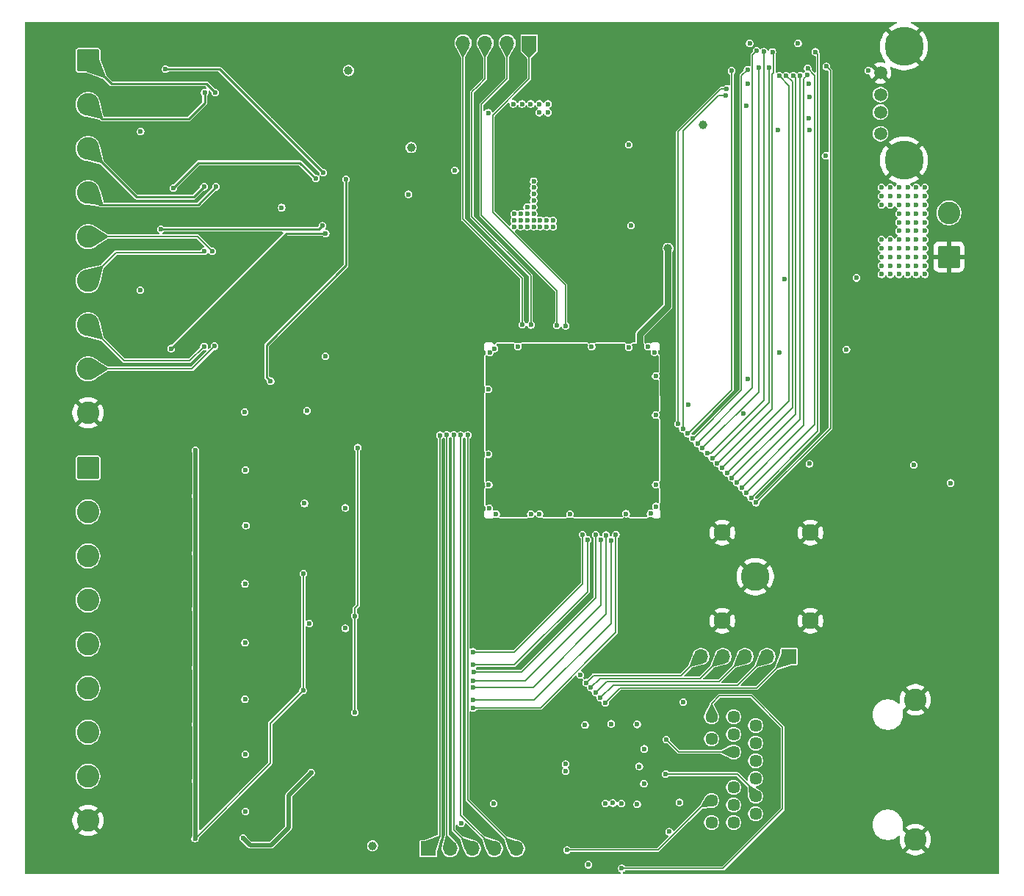
<source format=gbr>
%TF.GenerationSoftware,KiCad,Pcbnew,9.0.0*%
%TF.CreationDate,2025-06-18T17:59:25+02:00*%
%TF.ProjectId,Nanopipets,4e616e6f-7069-4706-9574-732e6b696361,rev?*%
%TF.SameCoordinates,Original*%
%TF.FileFunction,Copper,L4,Bot*%
%TF.FilePolarity,Positive*%
%FSLAX46Y46*%
G04 Gerber Fmt 4.6, Leading zero omitted, Abs format (unit mm)*
G04 Created by KiCad (PCBNEW 9.0.0) date 2025-06-18 17:59:25*
%MOMM*%
%LPD*%
G01*
G04 APERTURE LIST*
G04 Aperture macros list*
%AMRoundRect*
0 Rectangle with rounded corners*
0 $1 Rounding radius*
0 $2 $3 $4 $5 $6 $7 $8 $9 X,Y pos of 4 corners*
0 Add a 4 corners polygon primitive as box body*
4,1,4,$2,$3,$4,$5,$6,$7,$8,$9,$2,$3,0*
0 Add four circle primitives for the rounded corners*
1,1,$1+$1,$2,$3*
1,1,$1+$1,$4,$5*
1,1,$1+$1,$6,$7*
1,1,$1+$1,$8,$9*
0 Add four rect primitives between the rounded corners*
20,1,$1+$1,$2,$3,$4,$5,0*
20,1,$1+$1,$4,$5,$6,$7,0*
20,1,$1+$1,$6,$7,$8,$9,0*
20,1,$1+$1,$8,$9,$2,$3,0*%
G04 Aperture macros list end*
%TA.AperFunction,ComponentPad*%
%ADD10R,1.700000X1.700000*%
%TD*%
%TA.AperFunction,ComponentPad*%
%ADD11O,1.700000X1.700000*%
%TD*%
%TA.AperFunction,ComponentPad*%
%ADD12RoundRect,0.250000X-1.050000X1.050000X-1.050000X-1.050000X1.050000X-1.050000X1.050000X1.050000X0*%
%TD*%
%TA.AperFunction,ComponentPad*%
%ADD13C,2.600000*%
%TD*%
%TA.AperFunction,ComponentPad*%
%ADD14C,1.446000*%
%TD*%
%TA.AperFunction,ComponentPad*%
%ADD15RoundRect,0.250000X1.050000X-1.050000X1.050000X1.050000X-1.050000X1.050000X-1.050000X-1.050000X0*%
%TD*%
%TA.AperFunction,ComponentPad*%
%ADD16C,1.500000*%
%TD*%
%TA.AperFunction,ComponentPad*%
%ADD17C,4.500000*%
%TD*%
%TA.AperFunction,ComponentPad*%
%ADD18C,1.950000*%
%TD*%
%TA.AperFunction,ComponentPad*%
%ADD19C,3.300000*%
%TD*%
%TA.AperFunction,ViaPad*%
%ADD20C,0.600000*%
%TD*%
%TA.AperFunction,ViaPad*%
%ADD21C,1.000000*%
%TD*%
%TA.AperFunction,Conductor*%
%ADD22C,0.762000*%
%TD*%
%TA.AperFunction,Conductor*%
%ADD23C,0.508000*%
%TD*%
%TA.AperFunction,Conductor*%
%ADD24C,0.203200*%
%TD*%
%TA.AperFunction,Conductor*%
%ADD25C,0.254000*%
%TD*%
%TA.AperFunction,Conductor*%
%ADD26C,0.152400*%
%TD*%
G04 APERTURE END LIST*
D10*
%TO.P,J3,1,Pin_1*%
%TO.N,/Connectors/JTAG.EN*%
X43720000Y-92970000D03*
D11*
%TO.P,J3,2,Pin_2*%
%TO.N,/Connectors/JTAG.TMS*%
X46260000Y-92970000D03*
%TO.P,J3,3,Pin_3*%
%TO.N,/Connectors/JTAG.TCK*%
X48799999Y-92970000D03*
%TO.P,J3,4,Pin_4*%
%TO.N,/Connectors/JTAG.TDI*%
X51340000Y-92970000D03*
%TO.P,J3,5,Pin_5*%
%TO.N,/Connectors/JTAG.TDO*%
X53880000Y-92970000D03*
%TD*%
D12*
%TO.P,J5,1,Pin_1*%
%TO.N,/Connectors/IN1*%
X4500000Y-49070000D03*
D13*
%TO.P,J5,2,Pin_2*%
%TO.N,/Connectors/IN2*%
X4500000Y-54150000D03*
%TO.P,J5,3,Pin_3*%
%TO.N,/Connectors/IN3*%
X4500000Y-59230000D03*
%TO.P,J5,4,Pin_4*%
%TO.N,/Connectors/IN4*%
X4500000Y-64310000D03*
%TO.P,J5,5,Pin_5*%
%TO.N,/Connectors/IN5*%
X4500000Y-69390000D03*
%TO.P,J5,6,Pin_6*%
%TO.N,/Connectors/IN6*%
X4500000Y-74470000D03*
%TO.P,J5,7,Pin_7*%
%TO.N,/Connectors/IN7*%
X4500000Y-79550000D03*
%TO.P,J5,8,Pin_8*%
%TO.N,/Connectors/IN8*%
X4500000Y-84630000D03*
%TO.P,J5,9,Pin_9*%
%TO.N,GND*%
X4500000Y-89710000D03*
%TD*%
D14*
%TO.P,T1,1,CD3*%
%TO.N,Net-(T1-CD3)*%
X81455000Y-78775000D03*
%TO.P,T1,2,D3-*%
%TO.N,/Connectors/TD_M_C*%
X81455000Y-80815000D03*
%TO.P,T1,3,D3+*%
%TO.N,/Connectors/TD_P_C*%
X81455000Y-82855000D03*
%TO.P,T1,4,D2+*%
%TO.N,/Connectors/TD_P_B*%
X81455000Y-84895000D03*
%TO.P,T1,5,D2-*%
%TO.N,/Connectors/TD_M_B*%
X81455000Y-86935000D03*
%TO.P,T1,6,CD2*%
%TO.N,Net-(T1-CD2)*%
X81455000Y-88975000D03*
%TO.P,T1,7,CD4*%
%TO.N,Net-(T1-CD4)*%
X78915000Y-77775000D03*
%TO.P,T1,8,D4+*%
%TO.N,/Connectors/TD_P_D*%
X78915000Y-79795000D03*
%TO.P,T1,9,D4-*%
%TO.N,/Connectors/TD_M_D*%
X78915000Y-81835000D03*
%TO.P,T1,10,D1-*%
%TO.N,/Connectors/TD_M_A*%
X78915000Y-85915000D03*
%TO.P,T1,11,D1+*%
%TO.N,/Connectors/TD_P_A*%
X78915000Y-87955000D03*
%TO.P,T1,12,CD1*%
%TO.N,Net-(T1-CD1)*%
X78915000Y-89960000D03*
%TO.P,T1,13*%
%TO.N,Net-(Q2-C)*%
X76375000Y-77785000D03*
%TO.P,T1,14*%
%TO.N,Net-(R66-Pad2)*%
X76375000Y-80325000D03*
%TO.P,T1,15*%
%TO.N,Net-(Q1-C)*%
X76375000Y-87425000D03*
%TO.P,T1,16*%
%TO.N,Net-(R69-Pad2)*%
X76375000Y-89965000D03*
D13*
%TO.P,T1,17,SHIELD1*%
%TO.N,GND*%
X99875000Y-75810000D03*
%TO.P,T1,18,SHIELD2*%
X99875000Y-91940000D03*
%TD*%
D15*
%TO.P,J7,1,Pin_1*%
%TO.N,GND*%
X103741318Y-24760589D03*
D13*
%TO.P,J7,2,Pin_2*%
%TO.N,+5V*%
X103741318Y-19680589D03*
%TD*%
D12*
%TO.P,J4,1,Pin_1*%
%TO.N,/Connectors/OUT1*%
X4500000Y-2100000D03*
D13*
%TO.P,J4,2,Pin_2*%
%TO.N,/Connectors/OUT2*%
X4500000Y-7180000D03*
%TO.P,J4,3,Pin_3*%
%TO.N,/Connectors/OUT3*%
X4500000Y-12260000D03*
%TO.P,J4,4,Pin_4*%
%TO.N,/Connectors/OUT4*%
X4500000Y-17340000D03*
%TO.P,J4,5,Pin_5*%
%TO.N,/Connectors/OUT5*%
X4500000Y-22420000D03*
%TO.P,J4,6,Pin_6*%
%TO.N,/Connectors/OUT6*%
X4500000Y-27500000D03*
%TO.P,J4,7,Pin_7*%
%TO.N,/Connectors/OUT7*%
X4500000Y-32580000D03*
%TO.P,J4,8,Pin_8*%
%TO.N,/Connectors/OUT8*%
X4500000Y-37660000D03*
%TO.P,J4,9,Pin_9*%
%TO.N,GND*%
X4500000Y-42740000D03*
%TD*%
D16*
%TO.P,J2,1,VBUS*%
%TO.N,Net-(J2-VBUS)*%
X95841318Y-10560589D03*
%TO.P,J2,2,D-*%
%TO.N,/USB/D-*%
X95841318Y-8060589D03*
%TO.P,J2,3,D+*%
%TO.N,/USB/D+*%
X95841318Y-6060589D03*
%TO.P,J2,4,GND*%
%TO.N,GND*%
X95841318Y-3560589D03*
D17*
%TO.P,J2,5,Shield*%
X98551318Y-13630589D03*
X98551318Y-490589D03*
%TD*%
D18*
%TO.P,J6,1,CON*%
%TO.N,GND*%
X77625000Y-56545000D03*
%TO.P,J6,2,2*%
X77625000Y-66705000D03*
%TO.P,J6,3,3*%
X87785000Y-66705000D03*
%TO.P,J6,4,4*%
X87785000Y-56545000D03*
D19*
%TO.P,J6,5,OUT*%
X81425000Y-61625000D03*
%TD*%
D10*
%TO.P,J8,1,Pin_1*%
%TO.N,/Connectors/CONFIG_SEL*%
X55350000Y-100000D03*
D11*
%TO.P,J8,2,Pin_2*%
%TO.N,/Connectors/NCONFIG*%
X52810000Y-100000D03*
%TO.P,J8,3,Pin_3*%
%TO.N,/Connectors/NSTATUS*%
X50270001Y-100000D03*
%TO.P,J8,4,Pin_4*%
%TO.N,/Connectors/CONF_DONE*%
X47730000Y-100000D03*
%TD*%
D10*
%TO.P,J1,1,Pin_1*%
%TO.N,Net-(IC16-JTAG_TRSTN)*%
X85310000Y-70831392D03*
D11*
%TO.P,J1,2,Pin_2*%
%TO.N,Net-(IC16-JTAG_CLK)*%
X82770000Y-70831392D03*
%TO.P,J1,3,Pin_3*%
%TO.N,Net-(IC16-JTAG_TDO)*%
X80230000Y-70831392D03*
%TO.P,J1,4,Pin_4*%
%TO.N,Net-(IC16-JTAG_TMS)*%
X77690000Y-70831392D03*
%TO.P,J1,5,Pin_5*%
%TO.N,Net-(IC16-JTAG_TDI)*%
X75150000Y-70831392D03*
%TD*%
D20*
%TO.N,+5V*%
X10512750Y-28593300D03*
X46800000Y-14800000D03*
X57524999Y-8125000D03*
X95981318Y-18760589D03*
X98981318Y-22760589D03*
X99981318Y-26760589D03*
X100981318Y-18760589D03*
X96981318Y-18760589D03*
X54524999Y-7125000D03*
D21*
X34525000Y-3275000D03*
D20*
X53524999Y-7125000D03*
X99981318Y-17760589D03*
X10575000Y-10275000D03*
X97981318Y-20760589D03*
X67074800Y-21140653D03*
X96981318Y-26760589D03*
X55524999Y-7125000D03*
X100981318Y-19760589D03*
X97981318Y-23760589D03*
X95981318Y-16760589D03*
X56524999Y-7125000D03*
X97981318Y-16760589D03*
X98981318Y-20760589D03*
X96981318Y-25760589D03*
X100981318Y-20760589D03*
X98981318Y-19760589D03*
X99981318Y-24760589D03*
X98981318Y-24760589D03*
X95981318Y-23760589D03*
X98981318Y-17760589D03*
X98981318Y-18760589D03*
X100981318Y-21760589D03*
X97981318Y-18760589D03*
X99981318Y-16760589D03*
X100981318Y-22760589D03*
X99981318Y-19760589D03*
X99675000Y-48725000D03*
X97981318Y-22760589D03*
X99981318Y-20760589D03*
X96981318Y-23760589D03*
X99981318Y-25760589D03*
X99981318Y-18760589D03*
X99981318Y-23760589D03*
X95981318Y-22760589D03*
X50624999Y-8150000D03*
X97981318Y-26760589D03*
X97981318Y-25760589D03*
D21*
X37300000Y-92650000D03*
D20*
X100981318Y-26760589D03*
X96981318Y-24760589D03*
X97981318Y-21760589D03*
X99981318Y-22760589D03*
X99981318Y-21760589D03*
X95981318Y-24760589D03*
X95981318Y-17760589D03*
X96981318Y-22760589D03*
X100981318Y-25760589D03*
X95981318Y-26760589D03*
X100981318Y-24760589D03*
X97981318Y-17760589D03*
X98981318Y-26760589D03*
X95981318Y-25760589D03*
X100981318Y-17760589D03*
X57524999Y-7125000D03*
X96981318Y-17760589D03*
X98981318Y-25760589D03*
X97981318Y-19760589D03*
X100981318Y-23760589D03*
X56524999Y-8125000D03*
X98981318Y-21760589D03*
X66825000Y-11825000D03*
X96981318Y-16760589D03*
X98981318Y-23760589D03*
X98981318Y-16760589D03*
X100981318Y-16760589D03*
X97981318Y-24760589D03*
%TO.N,GND*%
X32750000Y-77500000D03*
X41000000Y-36750000D03*
X41000000Y-80500000D03*
X41000000Y-51000000D03*
X41000000Y-83500000D03*
X38750000Y-80500000D03*
X32750000Y-66000000D03*
X55500000Y-59275000D03*
X33500000Y-7750000D03*
X41000000Y-24000000D03*
X33500000Y-250000D03*
X33500000Y1250000D03*
X41000000Y-39750000D03*
X55500000Y-60250000D03*
X55300000Y-80900000D03*
X74250000Y-85400000D03*
X41000000Y-90250000D03*
X32750000Y-80500000D03*
X33500000Y-3250000D03*
X39500000Y-80500000D03*
X37250000Y-80500000D03*
X41000000Y-88000000D03*
X41000000Y-47250000D03*
X41000000Y-45750000D03*
X40995956Y-27735860D03*
X41000000Y-32250000D03*
X41000000Y-35250000D03*
X33500000Y-12250000D03*
X41000000Y-89500000D03*
X32782438Y-69750000D03*
X38000000Y-51000000D03*
X41000000Y-88750000D03*
X41000000Y-81250000D03*
X33500000Y-5500000D03*
X33500000Y-8500000D03*
X38750000Y-51000000D03*
X33500000Y-1750000D03*
X41000000Y-22500000D03*
X41000000Y-37500000D03*
X40994051Y-23233733D03*
X37250000Y-22500000D03*
X41000000Y-94750000D03*
X40250000Y-22500000D03*
X36500000Y-51000000D03*
X33500000Y-9250000D03*
X41000000Y-43500000D03*
X60000000Y-60250000D03*
X34750000Y-51000000D03*
X35750000Y-80500000D03*
X41000000Y-33000000D03*
X32500000Y-60250000D03*
X41000000Y-33750000D03*
X44250000Y-53500000D03*
X35000000Y-80500000D03*
X33500000Y-6250000D03*
X41000000Y-86500000D03*
X33250000Y-51000000D03*
X32750000Y-66750000D03*
X41000000Y-24750000D03*
X33500000Y-13750000D03*
X32750000Y-79000000D03*
X44250000Y-52750000D03*
X34000000Y-51000000D03*
X41000000Y-50250000D03*
X32500000Y-51000000D03*
X41000000Y-85000000D03*
X41000000Y-31500000D03*
X41000000Y-45000000D03*
X36500000Y-80500000D03*
X33500000Y-10750000D03*
X32750000Y-67500000D03*
X33500000Y-22500000D03*
X38750000Y-22500000D03*
X41000000Y-95500000D03*
X32500000Y-54000000D03*
X32750000Y-63000000D03*
X32750000Y-76750000D03*
X41000000Y-82750000D03*
X32750000Y-78250000D03*
X41000000Y-85750000D03*
X56750000Y-60250000D03*
X33500000Y-10000000D03*
X36500000Y-22500000D03*
X56750000Y-59275000D03*
X41000000Y-28500000D03*
X33500000Y-11500000D03*
X41000000Y-27000000D03*
X32750000Y-64500000D03*
X41000000Y-25500000D03*
X55500000Y-61250000D03*
X38000000Y-80500000D03*
X32500000Y-55500000D03*
X41000000Y-94000000D03*
X41000000Y-92500000D03*
X34250000Y-80500000D03*
X32500000Y-52500000D03*
X41000000Y-42000000D03*
X33500000Y500000D03*
X33500000Y-4000000D03*
X40999999Y-34461442D03*
X33500000Y-21000000D03*
X40250000Y-80500000D03*
X41000000Y-93250000D03*
X32500000Y-53250000D03*
X41000000Y-40500000D03*
X41000000Y-26250000D03*
X40250000Y-51000000D03*
X55300000Y-79925000D03*
X60000000Y-59275000D03*
X32750000Y-76000000D03*
X41000000Y-44250000D03*
X32750000Y-63750000D03*
X41000000Y-38250000D03*
X38000000Y-22500000D03*
X32750000Y-65250000D03*
X41000000Y-49500000D03*
X55300000Y-81900000D03*
X33500000Y-2500000D03*
X41000000Y-30750000D03*
X37250000Y-51000000D03*
X33500000Y-13000000D03*
X32750000Y-72160000D03*
X33500000Y-4750000D03*
X56750000Y-61250000D03*
X41000000Y-30000000D03*
X41000000Y-41250000D03*
X41000000Y-48750000D03*
X33500000Y-1000000D03*
X33500000Y-21750000D03*
X33500000Y-80500000D03*
X41000000Y-87250000D03*
X41000000Y-82000000D03*
X35000000Y-22500000D03*
X32500000Y-58500000D03*
X41000000Y-29250000D03*
X41000000Y-36000000D03*
X32750000Y-73980000D03*
X41000000Y-91000000D03*
X39500000Y-22500000D03*
X33500000Y-7000000D03*
X35750000Y-22500000D03*
X33500000Y-14500000D03*
X41000000Y-46500000D03*
X41000000Y-42750000D03*
X33500000Y-15250000D03*
X32750000Y-79750000D03*
X32500000Y-54750000D03*
X41000000Y-91750000D03*
X32750000Y-68250000D03*
X33500000Y2000000D03*
X32750000Y-69000000D03*
X41000000Y-39000000D03*
X60000000Y-61250000D03*
X41000000Y-48000000D03*
X39500000Y-51000000D03*
X41000000Y-84250000D03*
X44250000Y-52000000D03*
X32500000Y-51750000D03*
%TO.N,+3.3VD*%
X51546767Y-54396624D03*
X55124999Y-20525000D03*
X57374999Y-20525000D03*
X57374999Y-21275000D03*
X50656593Y-47500024D03*
X69800000Y-35750000D03*
X80523800Y-38850000D03*
X55874999Y-21275000D03*
X69053282Y-35103325D03*
X51250000Y-87750000D03*
X80050000Y-42850000D03*
X56624999Y-20525000D03*
X55874999Y-17525000D03*
X69943368Y-38500057D03*
X54049930Y-35106644D03*
X69943407Y-42999981D03*
X55124999Y-19025000D03*
X55124999Y-21275000D03*
X50800000Y-35800000D03*
X47500000Y-90050000D03*
X51350000Y-35325000D03*
X50695911Y-51033228D03*
X53625000Y-20525000D03*
X53625000Y-19775000D03*
X69943410Y-50999983D03*
X50656583Y-40000012D03*
X50750000Y-53725003D03*
X69350000Y-54350000D03*
X55874999Y-16775000D03*
X69977185Y-53531403D03*
X54374999Y-19775000D03*
X58124999Y-20525000D03*
X55124999Y-19775000D03*
X66524999Y-54375000D03*
X62549929Y-35106640D03*
X55874999Y-19025000D03*
X53624999Y-21275001D03*
X56624999Y-21275000D03*
X54391093Y-20508330D03*
X54374999Y-21275000D03*
X55874999Y-20525000D03*
X55874999Y-18275000D03*
X66824999Y-35175000D03*
X55874999Y-19775000D03*
X58124999Y-21275000D03*
X56549983Y-54393410D03*
X55874999Y-16025000D03*
%TO.N,+3.3VCCA*%
X52150000Y-35300000D03*
X68456871Y-54321526D03*
X50656611Y-37999961D03*
X50826001Y-36599580D03*
X50771058Y-52700000D03*
X69811043Y-36611409D03*
D21*
X71350000Y-23775000D03*
D20*
%TO.N,+1.8VD*%
X67799030Y-87875044D03*
X61270000Y-72970000D03*
X60050051Y-54393376D03*
X91925000Y-35425000D03*
X59536687Y-83238533D03*
X65993965Y-87756468D03*
X87600000Y-4800000D03*
X84225000Y-35825000D03*
X64798816Y-78587981D03*
X80525000Y-4800000D03*
X64156088Y-87776883D03*
X71498815Y-91023815D03*
X55550052Y-54393376D03*
X73657500Y-41817500D03*
X93075000Y-27175000D03*
X62175000Y-94825000D03*
X87627307Y-10163779D03*
X67800000Y-78650000D03*
%TO.N,+3.3VA_ADC*%
X30225000Y-84225000D03*
X22575000Y-42625000D03*
X22600000Y-62425000D03*
X30000000Y-67000000D03*
X22600000Y-75725000D03*
X22650000Y-88675000D03*
X22650000Y-49325000D03*
X22700000Y-55725000D03*
X31875000Y-36225000D03*
X26825000Y-19075000D03*
X29446896Y-53175000D03*
X22625000Y-82075000D03*
X22600000Y-69225000D03*
X22375000Y-91750000D03*
X29750000Y-42500000D03*
%TO.N,+2.5V_ETH*%
X103925000Y-50825000D03*
X68625000Y-81475000D03*
X73125000Y-76075000D03*
X72675000Y-87650000D03*
X68575000Y-85475000D03*
%TO.N,2.5V_REF*%
X35275000Y-77250000D03*
X35275000Y-66150000D03*
X25550000Y-39075000D03*
X34250000Y-15825000D03*
X35600000Y-46750000D03*
D21*
%TO.N,+3.3VD_ADC*%
X41750000Y-12150000D03*
D20*
X34175000Y-53700000D03*
X41450000Y-17550000D03*
X34175000Y-67575000D03*
%TO.N,+1.1V_ETH*%
X87650000Y-48600000D03*
X68048800Y-83500000D03*
X65000000Y-87725000D03*
X59550227Y-84038421D03*
X61800000Y-78700000D03*
%TO.N,+3.3V_USB*%
X89525000Y-13100000D03*
X94428682Y-3265411D03*
X86350000Y-150000D03*
X87600000Y-8800000D03*
X80400000Y-7300000D03*
X84066092Y-10142406D03*
X80775000Y-125000D03*
X87700000Y-6300000D03*
X84750000Y-27300000D03*
D21*
X75425000Y-9525000D03*
D20*
%TO.N,/ADC2/ADC2.SDI*%
X63601200Y-57407408D03*
X48900000Y-73609997D03*
%TO.N,/ADC2/ADC2.CS*%
X48900000Y-76750000D03*
X65355800Y-56756386D03*
%TO.N,/ADC2/ADC2.SDOB*%
X64203400Y-56834868D03*
X48900000Y-74350000D03*
%TO.N,/ADC2/ADC2.SDOA*%
X48900000Y-75850000D03*
X64779600Y-57430944D03*
%TO.N,/ADC2/ADC2.SDOD*%
X48900000Y-70300000D03*
X61525000Y-56800000D03*
%TO.N,/ADC2/ADC2.SCLK*%
X63050000Y-56800000D03*
X48950000Y-72600000D03*
%TO.N,/ADC2/ADC2.SDOC*%
X48900000Y-71800000D03*
X62101200Y-57375000D03*
%TO.N,/Connectors/OUT1*%
X19175000Y-5825000D03*
%TO.N,/Connectors/OUT2*%
X17950000Y-5825000D03*
%TO.N,/FPGA/USB.OE#*%
X73631374Y-45131374D03*
X78700000Y-3300000D03*
%TO.N,/Connectors/JTAG.TCK*%
X46670244Y-45275859D03*
%TO.N,/FPGA/USB.D2*%
X80362699Y-51971248D03*
X87457957Y-3017945D03*
%TO.N,/FPGA/USB.TXD*%
X72500000Y-44000000D03*
X78100000Y-5375000D03*
%TO.N,/FPGA/USB.D0*%
X89600000Y-2800000D03*
X81508563Y-53087945D03*
%TO.N,/Connectors/NSTATUS*%
X55550000Y-32600000D03*
%TO.N,/Connectors/JTAG.TDI*%
X47469803Y-45302511D03*
%TO.N,/FPGA/USB.SWIUA*%
X74762748Y-46262748D03*
X81565000Y-1008254D03*
%TO.N,/FPGA/USB.D7*%
X84175000Y-3884587D03*
X77591576Y-49090735D03*
%TO.N,/Connectors/JTAG.TMS*%
X45870280Y-45283679D03*
%TO.N,/FPGA/USB.D4*%
X86581613Y-3851573D03*
X79288108Y-50788326D03*
%TO.N,/FPGA/USB.RXD*%
X73065687Y-44565687D03*
X78050000Y-6175000D03*
%TO.N,/Connectors/CONF_DONE*%
X54550000Y-32550000D03*
%TO.N,/FPGA/USB.D1*%
X80935600Y-52529628D03*
X88350000Y-1125000D03*
%TO.N,/FPGA/USB.D6*%
X78156681Y-49657004D03*
X84982437Y-3877153D03*
%TO.N,/Connectors/CONFIG_SEL*%
X59550000Y-32700000D03*
%TO.N,/FPGA/USB.RD#*%
X82400000Y-1100000D03*
X75894122Y-47394122D03*
%TO.N,/FPGA/USB.D5*%
X78722635Y-50222425D03*
X85781667Y-3842012D03*
%TO.N,/FPGA/USB.D3*%
X87380742Y-3814212D03*
X79853993Y-51353816D03*
%TO.N,/DAC/OUT7*%
X14075000Y-35325000D03*
X31900000Y-22050000D03*
%TO.N,/FPGA/USB.WR#*%
X81825000Y-2950000D03*
X75328435Y-46828435D03*
%TO.N,/DAC/OUT6*%
X31525000Y-21175000D03*
X12900000Y-21575000D03*
%TO.N,/DAC/OUT3*%
X30775000Y-15725000D03*
X14325000Y-16800000D03*
%TO.N,/Connectors/JTAG.TDO*%
X48269806Y-45302511D03*
%TO.N,/FPGA/USB.RXF#*%
X77023284Y-48527665D03*
X83400000Y-1125000D03*
%TO.N,/DAC/OUT2*%
X13450000Y-3125000D03*
X31625000Y-15050000D03*
%TO.N,/FPGA/USB.TXE#*%
X82978399Y-2935436D03*
X76462112Y-47957498D03*
%TO.N,/FPGA/USB.CLKOUT*%
X74197061Y-45697061D03*
X80515032Y-3161907D03*
%TO.N,/Connectors/JTAG.EN*%
X45071016Y-45318049D03*
%TO.N,/Connectors/NCONFIG*%
X58550000Y-32650000D03*
%TO.N,/Connectors/TD_M_B*%
X71098800Y-84381392D03*
%TO.N,/Connectors/TD_M_D*%
X71178183Y-80405192D03*
%TO.N,Net-(Q1-C)*%
X59725000Y-93137500D03*
%TO.N,Net-(Q2-C)*%
X66025000Y-95250000D03*
%TO.N,+1.25V_VCOM*%
X16900000Y-47050000D03*
X16850000Y-91800000D03*
X29325000Y-61250000D03*
X16900000Y-65350000D03*
X16900000Y-72100000D03*
X16900000Y-52300000D03*
X29300000Y-74725000D03*
X16900000Y-58900000D03*
X16900000Y-78650000D03*
X16900000Y-85150000D03*
%TO.N,/Connectors/OUT3*%
X17875000Y-16675000D03*
%TO.N,/Connectors/OUT5*%
X18825000Y-24100000D03*
%TO.N,/Connectors/OUT7*%
X17875000Y-35075000D03*
%TO.N,/Connectors/OUT4*%
X19275000Y-16675000D03*
%TO.N,/Connectors/OUT6*%
X17925000Y-24075000D03*
%TO.N,/Connectors/OUT8*%
X19100000Y-35050000D03*
%TO.N,Net-(IC16-JTAG_CLK)*%
X63577934Y-75561152D03*
%TO.N,Net-(IC16-JTAG_TMS)*%
X62476028Y-74402022D03*
%TO.N,Net-(IC16-JTAG_TDI)*%
X61903080Y-73843690D03*
%TO.N,Net-(IC16-JTAG_TDO)*%
X63009833Y-74997888D03*
%TO.N,Net-(IC16-JTAG_TRSTN)*%
X64118492Y-76150899D03*
%TD*%
D22*
%TO.N,+3.3VCCA*%
X68100000Y-33675000D02*
X71350000Y-30425000D01*
X71350000Y-23775000D02*
X71350000Y-30425000D01*
X68100000Y-33675000D02*
X68100000Y-36400000D01*
D23*
%TO.N,+3.3VA_ADC*%
X25575000Y-92575000D02*
X23200000Y-92575000D01*
X23200000Y-92575000D02*
X22375000Y-91750000D01*
X27625000Y-86825000D02*
X27625000Y-90525000D01*
X27625000Y-90525000D02*
X25575000Y-92575000D01*
X30225000Y-84225000D02*
X27625000Y-86825000D01*
D24*
%TO.N,2.5V_REF*%
X35275000Y-77250000D02*
X35275000Y-65250000D01*
D25*
X34250000Y-25750000D02*
X25075000Y-34925000D01*
D24*
X35600000Y-64925000D02*
X35600000Y-46750000D01*
D25*
X25075000Y-34925000D02*
X25075000Y-38600000D01*
X34250000Y-15825000D02*
X34250000Y-25750000D01*
X25075000Y-38600000D02*
X25550000Y-39075000D01*
D24*
X35275000Y-65250000D02*
X35600000Y-64925000D01*
D26*
%TO.N,/ADC2/ADC2.SDI*%
X54940003Y-73609997D02*
X63601200Y-64948800D01*
X48900000Y-73609997D02*
X54940003Y-73609997D01*
X63601200Y-64948800D02*
X63601200Y-57407408D01*
%TO.N,/ADC2/ADC2.CS*%
X65355800Y-68044200D02*
X65355800Y-56756386D01*
X48900000Y-76750000D02*
X56650000Y-76750000D01*
X56650000Y-76750000D02*
X65355800Y-68044200D01*
%TO.N,/ADC2/ADC2.SDOB*%
X64203400Y-65946600D02*
X64203400Y-56834868D01*
X55800000Y-74350000D02*
X64203400Y-65946600D01*
X48900000Y-74350000D02*
X55800000Y-74350000D01*
%TO.N,/ADC2/ADC2.SDOA*%
X48900000Y-75850000D02*
X55950000Y-75850000D01*
X64779600Y-67020400D02*
X64779600Y-57430944D01*
X55950000Y-75850000D02*
X64779600Y-67020400D01*
%TO.N,/ADC2/ADC2.SDOD*%
X61525000Y-57134915D02*
X61525000Y-56800000D01*
X61524000Y-57614085D02*
X61524000Y-57135915D01*
X53650000Y-70300000D02*
X61525000Y-62425000D01*
X61525000Y-57615085D02*
X61524000Y-57614085D01*
X61525000Y-62425000D02*
X61525000Y-57615085D01*
X61524000Y-57135915D02*
X61525000Y-57134915D01*
X48900000Y-70300000D02*
X53650000Y-70300000D01*
%TO.N,/ADC2/ADC2.SCLK*%
X63050000Y-56800000D02*
X63025000Y-56825000D01*
X48950000Y-72600000D02*
X54450000Y-72600000D01*
X54450000Y-72600000D02*
X63025000Y-64025000D01*
X63025000Y-56825000D02*
X63025000Y-64025000D01*
%TO.N,/ADC2/ADC2.SDOC*%
X53650000Y-71800000D02*
X62101200Y-63348800D01*
X48900000Y-71800000D02*
X53650000Y-71800000D01*
X62101200Y-57375000D02*
X62101200Y-63348800D01*
D25*
%TO.N,/Connectors/OUT1*%
X7200000Y-4800000D02*
X4500000Y-2100000D01*
X18150000Y-4800000D02*
X7200000Y-4800000D01*
X19175000Y-5825000D02*
X18150000Y-4800000D01*
%TO.N,/Connectors/OUT2*%
X6170000Y-8850000D02*
X16125000Y-8850000D01*
X4500000Y-7180000D02*
X6170000Y-8850000D01*
X16125000Y-8850000D02*
X17950000Y-7025000D01*
X17950000Y-7025000D02*
X17950000Y-5825000D01*
D26*
%TO.N,/FPGA/USB.OE#*%
X73668626Y-45131374D02*
X78700000Y-40100000D01*
X78700000Y-40100000D02*
X78700000Y-3300000D01*
X73631374Y-45131374D02*
X73668626Y-45131374D01*
%TO.N,/Connectors/JTAG.TCK*%
X46670244Y-45275859D02*
X46670244Y-90840245D01*
X46670244Y-90840245D02*
X48799999Y-92970000D01*
%TO.N,/FPGA/USB.D2*%
X88277200Y-44072800D02*
X88277200Y-3837188D01*
X80362699Y-51971248D02*
X80378752Y-51971248D01*
X88277200Y-3837188D02*
X87457957Y-3017945D01*
X80378752Y-51971248D02*
X88277200Y-44072800D01*
%TO.N,/FPGA/USB.TXD*%
X77425000Y-5375000D02*
X78100000Y-5375000D01*
X72500000Y-44000000D02*
X72500000Y-10300000D01*
X72500000Y-10300000D02*
X77425000Y-5375000D01*
%TO.N,/FPGA/USB.D0*%
X81508563Y-53087945D02*
X81512055Y-53087945D01*
X81512055Y-53087945D02*
X90102200Y-44497800D01*
X90102200Y-3302200D02*
X89600000Y-2800000D01*
X90102200Y-44497800D02*
X90102200Y-3302200D01*
%TO.N,/Connectors/NSTATUS*%
X48750000Y-5745001D02*
X48750000Y-20100000D01*
X55550000Y-26900000D02*
X55550000Y-32600000D01*
X48750000Y-20100000D02*
X55550000Y-26900000D01*
X49460001Y-5035001D02*
X48750000Y-5745001D01*
X50270001Y-4225000D02*
X49460001Y-5035001D01*
X50270001Y-4225001D02*
X50270001Y-100000D01*
X49460001Y-5035001D02*
X50270001Y-4225001D01*
%TO.N,/Connectors/JTAG.TDI*%
X47469803Y-89099803D02*
X51340000Y-92970000D01*
X47469803Y-45302511D02*
X47469803Y-89099803D01*
%TO.N,/FPGA/USB.SWIUA*%
X81100000Y-1473254D02*
X81565000Y-1008254D01*
X81100000Y-39887748D02*
X81100000Y-5041285D01*
X74762748Y-46225000D02*
X81100000Y-39887748D01*
X81100000Y-4558715D02*
X81100000Y-1473254D01*
X81102200Y-4560915D02*
X81100000Y-4558715D01*
X74762748Y-46262748D02*
X74762748Y-46225000D01*
X81102200Y-5039085D02*
X81102200Y-4560915D01*
X81100000Y-5041285D02*
X81102200Y-5039085D01*
%TO.N,/FPGA/USB.D7*%
X77609265Y-49090735D02*
X85327200Y-41372800D01*
X85327200Y-41372800D02*
X85327200Y-5036787D01*
X85327200Y-5036787D02*
X84175000Y-3884587D01*
X77591576Y-49090735D02*
X77609265Y-49090735D01*
%TO.N,/Connectors/JTAG.TMS*%
X45870280Y-45283679D02*
X45870280Y-92580280D01*
%TO.N,/FPGA/USB.D4*%
X86581613Y-43518387D02*
X86581613Y-3851573D01*
X79288108Y-50788326D02*
X79311674Y-50788326D01*
X79311674Y-50788326D02*
X86581613Y-43518387D01*
%TO.N,/FPGA/USB.RXD*%
X73077200Y-10222584D02*
X77124784Y-6175000D01*
X73077200Y-44554174D02*
X73077200Y-10222584D01*
X77124784Y-6175000D02*
X78050000Y-6175000D01*
X73065687Y-44565687D02*
X73077200Y-44554174D01*
%TO.N,/Connectors/CONF_DONE*%
X54550000Y-32550000D02*
X54550000Y-27200000D01*
X54550000Y-27200000D02*
X47730000Y-20380000D01*
X47730000Y-20380000D02*
X47730000Y-100000D01*
%TO.N,/FPGA/USB.D1*%
X80935600Y-52529628D02*
X80970372Y-52529628D01*
X88630600Y-1405600D02*
X88350000Y-1125000D01*
X80970372Y-52529628D02*
X88630600Y-44869400D01*
X88630600Y-44869400D02*
X88630600Y-1405600D01*
%TO.N,/FPGA/USB.D6*%
X85680600Y-42169400D02*
X85680600Y-4575316D01*
X85680600Y-4575316D02*
X84982437Y-3877153D01*
X78156681Y-49657004D02*
X78192996Y-49657004D01*
X78192996Y-49657004D02*
X85680600Y-42169400D01*
%TO.N,/Connectors/CONFIG_SEL*%
X51150000Y-8425000D02*
X55350000Y-4225000D01*
X51150000Y-19616287D02*
X59550000Y-28016287D01*
X59550000Y-32700000D02*
X59550000Y-28016287D01*
X51150000Y-19616287D02*
X51150000Y-8425000D01*
X55350000Y-4225000D02*
X55350000Y-100000D01*
%TO.N,/FPGA/USB.RD#*%
X82402200Y-41314086D02*
X82402200Y-1102200D01*
X82402200Y-1102200D02*
X82400000Y-1100000D01*
X75894122Y-47394122D02*
X76322164Y-47394122D01*
X76322164Y-47394122D02*
X82402200Y-41314086D01*
%TO.N,/FPGA/USB.D5*%
X86050000Y-4110345D02*
X85781667Y-3842012D01*
X78722635Y-50216237D02*
X86050000Y-42888872D01*
X86050000Y-42888872D02*
X86050000Y-4110345D01*
X78722635Y-50222425D02*
X78722635Y-50216237D01*
%TO.N,/FPGA/USB.D3*%
X79853993Y-51346007D02*
X87022806Y-44177194D01*
X87022806Y-44177194D02*
X87022806Y-4226665D01*
X79853993Y-51353816D02*
X79853993Y-51346007D01*
X87022806Y-4226665D02*
X87380742Y-3868729D01*
X87380742Y-3868729D02*
X87380742Y-3814212D01*
D25*
%TO.N,/DAC/OUT7*%
X27350000Y-22050000D02*
X31900000Y-22050000D01*
X14075000Y-35325000D02*
X27350000Y-22050000D01*
D26*
%TO.N,/FPGA/USB.WR#*%
X75328435Y-46821565D02*
X81825000Y-40325000D01*
X75328435Y-46828435D02*
X75328435Y-46821565D01*
X81825000Y-40325000D02*
X81825000Y-2950000D01*
D25*
%TO.N,/DAC/OUT6*%
X31125000Y-21575000D02*
X31525000Y-21175000D01*
X12900000Y-21575000D02*
X31125000Y-21575000D01*
%TO.N,/DAC/OUT3*%
X17225000Y-13900000D02*
X28925000Y-13900000D01*
X14325000Y-16800000D02*
X17225000Y-13900000D01*
X28925000Y-13900000D02*
X30750000Y-15725000D01*
X30750000Y-15725000D02*
X30775000Y-15725000D01*
D26*
%TO.N,/Connectors/JTAG.TDO*%
X48269806Y-45302511D02*
X48269806Y-87359806D01*
X48269806Y-87359806D02*
X53880000Y-92970000D01*
%TO.N,/FPGA/USB.RXF#*%
X77023284Y-48527665D02*
X77072335Y-48527665D01*
X83555599Y-1280599D02*
X83400000Y-1125000D01*
X83555599Y-3499000D02*
X83555599Y-1280599D01*
X77072335Y-48527665D02*
X83331799Y-42268201D01*
X83331799Y-3722800D02*
X83555599Y-3499000D01*
X83331799Y-42268201D02*
X83331799Y-3722800D01*
D25*
%TO.N,/DAC/OUT2*%
X31625000Y-15050000D02*
X19700000Y-3125000D01*
X19700000Y-3125000D02*
X13450000Y-3125000D01*
D26*
%TO.N,/FPGA/USB.TXE#*%
X76462112Y-47957498D02*
X76542502Y-47957498D01*
X76542502Y-47957498D02*
X82978399Y-41521601D01*
X82978399Y-41521601D02*
X82978399Y-2935436D01*
%TO.N,/FPGA/USB.CLKOUT*%
X79822800Y-40127200D02*
X79822800Y-3854139D01*
X79822800Y-3854139D02*
X80515032Y-3161907D01*
X74197061Y-45697061D02*
X74252939Y-45697061D01*
X74252939Y-45697061D02*
X79822800Y-40127200D01*
%TO.N,/Connectors/JTAG.EN*%
X45071016Y-45318049D02*
X45071016Y-91618984D01*
X45071016Y-91618984D02*
X43720000Y-92970000D01*
%TO.N,/Connectors/NCONFIG*%
X58550000Y-32650000D02*
X58550000Y-28650000D01*
X52810000Y-4225000D02*
X52810000Y-100000D01*
X49850000Y-19950000D02*
X49850000Y-7185000D01*
X49850000Y-7185000D02*
X52810000Y-4225000D01*
X58550000Y-28650000D02*
X49850000Y-19950000D01*
%TO.N,/Connectors/TD_M_B*%
X80767546Y-85785046D02*
X81455000Y-86472500D01*
X79025000Y-84381392D02*
X79248800Y-84381392D01*
X79363892Y-84381392D02*
X79025000Y-84381392D01*
X80978800Y-86111392D02*
X80978800Y-86491392D01*
X71098800Y-84381392D02*
X79025000Y-84381392D01*
X81455000Y-86472500D02*
X79363892Y-84381392D01*
%TO.N,/Connectors/TD_M_D*%
X71178183Y-80405192D02*
X72607991Y-81835000D01*
X72607991Y-81835000D02*
X78915000Y-81835000D01*
%TO.N,Net-(Q1-C)*%
X70225000Y-93112500D02*
X59750000Y-93112500D01*
X76375000Y-86962500D02*
X70225000Y-93112500D01*
X59750000Y-93112500D02*
X59725000Y-93137500D01*
%TO.N,Net-(Q2-C)*%
X80975000Y-75362500D02*
X84575000Y-78962500D01*
X77700000Y-95250000D02*
X66025000Y-95250000D01*
X76375000Y-76262500D02*
X77275000Y-75362500D01*
X84575000Y-78962500D02*
X84575000Y-88375000D01*
X84575000Y-88375000D02*
X77700000Y-95250000D01*
X76375000Y-77322500D02*
X76375000Y-76262500D01*
X77275000Y-75362500D02*
X80975000Y-75362500D01*
D23*
%TO.N,+1.25V_VCOM*%
X16900000Y-65350000D02*
X16900000Y-72100000D01*
X16900000Y-91750000D02*
X16900000Y-85150000D01*
X16900000Y-91750000D02*
X16850000Y-91800000D01*
D24*
X29300000Y-74545128D02*
X29300000Y-61095128D01*
D23*
X16900000Y-52300000D02*
X16900000Y-58900000D01*
D24*
X29300000Y-74725000D02*
X25500000Y-78525000D01*
X25500000Y-83150000D02*
X16850000Y-91800000D01*
D23*
X16900000Y-47050000D02*
X16900000Y-52300000D01*
X16900000Y-58900000D02*
X16900000Y-65350000D01*
X16900000Y-72100000D02*
X16900000Y-78650000D01*
D24*
X25500000Y-78525000D02*
X25500000Y-83150000D01*
D23*
X16900000Y-78650000D02*
X16900000Y-85150000D01*
D25*
%TO.N,/Connectors/OUT3*%
X16675000Y-17875000D02*
X10115000Y-17875000D01*
X17875000Y-16675000D02*
X16675000Y-17875000D01*
X10115000Y-17875000D02*
X4500000Y-12260000D01*
D24*
%TO.N,/Connectors/OUT5*%
X18825000Y-24100000D02*
X17145000Y-22420000D01*
X17145000Y-22420000D02*
X4500000Y-22420000D01*
%TO.N,/Connectors/OUT7*%
X16225000Y-36725000D02*
X17875000Y-35075000D01*
X8645000Y-36725000D02*
X16225000Y-36725000D01*
X4500000Y-32580000D02*
X8645000Y-36725000D01*
D25*
%TO.N,/Connectors/OUT4*%
X19275000Y-16675000D02*
X17200000Y-18750000D01*
X17200000Y-18750000D02*
X5910000Y-18750000D01*
X5910000Y-18750000D02*
X4500000Y-17340000D01*
D24*
%TO.N,/Connectors/OUT6*%
X7750000Y-24250000D02*
X4500000Y-27500000D01*
X17750000Y-24250000D02*
X7750000Y-24250000D01*
X17925000Y-24075000D02*
X17750000Y-24250000D01*
%TO.N,/Connectors/OUT8*%
X19100000Y-35050000D02*
X16490000Y-37660000D01*
X16490000Y-37660000D02*
X4500000Y-37660000D01*
D26*
%TO.N,Net-(IC16-JTAG_CLK)*%
X65026586Y-74112500D02*
X79377692Y-74112500D01*
X79377692Y-74112500D02*
X82658800Y-70831392D01*
X63577934Y-75561152D02*
X65026586Y-74112500D01*
%TO.N,Net-(IC16-JTAG_TMS)*%
X73004076Y-73365900D02*
X73007476Y-73362500D01*
X73007475Y-73362500D02*
X75047692Y-73362500D01*
X63512150Y-73365900D02*
X73004076Y-73365900D01*
X62476028Y-74402022D02*
X63512150Y-73365900D01*
X75047692Y-73362500D02*
X77578800Y-70831392D01*
X73007476Y-73362500D02*
X73007475Y-73362500D01*
%TO.N,Net-(IC16-JTAG_TDI)*%
X72857692Y-73012500D02*
X75038800Y-70831392D01*
X61903080Y-73843690D02*
X62734270Y-73012500D01*
X62734270Y-73012500D02*
X72857692Y-73012500D01*
%TO.N,Net-(IC16-JTAG_TDO)*%
X73153858Y-73715901D02*
X73153860Y-73715901D01*
X73150460Y-73719300D02*
X73150459Y-73719300D01*
X73150459Y-73719300D02*
X73153858Y-73715901D01*
X75197476Y-73712500D02*
X77237692Y-73712500D01*
X73153860Y-73715901D02*
X73153861Y-73715900D01*
X73153861Y-73715900D02*
X75194076Y-73715900D01*
X64288421Y-73719300D02*
X73150460Y-73719300D01*
X73150460Y-73719300D02*
X73150460Y-73719301D01*
X63009833Y-74997888D02*
X64288421Y-73719300D01*
X75194076Y-73715900D02*
X75197476Y-73712500D01*
X77237692Y-73712500D02*
X80118800Y-70831392D01*
%TO.N,Net-(IC16-JTAG_TRSTN)*%
X81564292Y-74465900D02*
X65803491Y-74465900D01*
X85198800Y-70831392D02*
X81564292Y-74465900D01*
X65803491Y-74465900D02*
X64118492Y-76150899D01*
%TD*%
%TA.AperFunction,Conductor*%
%TO.N,/Connectors/OUT6*%
G36*
X6049112Y-25812607D02*
G01*
X6051272Y-25814310D01*
X6185689Y-25948727D01*
X6189116Y-25957000D01*
X6188793Y-25959732D01*
X5791253Y-27615443D01*
X5785989Y-27622687D01*
X5778751Y-27624357D01*
X4508886Y-27501634D01*
X4500980Y-27497427D01*
X4498366Y-27491115D01*
X4375642Y-26221246D01*
X4378257Y-26212684D01*
X4384553Y-26208747D01*
X6040269Y-25811206D01*
X6049112Y-25812607D01*
G37*
%TD.AperFunction*%
%TD*%
%TA.AperFunction,Conductor*%
%TO.N,Net-(IC16-JTAG_TDI)*%
G36*
X75143021Y-70829164D02*
G01*
X75150472Y-70834131D01*
X75152227Y-70838370D01*
X75313688Y-71654255D01*
X75311933Y-71663036D01*
X75305171Y-71667845D01*
X73964238Y-72018508D01*
X73955367Y-72017286D01*
X73953005Y-72015462D01*
X73855308Y-71917765D01*
X73851881Y-71909492D01*
X73852621Y-71905397D01*
X74312852Y-70674870D01*
X74318959Y-70668324D01*
X74326081Y-70667494D01*
X75143021Y-70829164D01*
G37*
%TD.AperFunction*%
%TD*%
%TA.AperFunction,Conductor*%
%TO.N,/Connectors/JTAG.EN*%
G36*
X45139507Y-91480955D02*
G01*
X45142934Y-91489228D01*
X45142387Y-91492763D01*
X44573757Y-93286562D01*
X44567990Y-93293413D01*
X44559069Y-93294180D01*
X44558398Y-93293945D01*
X43724529Y-92972744D01*
X43718042Y-92966573D01*
X43348591Y-92131194D01*
X43348380Y-92122244D01*
X43354560Y-92115764D01*
X43355008Y-92115577D01*
X44992770Y-91478323D01*
X44997013Y-91477528D01*
X45131234Y-91477528D01*
X45139507Y-91480955D01*
G37*
%TD.AperFunction*%
%TD*%
%TA.AperFunction,Conductor*%
%TO.N,/Connectors/JTAG.TCK*%
G36*
X47670117Y-91727720D02*
G01*
X48955835Y-92133182D01*
X48962693Y-92138937D01*
X48963792Y-92146610D01*
X48802226Y-92963021D01*
X48797259Y-92970472D01*
X48793020Y-92972227D01*
X47976609Y-93133793D01*
X47967828Y-93132038D01*
X47963181Y-93125837D01*
X47557720Y-91840119D01*
X47558500Y-91831199D01*
X47560602Y-91828331D01*
X47658328Y-91730605D01*
X47666600Y-91727179D01*
X47670117Y-91727720D01*
G37*
%TD.AperFunction*%
%TD*%
%TA.AperFunction,Conductor*%
%TO.N,/Connectors/JTAG.TDI*%
G36*
X50210118Y-91727720D02*
G01*
X51495836Y-92133182D01*
X51502694Y-92138937D01*
X51503793Y-92146610D01*
X51342227Y-92963021D01*
X51337260Y-92970472D01*
X51333021Y-92972227D01*
X50516610Y-93133793D01*
X50507829Y-93132038D01*
X50503182Y-93125837D01*
X50097721Y-91840119D01*
X50098501Y-91831199D01*
X50100603Y-91828331D01*
X50198329Y-91730605D01*
X50206601Y-91727179D01*
X50210118Y-91727720D01*
G37*
%TD.AperFunction*%
%TD*%
%TA.AperFunction,Conductor*%
%TO.N,/Connectors/TD_M_B*%
G36*
X80829214Y-85735697D02*
G01*
X81485274Y-86117630D01*
X81845934Y-86327593D01*
X81851360Y-86334717D01*
X81850159Y-86343590D01*
X81849785Y-86344191D01*
X81458403Y-86931659D01*
X81450964Y-86936644D01*
X81450935Y-86936650D01*
X80759495Y-87073360D01*
X80750715Y-87071603D01*
X80745748Y-87064151D01*
X80745531Y-87062197D01*
X80713795Y-85843949D01*
X80717005Y-85835592D01*
X80717175Y-85835417D01*
X80815057Y-85737535D01*
X80823329Y-85734109D01*
X80829214Y-85735697D01*
G37*
%TD.AperFunction*%
%TD*%
%TA.AperFunction,Conductor*%
%TO.N,/Connectors/OUT3*%
G36*
X5787444Y-12138245D02*
G01*
X5791346Y-12144400D01*
X6206649Y-13782232D01*
X6205361Y-13791094D01*
X6203581Y-13793381D01*
X6033381Y-13963581D01*
X6025108Y-13967008D01*
X6022232Y-13966649D01*
X4384400Y-13551346D01*
X4377223Y-13545991D01*
X4375630Y-13538880D01*
X4498366Y-12268883D01*
X4502572Y-12260980D01*
X4508883Y-12258366D01*
X5778880Y-12135630D01*
X5787444Y-12138245D01*
G37*
%TD.AperFunction*%
%TD*%
%TA.AperFunction,Conductor*%
%TO.N,/Connectors/TD_M_B*%
G36*
X81056200Y-86111646D02*
G01*
X81584744Y-86223499D01*
X81592129Y-86228564D01*
X81593798Y-86237224D01*
X81457283Y-86924505D01*
X81452310Y-86931952D01*
X81443528Y-86933702D01*
X81443509Y-86933698D01*
X80757689Y-86796313D01*
X80750250Y-86791328D01*
X80748515Y-86782543D01*
X80748584Y-86782223D01*
X80900515Y-86120474D01*
X80905706Y-86113177D01*
X80911918Y-86111392D01*
X81053778Y-86111392D01*
X81056200Y-86111646D01*
G37*
%TD.AperFunction*%
%TD*%
%TA.AperFunction,Conductor*%
%TO.N,/Connectors/NSTATUS*%
G36*
X50276510Y-103358D02*
G01*
X50968044Y-566405D01*
X50973011Y-573856D01*
X50971912Y-581529D01*
X50349479Y-1777369D01*
X50342620Y-1783125D01*
X50339101Y-1783667D01*
X50200901Y-1783667D01*
X50192628Y-1780240D01*
X50190523Y-1777369D01*
X50087931Y-1580267D01*
X49568088Y-581527D01*
X49567309Y-572608D01*
X49571955Y-566407D01*
X50263491Y-103358D01*
X50272272Y-101604D01*
X50276510Y-103358D01*
G37*
%TD.AperFunction*%
%TD*%
%TA.AperFunction,Conductor*%
%TO.N,/Connectors/JTAG.TDO*%
G36*
X52750118Y-91727720D02*
G01*
X54035836Y-92133182D01*
X54042694Y-92138937D01*
X54043793Y-92146610D01*
X53882227Y-92963021D01*
X53877260Y-92970472D01*
X53873021Y-92972227D01*
X53056610Y-93133793D01*
X53047829Y-93132038D01*
X53043182Y-93125837D01*
X52637721Y-91840119D01*
X52638501Y-91831199D01*
X52640603Y-91828331D01*
X52738329Y-91730605D01*
X52746601Y-91727179D01*
X52750118Y-91727720D01*
G37*
%TD.AperFunction*%
%TD*%
%TA.AperFunction,Conductor*%
%TO.N,/Connectors/JTAG.TMS*%
G36*
X45949588Y-91382499D02*
G01*
X45949960Y-91382888D01*
X46957589Y-92487721D01*
X46960632Y-92496143D01*
X46956828Y-92504250D01*
X46955454Y-92505327D01*
X46264039Y-92968295D01*
X46255258Y-92970050D01*
X46255233Y-92970046D01*
X45438454Y-92806598D01*
X45431014Y-92801614D01*
X45429277Y-92792829D01*
X45429411Y-92792241D01*
X45791815Y-91387848D01*
X45797200Y-91380694D01*
X45803144Y-91379072D01*
X45941315Y-91379072D01*
X45949588Y-91382499D01*
G37*
%TD.AperFunction*%
%TD*%
%TA.AperFunction,Conductor*%
%TO.N,/Connectors/OUT1*%
G36*
X5799643Y-1989257D02*
G01*
X5803095Y-1994162D01*
X6521088Y-3937051D01*
X6520741Y-3945999D01*
X6518386Y-3949380D01*
X6349380Y-4118386D01*
X6341107Y-4121813D01*
X6337051Y-4121088D01*
X4394162Y-3403095D01*
X4387590Y-3397012D01*
X4386562Y-3391103D01*
X4498439Y-2109078D01*
X4502572Y-2101134D01*
X4509077Y-2098439D01*
X5791103Y-1986562D01*
X5799643Y-1989257D01*
G37*
%TD.AperFunction*%
%TD*%
%TA.AperFunction,Conductor*%
%TO.N,Net-(Q1-C)*%
G36*
X75783588Y-87029829D02*
G01*
X75784062Y-87030128D01*
X76371659Y-87421596D01*
X76376644Y-87429035D01*
X76376650Y-87429064D01*
X76513440Y-88120911D01*
X76511683Y-88129691D01*
X76504231Y-88134658D01*
X76502618Y-88134862D01*
X75244679Y-88205516D01*
X75236227Y-88202558D01*
X75235750Y-88202107D01*
X75138137Y-88104494D01*
X75134710Y-88096221D01*
X75136365Y-88090222D01*
X75767544Y-87033870D01*
X75774729Y-87028528D01*
X75783588Y-87029829D01*
G37*
%TD.AperFunction*%
%TD*%
%TA.AperFunction,Conductor*%
%TO.N,Net-(IC16-JTAG_CLK)*%
G36*
X82763021Y-70829164D02*
G01*
X82770472Y-70834131D01*
X82772227Y-70838370D01*
X82933688Y-71654255D01*
X82931933Y-71663036D01*
X82925171Y-71667845D01*
X81584238Y-72018508D01*
X81575367Y-72017286D01*
X81573005Y-72015462D01*
X81475308Y-71917765D01*
X81471881Y-71909492D01*
X81472621Y-71905397D01*
X81932852Y-70674870D01*
X81938959Y-70668324D01*
X81946081Y-70667494D01*
X82763021Y-70829164D01*
G37*
%TD.AperFunction*%
%TD*%
%TA.AperFunction,Conductor*%
%TO.N,/Connectors/OUT2*%
G36*
X5787444Y-7058245D02*
G01*
X5791346Y-7064400D01*
X6206649Y-8702232D01*
X6205361Y-8711094D01*
X6203581Y-8713381D01*
X6033381Y-8883581D01*
X6025108Y-8887008D01*
X6022232Y-8886649D01*
X4384400Y-8471346D01*
X4377223Y-8465991D01*
X4375630Y-8458880D01*
X4498366Y-7188883D01*
X4502572Y-7180980D01*
X4508883Y-7178366D01*
X5778880Y-7055630D01*
X5787444Y-7058245D01*
G37*
%TD.AperFunction*%
%TD*%
%TA.AperFunction,Conductor*%
%TO.N,/Connectors/OUT7*%
G36*
X5787315Y-32458257D02*
G01*
X5791253Y-32464556D01*
X6188793Y-34120267D01*
X6187392Y-34129112D01*
X6185689Y-34131272D01*
X6051272Y-34265689D01*
X6042999Y-34269116D01*
X6040267Y-34268793D01*
X4384556Y-33871253D01*
X4377312Y-33865989D01*
X4375642Y-33858753D01*
X4498366Y-32588883D01*
X4502572Y-32580980D01*
X4508883Y-32578366D01*
X5778752Y-32455642D01*
X5787315Y-32458257D01*
G37*
%TD.AperFunction*%
%TD*%
%TA.AperFunction,Conductor*%
%TO.N,/Connectors/OUT4*%
G36*
X5765927Y-17095122D02*
G01*
X5770651Y-17101621D01*
X6204389Y-18621426D01*
X6204838Y-18624637D01*
X6204838Y-18863486D01*
X6201411Y-18871759D01*
X6193138Y-18875186D01*
X6191464Y-18875066D01*
X4498808Y-18630339D01*
X4491110Y-18625763D01*
X4488782Y-18618667D01*
X4498923Y-17349548D01*
X4502416Y-17341304D01*
X4508369Y-17338163D01*
X5757150Y-17093351D01*
X5765927Y-17095122D01*
G37*
%TD.AperFunction*%
%TD*%
%TA.AperFunction,Conductor*%
%TO.N,GND*%
G36*
X97678760Y2329815D02*
G01*
X97724515Y2277011D01*
X97734459Y2207853D01*
X97705434Y2144297D01*
X97652675Y2108458D01*
X97497278Y2054082D01*
X97218997Y1920069D01*
X96957462Y1755735D01*
X96957460Y1755734D01*
X96791163Y1623117D01*
X97646415Y767865D01*
X97541561Y691685D01*
X97369044Y519168D01*
X97292861Y414312D01*
X96437611Y1269563D01*
X96304987Y1103256D01*
X96140659Y841731D01*
X96006646Y563450D01*
X95904632Y271910D01*
X95835901Y-29221D01*
X95835899Y-29233D01*
X95801318Y-336147D01*
X95801318Y-645030D01*
X95835899Y-951944D01*
X95835901Y-951956D01*
X95904632Y-1253088D01*
X96006646Y-1544628D01*
X96140659Y-1822909D01*
X96304991Y-2084440D01*
X96383871Y-2183353D01*
X96410280Y-2248040D01*
X96397523Y-2316735D01*
X96349653Y-2367629D01*
X96281866Y-2384563D01*
X96248606Y-2378597D01*
X96134024Y-2341367D01*
X95939700Y-2310589D01*
X95742936Y-2310589D01*
X95548612Y-2341367D01*
X95361479Y-2402171D01*
X95186181Y-2491488D01*
X95186177Y-2491491D01*
X95151191Y-2516909D01*
X95151190Y-2516909D01*
X95711908Y-3077626D01*
X95648325Y-3094664D01*
X95534311Y-3160490D01*
X95441219Y-3253582D01*
X95375393Y-3367596D01*
X95358355Y-3431179D01*
X94797638Y-2870461D01*
X94784706Y-2871479D01*
X94757098Y-2892770D01*
X94687485Y-2898750D01*
X94650110Y-2884607D01*
X94598709Y-2854930D01*
X94486675Y-2824911D01*
X94370689Y-2824911D01*
X94258653Y-2854930D01*
X94158209Y-2912923D01*
X94158206Y-2912925D01*
X94076196Y-2994935D01*
X94076194Y-2994938D01*
X94018201Y-3095382D01*
X93993392Y-3187972D01*
X93988182Y-3207418D01*
X93988182Y-3323404D01*
X93997450Y-3357992D01*
X94018201Y-3435439D01*
X94036234Y-3466672D01*
X94076194Y-3535884D01*
X94158209Y-3617899D01*
X94258655Y-3675892D01*
X94370689Y-3705911D01*
X94370691Y-3705911D01*
X94492847Y-3705911D01*
X94559886Y-3725596D01*
X94605641Y-3778400D01*
X94615320Y-3810512D01*
X94622096Y-3853295D01*
X94682899Y-4040424D01*
X94772223Y-4215734D01*
X94797637Y-4250714D01*
X94797638Y-4250714D01*
X95358355Y-3689997D01*
X95375393Y-3753582D01*
X95441219Y-3867596D01*
X95534311Y-3960688D01*
X95648325Y-4026514D01*
X95711908Y-4043551D01*
X95151191Y-4604266D01*
X95151191Y-4604267D01*
X95186176Y-4629685D01*
X95361482Y-4719007D01*
X95548612Y-4779810D01*
X95742936Y-4810589D01*
X95939700Y-4810589D01*
X96134023Y-4779810D01*
X96321153Y-4719007D01*
X96496461Y-4629684D01*
X96531443Y-4604267D01*
X96531444Y-4604267D01*
X95970728Y-4043551D01*
X96034311Y-4026514D01*
X96148325Y-3960688D01*
X96241417Y-3867596D01*
X96307243Y-3753582D01*
X96324280Y-3689998D01*
X96884996Y-4250715D01*
X96884996Y-4250714D01*
X96910413Y-4215732D01*
X96999736Y-4040424D01*
X97060539Y-3853294D01*
X97091318Y-3658971D01*
X97091318Y-3462206D01*
X97060539Y-3267883D01*
X96999736Y-3080753D01*
X96965926Y-3014396D01*
X96953030Y-2945727D01*
X96979306Y-2880986D01*
X97036413Y-2840729D01*
X97106218Y-2837737D01*
X97142383Y-2853107D01*
X97218997Y-2901247D01*
X97497278Y-3035260D01*
X97788819Y-3137274D01*
X97788817Y-3137274D01*
X98089950Y-3206005D01*
X98089962Y-3206007D01*
X98396876Y-3240588D01*
X98396878Y-3240589D01*
X98705758Y-3240589D01*
X98705759Y-3240588D01*
X99012673Y-3206007D01*
X99012685Y-3206005D01*
X99313817Y-3137274D01*
X99605357Y-3035260D01*
X99883638Y-2901247D01*
X100145169Y-2736915D01*
X100311471Y-2604295D01*
X99456220Y-1749044D01*
X99561075Y-1672863D01*
X99733592Y-1500346D01*
X99809773Y-1395491D01*
X100665024Y-2250742D01*
X100797644Y-2084440D01*
X100961976Y-1822909D01*
X101095989Y-1544628D01*
X101198003Y-1253088D01*
X101266734Y-951956D01*
X101266736Y-951944D01*
X101301317Y-645030D01*
X101301318Y-645028D01*
X101301318Y-336149D01*
X101301317Y-336147D01*
X101266736Y-29233D01*
X101266734Y-29221D01*
X101198003Y271910D01*
X101095989Y563450D01*
X100961976Y841731D01*
X100797644Y1103262D01*
X100665024Y1269564D01*
X99809773Y414313D01*
X99733592Y519168D01*
X99561075Y691685D01*
X99456219Y767866D01*
X100311471Y1623117D01*
X100145169Y1755737D01*
X99883638Y1920069D01*
X99605357Y2054082D01*
X99449961Y2108458D01*
X99393184Y2149180D01*
X99367437Y2214133D01*
X99380893Y2282694D01*
X99429280Y2333097D01*
X99490915Y2349500D01*
X109400500Y2349500D01*
X109467539Y2329815D01*
X109513294Y2277011D01*
X109524500Y2225500D01*
X109524500Y-95775500D01*
X109504815Y-95842539D01*
X109452011Y-95888294D01*
X109400500Y-95899500D01*
X66241374Y-95899500D01*
X66174335Y-95879815D01*
X66128580Y-95827011D01*
X66118636Y-95757853D01*
X66147661Y-95694297D01*
X66188262Y-95665020D01*
X66187988Y-95664545D01*
X66192675Y-95661838D01*
X66193926Y-95660937D01*
X66195024Y-95660481D01*
X66195027Y-95660481D01*
X66295473Y-95602488D01*
X66377488Y-95520473D01*
X66377491Y-95520466D01*
X66381523Y-95515214D01*
X66437950Y-95474011D01*
X66479899Y-95466700D01*
X77743103Y-95466700D01*
X77743104Y-95466700D01*
X77789760Y-95447374D01*
X77822751Y-95433709D01*
X83146202Y-90110258D01*
X94944500Y-90110258D01*
X94944500Y-90339741D01*
X94960397Y-90460481D01*
X94974452Y-90567238D01*
X95023552Y-90750485D01*
X95033842Y-90788887D01*
X95121650Y-91000876D01*
X95121657Y-91000890D01*
X95168374Y-91081807D01*
X95206173Y-91147277D01*
X95236392Y-91199617D01*
X95376081Y-91381661D01*
X95376089Y-91381670D01*
X95538330Y-91543911D01*
X95538338Y-91543918D01*
X95720382Y-91683607D01*
X95720385Y-91683608D01*
X95720388Y-91683611D01*
X95919112Y-91798344D01*
X95919117Y-91798346D01*
X95919123Y-91798349D01*
X96003237Y-91833190D01*
X96131113Y-91886158D01*
X96352762Y-91945548D01*
X96580266Y-91975500D01*
X96580273Y-91975500D01*
X96809727Y-91975500D01*
X96809734Y-91975500D01*
X97037238Y-91945548D01*
X97258887Y-91886158D01*
X97470888Y-91798344D01*
X97669612Y-91683611D01*
X97851661Y-91543919D01*
X97892724Y-91502856D01*
X97954047Y-91469370D01*
X98023738Y-91474354D01*
X98079672Y-91516224D01*
X98104090Y-91581689D01*
X98103345Y-91606721D01*
X98075001Y-91822012D01*
X98075000Y-91822028D01*
X98075000Y-92057985D01*
X98105799Y-92291914D01*
X98166870Y-92519837D01*
X98257160Y-92737819D01*
X98257165Y-92737828D01*
X98375144Y-92942171D01*
X98375145Y-92942172D01*
X98437721Y-93023723D01*
X99170633Y-92290812D01*
X99179342Y-92311837D01*
X99265251Y-92440408D01*
X99374592Y-92549749D01*
X99503163Y-92635658D01*
X99524186Y-92644366D01*
X98791275Y-93377277D01*
X98872827Y-93439854D01*
X98872828Y-93439855D01*
X99077171Y-93557834D01*
X99077180Y-93557839D01*
X99295163Y-93648129D01*
X99295161Y-93648129D01*
X99523085Y-93709200D01*
X99757014Y-93739999D01*
X99757029Y-93740000D01*
X99992971Y-93740000D01*
X99992985Y-93739999D01*
X100226914Y-93709200D01*
X100454837Y-93648129D01*
X100672819Y-93557839D01*
X100672828Y-93557834D01*
X100877181Y-93439850D01*
X100958723Y-93377279D01*
X100958723Y-93377276D01*
X100225812Y-92644366D01*
X100246837Y-92635658D01*
X100375408Y-92549749D01*
X100484749Y-92440408D01*
X100570658Y-92311837D01*
X100579366Y-92290812D01*
X101312276Y-93023723D01*
X101312279Y-93023723D01*
X101374850Y-92942181D01*
X101492834Y-92737828D01*
X101492839Y-92737819D01*
X101583129Y-92519837D01*
X101644200Y-92291914D01*
X101674999Y-92057985D01*
X101675000Y-92057971D01*
X101675000Y-91822028D01*
X101674999Y-91822014D01*
X101644200Y-91588085D01*
X101583129Y-91360162D01*
X101492839Y-91142180D01*
X101492834Y-91142171D01*
X101374855Y-90937828D01*
X101374854Y-90937827D01*
X101312277Y-90856275D01*
X100579366Y-91589186D01*
X100570658Y-91568163D01*
X100484749Y-91439592D01*
X100375408Y-91330251D01*
X100246837Y-91244342D01*
X100225812Y-91235633D01*
X100958723Y-90502721D01*
X100877172Y-90440145D01*
X100877171Y-90440144D01*
X100672828Y-90322165D01*
X100672819Y-90322160D01*
X100454836Y-90231870D01*
X100454838Y-90231870D01*
X100226914Y-90170799D01*
X99992985Y-90140000D01*
X99757014Y-90140000D01*
X99523085Y-90170799D01*
X99295162Y-90231870D01*
X99077180Y-90322160D01*
X99077171Y-90322165D01*
X98872828Y-90440144D01*
X98872818Y-90440150D01*
X98791275Y-90502720D01*
X98791275Y-90502721D01*
X99524187Y-91235633D01*
X99503163Y-91244342D01*
X99374592Y-91330251D01*
X99265251Y-91439592D01*
X99179342Y-91568163D01*
X99170633Y-91589187D01*
X98409775Y-90828329D01*
X98404838Y-90819287D01*
X98396716Y-90812949D01*
X98388377Y-90789142D01*
X98376290Y-90767006D01*
X98376410Y-90754977D01*
X98373619Y-90747007D01*
X98376792Y-90716962D01*
X98376844Y-90711860D01*
X98377226Y-90710257D01*
X98415548Y-90567238D01*
X98445500Y-90339734D01*
X98445500Y-90110266D01*
X98415548Y-89882762D01*
X98356158Y-89661113D01*
X98268344Y-89449112D01*
X98153611Y-89250388D01*
X98153608Y-89250385D01*
X98153607Y-89250382D01*
X98035528Y-89096500D01*
X98013919Y-89068339D01*
X98013918Y-89068338D01*
X98013911Y-89068330D01*
X97851670Y-88906089D01*
X97851661Y-88906081D01*
X97669617Y-88766392D01*
X97611766Y-88732992D01*
X97470888Y-88651656D01*
X97470876Y-88651650D01*
X97258887Y-88563842D01*
X97037238Y-88504452D01*
X96986340Y-88497751D01*
X96809741Y-88474500D01*
X96809734Y-88474500D01*
X96580266Y-88474500D01*
X96580258Y-88474500D01*
X96363715Y-88503009D01*
X96352762Y-88504452D01*
X96259076Y-88529554D01*
X96131112Y-88563842D01*
X95919123Y-88651650D01*
X95919109Y-88651657D01*
X95720382Y-88766392D01*
X95538338Y-88906081D01*
X95376081Y-89068338D01*
X95236392Y-89250382D01*
X95121657Y-89449109D01*
X95121650Y-89449123D01*
X95033842Y-89661112D01*
X95012644Y-89740225D01*
X94976545Y-89874953D01*
X94974453Y-89882759D01*
X94974451Y-89882770D01*
X94944500Y-90110258D01*
X83146202Y-90110258D01*
X84758709Y-88497751D01*
X84772374Y-88464760D01*
X84791700Y-88418104D01*
X84791700Y-78919396D01*
X84758709Y-78839750D01*
X84758709Y-78839749D01*
X83329218Y-77410258D01*
X94944500Y-77410258D01*
X94944500Y-77639741D01*
X94952428Y-77699955D01*
X94974452Y-77867238D01*
X94995204Y-77944685D01*
X95033842Y-78088887D01*
X95121650Y-78300876D01*
X95121657Y-78300890D01*
X95131522Y-78317976D01*
X95225050Y-78479973D01*
X95236392Y-78499617D01*
X95376081Y-78681661D01*
X95376089Y-78681670D01*
X95538330Y-78843911D01*
X95538338Y-78843918D01*
X95538339Y-78843919D01*
X95572363Y-78870027D01*
X95720382Y-78983607D01*
X95720385Y-78983608D01*
X95720388Y-78983611D01*
X95919112Y-79098344D01*
X95919117Y-79098346D01*
X95919123Y-79098349D01*
X95981717Y-79124276D01*
X96131113Y-79186158D01*
X96352762Y-79245548D01*
X96580266Y-79275500D01*
X96580273Y-79275500D01*
X96809727Y-79275500D01*
X96809734Y-79275500D01*
X97037238Y-79245548D01*
X97258887Y-79186158D01*
X97470888Y-79098344D01*
X97669612Y-78983611D01*
X97851661Y-78843919D01*
X97851665Y-78843914D01*
X97851670Y-78843911D01*
X98013911Y-78681670D01*
X98013914Y-78681665D01*
X98013919Y-78681661D01*
X98153611Y-78499612D01*
X98268344Y-78300888D01*
X98356158Y-78088887D01*
X98415548Y-77867238D01*
X98445500Y-77639734D01*
X98445500Y-77410266D01*
X98415548Y-77182762D01*
X98377681Y-77041439D01*
X98379344Y-76971594D01*
X98409775Y-76921669D01*
X99170633Y-76160812D01*
X99179342Y-76181837D01*
X99265251Y-76310408D01*
X99374592Y-76419749D01*
X99503163Y-76505658D01*
X99524186Y-76514366D01*
X98791275Y-77247277D01*
X98872827Y-77309854D01*
X98872828Y-77309855D01*
X99077171Y-77427834D01*
X99077180Y-77427839D01*
X99295163Y-77518129D01*
X99295161Y-77518129D01*
X99523085Y-77579200D01*
X99757014Y-77609999D01*
X99757029Y-77610000D01*
X99992971Y-77610000D01*
X99992985Y-77609999D01*
X100226914Y-77579200D01*
X100454837Y-77518129D01*
X100672819Y-77427839D01*
X100672828Y-77427834D01*
X100877181Y-77309850D01*
X100958723Y-77247279D01*
X100958723Y-77247276D01*
X100225812Y-76514366D01*
X100246837Y-76505658D01*
X100375408Y-76419749D01*
X100484749Y-76310408D01*
X100570658Y-76181837D01*
X100579366Y-76160812D01*
X101312276Y-76893723D01*
X101312279Y-76893723D01*
X101374850Y-76812181D01*
X101492834Y-76607828D01*
X101492839Y-76607819D01*
X101583129Y-76389837D01*
X101644200Y-76161914D01*
X101674999Y-75927985D01*
X101675000Y-75927971D01*
X101675000Y-75692028D01*
X101674999Y-75692014D01*
X101644200Y-75458085D01*
X101583129Y-75230162D01*
X101492839Y-75012180D01*
X101492834Y-75012171D01*
X101374855Y-74807828D01*
X101374854Y-74807827D01*
X101312277Y-74726275D01*
X100579366Y-75459186D01*
X100570658Y-75438163D01*
X100484749Y-75309592D01*
X100375408Y-75200251D01*
X100246837Y-75114342D01*
X100225812Y-75105633D01*
X100958723Y-74372721D01*
X100877172Y-74310145D01*
X100877171Y-74310144D01*
X100672828Y-74192165D01*
X100672819Y-74192160D01*
X100454836Y-74101870D01*
X100454838Y-74101870D01*
X100226914Y-74040799D01*
X99992985Y-74010000D01*
X99757014Y-74010000D01*
X99523085Y-74040799D01*
X99295162Y-74101870D01*
X99077180Y-74192160D01*
X99077171Y-74192165D01*
X98872828Y-74310144D01*
X98872818Y-74310150D01*
X98791275Y-74372720D01*
X98791275Y-74372721D01*
X99524187Y-75105633D01*
X99503163Y-75114342D01*
X99374592Y-75200251D01*
X99265251Y-75309592D01*
X99179342Y-75438163D01*
X99170633Y-75459187D01*
X98437721Y-74726275D01*
X98437720Y-74726275D01*
X98375150Y-74807818D01*
X98375144Y-74807828D01*
X98257165Y-75012171D01*
X98257160Y-75012180D01*
X98166870Y-75230162D01*
X98105799Y-75458085D01*
X98075000Y-75692014D01*
X98075000Y-75927971D01*
X98075001Y-75927987D01*
X98103345Y-76143278D01*
X98092580Y-76212313D01*
X98046200Y-76264569D01*
X97978931Y-76283454D01*
X97912130Y-76262973D01*
X97892725Y-76247144D01*
X97851670Y-76206089D01*
X97851661Y-76206081D01*
X97669617Y-76066392D01*
X97470890Y-75951657D01*
X97470876Y-75951650D01*
X97258887Y-75863842D01*
X97037238Y-75804452D01*
X96999215Y-75799446D01*
X96809741Y-75774500D01*
X96809734Y-75774500D01*
X96580266Y-75774500D01*
X96580258Y-75774500D01*
X96363715Y-75803009D01*
X96352762Y-75804452D01*
X96259076Y-75829554D01*
X96131112Y-75863842D01*
X95919123Y-75951650D01*
X95919109Y-75951657D01*
X95720382Y-76066392D01*
X95538338Y-76206081D01*
X95376081Y-76368338D01*
X95236392Y-76550382D01*
X95121657Y-76749109D01*
X95121650Y-76749123D01*
X95033842Y-76961112D01*
X95030386Y-76974011D01*
X94980423Y-77160480D01*
X94974453Y-77182759D01*
X94974451Y-77182770D01*
X94944500Y-77410258D01*
X83329218Y-77410258D01*
X82256332Y-76337372D01*
X81097752Y-75178791D01*
X81097749Y-75178789D01*
X81064761Y-75165125D01*
X81018107Y-75145801D01*
X81018105Y-75145800D01*
X81018104Y-75145800D01*
X77231896Y-75145800D01*
X77231894Y-75145800D01*
X77231892Y-75145801D01*
X77185239Y-75165125D01*
X77152250Y-75178789D01*
X77152247Y-75178791D01*
X76193624Y-76137415D01*
X76193623Y-76137416D01*
X76191291Y-76139749D01*
X76191291Y-76139750D01*
X76158300Y-76219396D01*
X76158300Y-76292340D01*
X76155197Y-76305950D01*
X76149038Y-76316966D01*
X76144788Y-76334672D01*
X75648914Y-77308022D01*
X75648910Y-77308033D01*
X75648666Y-77308809D01*
X75648170Y-77309844D01*
X75646959Y-77312808D01*
X75646784Y-77312736D01*
X75633481Y-77340500D01*
X75609780Y-77375972D01*
X75609774Y-77375982D01*
X75544684Y-77533125D01*
X75544682Y-77533133D01*
X75511500Y-77699948D01*
X75511500Y-77870051D01*
X75544682Y-78036866D01*
X75544685Y-78036878D01*
X75609773Y-78194016D01*
X75609774Y-78194018D01*
X75704275Y-78335448D01*
X75704278Y-78335452D01*
X75824547Y-78455721D01*
X75824551Y-78455724D01*
X75965979Y-78550224D01*
X75965980Y-78550224D01*
X75965981Y-78550225D01*
X75965983Y-78550226D01*
X76123121Y-78615314D01*
X76123126Y-78615316D01*
X76239675Y-78638499D01*
X76289948Y-78648499D01*
X76289951Y-78648500D01*
X76289953Y-78648500D01*
X76460049Y-78648500D01*
X76460050Y-78648499D01*
X76626874Y-78615316D01*
X76784021Y-78550224D01*
X76925449Y-78455724D01*
X77045724Y-78335449D01*
X77140224Y-78194021D01*
X77205316Y-78036874D01*
X77238500Y-77870047D01*
X77238500Y-77699953D01*
X77236510Y-77689948D01*
X78051500Y-77689948D01*
X78051500Y-77860051D01*
X78084682Y-78026866D01*
X78084685Y-78026878D01*
X78149773Y-78184016D01*
X78149774Y-78184018D01*
X78244275Y-78325448D01*
X78244278Y-78325452D01*
X78364547Y-78445721D01*
X78364551Y-78445724D01*
X78505979Y-78540224D01*
X78505980Y-78540224D01*
X78505981Y-78540225D01*
X78505983Y-78540226D01*
X78539126Y-78553954D01*
X78663126Y-78605316D01*
X78763497Y-78625281D01*
X78829948Y-78638499D01*
X78829951Y-78638500D01*
X78829953Y-78638500D01*
X79000049Y-78638500D01*
X79000050Y-78638499D01*
X79166874Y-78605316D01*
X79206359Y-78588961D01*
X79253826Y-78569300D01*
X79324016Y-78540226D01*
X79324015Y-78540226D01*
X79324021Y-78540224D01*
X79465449Y-78445724D01*
X79585724Y-78325449D01*
X79680224Y-78184021D01*
X79745316Y-78026874D01*
X79778500Y-77860047D01*
X79778500Y-77689953D01*
X79778500Y-77689950D01*
X79778499Y-77689948D01*
X79761102Y-77602487D01*
X79745316Y-77523126D01*
X79702612Y-77420028D01*
X79680226Y-77365983D01*
X79680225Y-77365981D01*
X79645292Y-77313701D01*
X79585724Y-77224551D01*
X79585721Y-77224547D01*
X79465452Y-77104278D01*
X79465448Y-77104275D01*
X79324018Y-77009774D01*
X79324016Y-77009773D01*
X79166878Y-76944685D01*
X79166866Y-76944682D01*
X79000050Y-76911500D01*
X79000047Y-76911500D01*
X78829953Y-76911500D01*
X78829950Y-76911500D01*
X78663133Y-76944682D01*
X78663121Y-76944685D01*
X78505983Y-77009773D01*
X78505981Y-77009774D01*
X78364551Y-77104275D01*
X78364547Y-77104278D01*
X78244278Y-77224547D01*
X78244275Y-77224551D01*
X78149774Y-77365981D01*
X78149773Y-77365983D01*
X78084685Y-77523121D01*
X78084682Y-77523133D01*
X78051500Y-77689948D01*
X77236510Y-77689948D01*
X77205316Y-77533126D01*
X77140224Y-77375979D01*
X77116574Y-77340585D01*
X77104049Y-77313410D01*
X77103307Y-77313701D01*
X77101085Y-77308024D01*
X76647480Y-76417641D01*
X76634588Y-76348971D01*
X76660868Y-76284232D01*
X76670287Y-76273672D01*
X76992303Y-75951657D01*
X77328441Y-75615519D01*
X77389764Y-75582034D01*
X77416122Y-75579200D01*
X80833878Y-75579200D01*
X80900917Y-75598885D01*
X80921559Y-75615519D01*
X84321981Y-79015941D01*
X84355466Y-79077264D01*
X84358300Y-79103622D01*
X84358300Y-88233878D01*
X84338615Y-88300917D01*
X84321981Y-88321559D01*
X77646559Y-94996981D01*
X77585236Y-95030466D01*
X77558878Y-95033300D01*
X66479899Y-95033300D01*
X66412860Y-95013615D01*
X66381523Y-94984786D01*
X66377486Y-94979525D01*
X66295475Y-94897514D01*
X66295473Y-94897512D01*
X66245250Y-94868515D01*
X66195028Y-94839519D01*
X66139010Y-94824509D01*
X66082993Y-94809500D01*
X65967007Y-94809500D01*
X65854971Y-94839519D01*
X65754527Y-94897512D01*
X65754524Y-94897514D01*
X65672514Y-94979524D01*
X65672512Y-94979527D01*
X65614519Y-95079971D01*
X65584500Y-95192007D01*
X65584500Y-95307992D01*
X65614519Y-95420028D01*
X65630307Y-95447372D01*
X65672512Y-95520473D01*
X65754527Y-95602488D01*
X65854973Y-95660481D01*
X65856074Y-95660937D01*
X65856860Y-95661570D01*
X65862012Y-95664545D01*
X65861548Y-95665348D01*
X65910479Y-95704775D01*
X65932547Y-95771069D01*
X65915271Y-95838769D01*
X65864135Y-95886381D01*
X65808626Y-95899500D01*
X-2625500Y-95899500D01*
X-2692539Y-95879815D01*
X-2738294Y-95827011D01*
X-2749500Y-95775500D01*
X-2749500Y-94767007D01*
X61734500Y-94767007D01*
X61734500Y-94882992D01*
X61764519Y-94995028D01*
X61765647Y-94996981D01*
X61822512Y-95095473D01*
X61904527Y-95177488D01*
X62004973Y-95235481D01*
X62117007Y-95265500D01*
X62117009Y-95265500D01*
X62232991Y-95265500D01*
X62232993Y-95265500D01*
X62345027Y-95235481D01*
X62445473Y-95177488D01*
X62527488Y-95095473D01*
X62585481Y-94995027D01*
X62615500Y-94882993D01*
X62615500Y-94767007D01*
X62585481Y-94654973D01*
X62527488Y-94554527D01*
X62445473Y-94472512D01*
X62395250Y-94443515D01*
X62345028Y-94414519D01*
X62289010Y-94399509D01*
X62232993Y-94384500D01*
X62117007Y-94384500D01*
X62004971Y-94414519D01*
X61904527Y-94472512D01*
X61904524Y-94472514D01*
X61822514Y-94554524D01*
X61822512Y-94554527D01*
X61764519Y-94654971D01*
X61734500Y-94767007D01*
X-2749500Y-94767007D01*
X-2749500Y-91742007D01*
X16409500Y-91742007D01*
X16409500Y-91857993D01*
X16417047Y-91886158D01*
X16439519Y-91970028D01*
X16458472Y-92002855D01*
X16497512Y-92070473D01*
X16579527Y-92152488D01*
X16679973Y-92210481D01*
X16792007Y-92240500D01*
X16792009Y-92240500D01*
X16907991Y-92240500D01*
X16907993Y-92240500D01*
X17020027Y-92210481D01*
X17120473Y-92152488D01*
X17202488Y-92070473D01*
X17260481Y-91970027D01*
X17290500Y-91857993D01*
X17290500Y-91833190D01*
X17290641Y-91827288D01*
X17291275Y-91813969D01*
X17294500Y-91801937D01*
X17294500Y-91746300D01*
X17294641Y-91743341D01*
X17305139Y-91713008D01*
X17311306Y-91692007D01*
X21934500Y-91692007D01*
X21934500Y-91807993D01*
X21947897Y-91857991D01*
X21964519Y-91920028D01*
X21993387Y-91970027D01*
X22022512Y-92020473D01*
X22104527Y-92102488D01*
X22204973Y-92160481D01*
X22212477Y-92163589D01*
X22211941Y-92164882D01*
X22259339Y-92192247D01*
X22586930Y-92519837D01*
X22884321Y-92817228D01*
X22884322Y-92817229D01*
X22957771Y-92890678D01*
X22957772Y-92890679D01*
X22957774Y-92890680D01*
X23002750Y-92916646D01*
X23047729Y-92942615D01*
X23148063Y-92969500D01*
X23148064Y-92969500D01*
X23148065Y-92969500D01*
X25626935Y-92969500D01*
X25626936Y-92969500D01*
X25626937Y-92969500D01*
X25727271Y-92942615D01*
X25751215Y-92928791D01*
X25817229Y-92890679D01*
X26120997Y-92586911D01*
X36659500Y-92586911D01*
X36659500Y-92713088D01*
X36684112Y-92836819D01*
X36684115Y-92836831D01*
X36732394Y-92953388D01*
X36732396Y-92953392D01*
X36802487Y-93058290D01*
X36802493Y-93058298D01*
X36891701Y-93147506D01*
X36891709Y-93147512D01*
X36996607Y-93217603D01*
X36996611Y-93217605D01*
X37096360Y-93258922D01*
X37113173Y-93265886D01*
X37236911Y-93290499D01*
X37236914Y-93290500D01*
X37236916Y-93290500D01*
X37363086Y-93290500D01*
X37363087Y-93290499D01*
X37486827Y-93265886D01*
X37603390Y-93217604D01*
X37603392Y-93217603D01*
X37675238Y-93169597D01*
X37708295Y-93147509D01*
X37797509Y-93058295D01*
X37858194Y-92967473D01*
X37867603Y-92953392D01*
X37867605Y-92953388D01*
X37883698Y-92914535D01*
X37915886Y-92836827D01*
X37940500Y-92713084D01*
X37940500Y-92586916D01*
X37940500Y-92586913D01*
X37940499Y-92586911D01*
X37915887Y-92463180D01*
X37915886Y-92463173D01*
X37915884Y-92463168D01*
X37867605Y-92346611D01*
X37867603Y-92346607D01*
X37797512Y-92241709D01*
X37797506Y-92241701D01*
X37708298Y-92152493D01*
X37708290Y-92152487D01*
X37638957Y-92106160D01*
X42729500Y-92106160D01*
X42729500Y-93833836D01*
X42732271Y-93847770D01*
X42737651Y-93874821D01*
X42768705Y-93921295D01*
X42815179Y-93952349D01*
X42856159Y-93960500D01*
X44583840Y-93960499D01*
X44624821Y-93952349D01*
X44671295Y-93921295D01*
X44702349Y-93874821D01*
X44710500Y-93833841D01*
X44710499Y-93355882D01*
X44716296Y-93318413D01*
X44893151Y-92760504D01*
X45189033Y-91827113D01*
X45219556Y-91776903D01*
X45254723Y-91741737D01*
X45254723Y-91741736D01*
X45254725Y-91741735D01*
X45278635Y-91684011D01*
X45287716Y-91662088D01*
X45287716Y-45772948D01*
X45296663Y-45742475D01*
X45303984Y-45711548D01*
X45306639Y-45708503D01*
X45307401Y-45705909D01*
X45325647Y-45683684D01*
X45335988Y-45673712D01*
X45341489Y-45670537D01*
X45400953Y-45611072D01*
X45401764Y-45610291D01*
X45431763Y-45594612D01*
X45461475Y-45578389D01*
X45462646Y-45578472D01*
X45463687Y-45577929D01*
X45497391Y-45580957D01*
X45531167Y-45583373D01*
X45532287Y-45584093D01*
X45533276Y-45584182D01*
X45537331Y-45587334D01*
X45575514Y-45611874D01*
X45599807Y-45636167D01*
X45599809Y-45636168D01*
X45605066Y-45640202D01*
X45646269Y-45696629D01*
X45653580Y-45738578D01*
X45653580Y-91325481D01*
X45649647Y-91356464D01*
X45354345Y-92500822D01*
X45308267Y-92679383D01*
X45307564Y-92681082D01*
X45306673Y-92685556D01*
X45305801Y-92688939D01*
X45305799Y-92688941D01*
X45288533Y-92755856D01*
X45287543Y-92759930D01*
X45287414Y-92760495D01*
X45287413Y-92760504D01*
X45287236Y-92772788D01*
X45284867Y-92795182D01*
X45269500Y-92872443D01*
X45269500Y-93067560D01*
X45307562Y-93258910D01*
X45307565Y-93258922D01*
X45382226Y-93439171D01*
X45382233Y-93439184D01*
X45490627Y-93601406D01*
X45490630Y-93601410D01*
X45628589Y-93739369D01*
X45628593Y-93739372D01*
X45790815Y-93847766D01*
X45790828Y-93847773D01*
X45968327Y-93921295D01*
X45971082Y-93922436D01*
X46121461Y-93952348D01*
X46162439Y-93960499D01*
X46162443Y-93960500D01*
X46162444Y-93960500D01*
X46357557Y-93960500D01*
X46357558Y-93960499D01*
X46548918Y-93922436D01*
X46729178Y-93847770D01*
X46891407Y-93739372D01*
X47029372Y-93601407D01*
X47137770Y-93439178D01*
X47212436Y-93258918D01*
X47250500Y-93067556D01*
X47250500Y-92872444D01*
X47212436Y-92681082D01*
X47208970Y-92672714D01*
X47137771Y-92500824D01*
X47097402Y-92440408D01*
X47079952Y-92414291D01*
X47065093Y-92389675D01*
X47059149Y-92383158D01*
X47029372Y-92338593D01*
X46907856Y-92217077D01*
X46903940Y-92212976D01*
X46892677Y-92200627D01*
X46784847Y-92082394D01*
X46119361Y-91352709D01*
X46088730Y-91289912D01*
X46086980Y-91269151D01*
X46086980Y-45738578D01*
X46095993Y-45707882D01*
X46103483Y-45676769D01*
X46105960Y-45673939D01*
X46106665Y-45671539D01*
X46125251Y-45648987D01*
X46135447Y-45639230D01*
X46140753Y-45636167D01*
X46187468Y-45589451D01*
X46188443Y-45588519D01*
X46218306Y-45573056D01*
X46247814Y-45556944D01*
X46249229Y-45557045D01*
X46250489Y-45556393D01*
X46283953Y-45559528D01*
X46317506Y-45561928D01*
X46318861Y-45562799D01*
X46320054Y-45562911D01*
X46324700Y-45566552D01*
X46361853Y-45590429D01*
X46399771Y-45628347D01*
X46399773Y-45628348D01*
X46405030Y-45632382D01*
X46446233Y-45688809D01*
X46453544Y-45730758D01*
X46453544Y-90883347D01*
X46453545Y-90883352D01*
X46472868Y-90930004D01*
X46486533Y-90962994D01*
X46486535Y-90962997D01*
X47402818Y-91879279D01*
X47433396Y-91929666D01*
X47564882Y-92346607D01*
X47817453Y-93147512D01*
X47824419Y-93169599D01*
X47825277Y-93171270D01*
X47826236Y-93174024D01*
X47826410Y-93174446D01*
X47826387Y-93174455D01*
X47836580Y-93203707D01*
X47847561Y-93258912D01*
X47847563Y-93258920D01*
X47922225Y-93439171D01*
X47922232Y-93439184D01*
X48030626Y-93601406D01*
X48030629Y-93601410D01*
X48168588Y-93739369D01*
X48168592Y-93739372D01*
X48330814Y-93847766D01*
X48330827Y-93847773D01*
X48508326Y-93921295D01*
X48511081Y-93922436D01*
X48661460Y-93952348D01*
X48702438Y-93960499D01*
X48702442Y-93960500D01*
X48702443Y-93960500D01*
X48897556Y-93960500D01*
X48897557Y-93960499D01*
X49088917Y-93922436D01*
X49269177Y-93847770D01*
X49431406Y-93739372D01*
X49569371Y-93601407D01*
X49677769Y-93439178D01*
X49752435Y-93258918D01*
X49790499Y-93067556D01*
X49790499Y-92872444D01*
X49752435Y-92681082D01*
X49748969Y-92672714D01*
X49677772Y-92500828D01*
X49677765Y-92500815D01*
X49569371Y-92338593D01*
X49569368Y-92338589D01*
X49431409Y-92200630D01*
X49431405Y-92200627D01*
X49269183Y-92092233D01*
X49269170Y-92092226D01*
X49088921Y-92017565D01*
X49088911Y-92017562D01*
X49033689Y-92006578D01*
X49005412Y-91996286D01*
X49005190Y-91996809D01*
X48999595Y-91994419D01*
X47759664Y-91603396D01*
X47709277Y-91572818D01*
X46923263Y-90786804D01*
X46889778Y-90725481D01*
X46886944Y-90699123D01*
X46886944Y-90331930D01*
X46906629Y-90264891D01*
X46959433Y-90219136D01*
X47028591Y-90209192D01*
X47092147Y-90238217D01*
X47118330Y-90269928D01*
X47147512Y-90320473D01*
X47229527Y-90402488D01*
X47329973Y-90460481D01*
X47442007Y-90490500D01*
X47442009Y-90490500D01*
X47557991Y-90490500D01*
X47557993Y-90490500D01*
X47670027Y-90460481D01*
X47770473Y-90402488D01*
X47852488Y-90320473D01*
X47910481Y-90220027D01*
X47933735Y-90133237D01*
X47970100Y-90073578D01*
X48032947Y-90043049D01*
X48102322Y-90051344D01*
X48141191Y-90077651D01*
X49942819Y-91879279D01*
X49973397Y-91929666D01*
X50104883Y-92346607D01*
X50357454Y-93147512D01*
X50364420Y-93169599D01*
X50365278Y-93171270D01*
X50366237Y-93174024D01*
X50366411Y-93174446D01*
X50366388Y-93174455D01*
X50376581Y-93203707D01*
X50387562Y-93258912D01*
X50387564Y-93258920D01*
X50462226Y-93439171D01*
X50462233Y-93439184D01*
X50570627Y-93601406D01*
X50570630Y-93601410D01*
X50708589Y-93739369D01*
X50708593Y-93739372D01*
X50870815Y-93847766D01*
X50870828Y-93847773D01*
X51048327Y-93921295D01*
X51051082Y-93922436D01*
X51201461Y-93952348D01*
X51242439Y-93960499D01*
X51242443Y-93960500D01*
X51242444Y-93960500D01*
X51437557Y-93960500D01*
X51437558Y-93960499D01*
X51628918Y-93922436D01*
X51809178Y-93847770D01*
X51971407Y-93739372D01*
X52109372Y-93601407D01*
X52217770Y-93439178D01*
X52292436Y-93258918D01*
X52330500Y-93067556D01*
X52330500Y-92872444D01*
X52292436Y-92681082D01*
X52288970Y-92672714D01*
X52217773Y-92500828D01*
X52217766Y-92500815D01*
X52109372Y-92338593D01*
X52109369Y-92338589D01*
X51971410Y-92200630D01*
X51971406Y-92200627D01*
X51809184Y-92092233D01*
X51809171Y-92092226D01*
X51628922Y-92017565D01*
X51628912Y-92017562D01*
X51573690Y-92006578D01*
X51545413Y-91996286D01*
X51545191Y-91996809D01*
X51539596Y-91994419D01*
X50299665Y-91603396D01*
X50249278Y-91572818D01*
X47722822Y-89046362D01*
X47689337Y-88985039D01*
X47686503Y-88958681D01*
X47686503Y-45757410D01*
X47695540Y-45726631D01*
X47703097Y-45695443D01*
X47705505Y-45692696D01*
X47706188Y-45690371D01*
X47724906Y-45667693D01*
X47735046Y-45658018D01*
X47740276Y-45654999D01*
X47783183Y-45612091D01*
X47784207Y-45611115D01*
X47814017Y-45595735D01*
X47843445Y-45579666D01*
X47844954Y-45579773D01*
X47846300Y-45579080D01*
X47879696Y-45582258D01*
X47913136Y-45584650D01*
X47914581Y-45585578D01*
X47915855Y-45585700D01*
X47920722Y-45589525D01*
X47957485Y-45613151D01*
X47999333Y-45654999D01*
X47999335Y-45655000D01*
X48004592Y-45659034D01*
X48045795Y-45715461D01*
X48053106Y-45757410D01*
X48053106Y-87402910D01*
X48070532Y-87444979D01*
X48070531Y-87444979D01*
X48070532Y-87444980D01*
X48086094Y-87482551D01*
X48086095Y-87482553D01*
X48086097Y-87482557D01*
X48086099Y-87482559D01*
X52482819Y-91879279D01*
X52513397Y-91929666D01*
X52644883Y-92346607D01*
X52897454Y-93147512D01*
X52904420Y-93169599D01*
X52905278Y-93171270D01*
X52906237Y-93174024D01*
X52906411Y-93174446D01*
X52906388Y-93174455D01*
X52916581Y-93203707D01*
X52927562Y-93258912D01*
X52927564Y-93258920D01*
X53002226Y-93439171D01*
X53002233Y-93439184D01*
X53110627Y-93601406D01*
X53110630Y-93601410D01*
X53248589Y-93739369D01*
X53248593Y-93739372D01*
X53410815Y-93847766D01*
X53410828Y-93847773D01*
X53588327Y-93921295D01*
X53591082Y-93922436D01*
X53741461Y-93952348D01*
X53782439Y-93960499D01*
X53782443Y-93960500D01*
X53782444Y-93960500D01*
X53977557Y-93960500D01*
X53977558Y-93960499D01*
X54168918Y-93922436D01*
X54349178Y-93847770D01*
X54511407Y-93739372D01*
X54649372Y-93601407D01*
X54757770Y-93439178D01*
X54832436Y-93258918D01*
X54868123Y-93079507D01*
X59284500Y-93079507D01*
X59284500Y-93195492D01*
X59314519Y-93307528D01*
X59315874Y-93309874D01*
X59372512Y-93407973D01*
X59454527Y-93489988D01*
X59554973Y-93547981D01*
X59667007Y-93578000D01*
X59667009Y-93578000D01*
X59782991Y-93578000D01*
X59782993Y-93578000D01*
X59895027Y-93547981D01*
X59995473Y-93489988D01*
X60077488Y-93407973D01*
X60087172Y-93391200D01*
X60137739Y-93342984D01*
X60194559Y-93329200D01*
X70268103Y-93329200D01*
X70268104Y-93329200D01*
X70314760Y-93309874D01*
X70347751Y-93296209D01*
X73764011Y-89879948D01*
X75511500Y-89879948D01*
X75511500Y-90050051D01*
X75544682Y-90216866D01*
X75544685Y-90216878D01*
X75609773Y-90374016D01*
X75609774Y-90374018D01*
X75704275Y-90515448D01*
X75704278Y-90515452D01*
X75824549Y-90635723D01*
X75877834Y-90671327D01*
X75965979Y-90730224D01*
X75965980Y-90730224D01*
X75965981Y-90730225D01*
X75965983Y-90730226D01*
X76111050Y-90790314D01*
X76123126Y-90795316D01*
X76289093Y-90828329D01*
X76289948Y-90828499D01*
X76289951Y-90828500D01*
X76289953Y-90828500D01*
X76460049Y-90828500D01*
X76460050Y-90828499D01*
X76626874Y-90795316D01*
X76784021Y-90730224D01*
X76889972Y-90659428D01*
X76925451Y-90635723D01*
X76925452Y-90635721D01*
X77045721Y-90515452D01*
X77045724Y-90515449D01*
X77140224Y-90374021D01*
X77205316Y-90216874D01*
X77238500Y-90050047D01*
X77238500Y-89879953D01*
X77238500Y-89879949D01*
X77237505Y-89874948D01*
X78051500Y-89874948D01*
X78051500Y-90045051D01*
X78084682Y-90211866D01*
X78084685Y-90211878D01*
X78149773Y-90369016D01*
X78149774Y-90369018D01*
X78244275Y-90510448D01*
X78244278Y-90510452D01*
X78364547Y-90630721D01*
X78364551Y-90630724D01*
X78505979Y-90725224D01*
X78505980Y-90725224D01*
X78505981Y-90725225D01*
X78505983Y-90725226D01*
X78654647Y-90786804D01*
X78663126Y-90790316D01*
X78776910Y-90812949D01*
X78829948Y-90823499D01*
X78829951Y-90823500D01*
X78829953Y-90823500D01*
X79000049Y-90823500D01*
X79000050Y-90823499D01*
X79166874Y-90790316D01*
X79324021Y-90725224D01*
X79465449Y-90630724D01*
X79585724Y-90510449D01*
X79680224Y-90369021D01*
X79745316Y-90211874D01*
X79778500Y-90045047D01*
X79778500Y-89874953D01*
X79778500Y-89874950D01*
X79778499Y-89874948D01*
X79769155Y-89827971D01*
X79745316Y-89708126D01*
X79719575Y-89645981D01*
X79680226Y-89550983D01*
X79680225Y-89550981D01*
X79663164Y-89525448D01*
X79585724Y-89409551D01*
X79585721Y-89409547D01*
X79465452Y-89289278D01*
X79465448Y-89289275D01*
X79324018Y-89194774D01*
X79324016Y-89194773D01*
X79166878Y-89129685D01*
X79166866Y-89129682D01*
X79000050Y-89096500D01*
X79000047Y-89096500D01*
X78829953Y-89096500D01*
X78829950Y-89096500D01*
X78663133Y-89129682D01*
X78663121Y-89129685D01*
X78505983Y-89194773D01*
X78505981Y-89194774D01*
X78364551Y-89289275D01*
X78364547Y-89289278D01*
X78244278Y-89409547D01*
X78244275Y-89409551D01*
X78149774Y-89550981D01*
X78149773Y-89550983D01*
X78084685Y-89708121D01*
X78084682Y-89708133D01*
X78051500Y-89874948D01*
X77237505Y-89874948D01*
X77216245Y-89768069D01*
X77205316Y-89713126D01*
X77177504Y-89645981D01*
X77140226Y-89555983D01*
X77140225Y-89555981D01*
X77136885Y-89550983D01*
X77045724Y-89414551D01*
X77045721Y-89414547D01*
X76925452Y-89294278D01*
X76925448Y-89294275D01*
X76784018Y-89199774D01*
X76784016Y-89199773D01*
X76626878Y-89134685D01*
X76626866Y-89134682D01*
X76460050Y-89101500D01*
X76460047Y-89101500D01*
X76289953Y-89101500D01*
X76289950Y-89101500D01*
X76123133Y-89134682D01*
X76123121Y-89134685D01*
X75965983Y-89199773D01*
X75965981Y-89199774D01*
X75824551Y-89294275D01*
X75824547Y-89294278D01*
X75704278Y-89414547D01*
X75704275Y-89414551D01*
X75609774Y-89555981D01*
X75609773Y-89555983D01*
X75544685Y-89713121D01*
X75544682Y-89713133D01*
X75511500Y-89879948D01*
X73764011Y-89879948D01*
X74754010Y-88889948D01*
X80591500Y-88889948D01*
X80591500Y-89060051D01*
X80624682Y-89226866D01*
X80624685Y-89226878D01*
X80689773Y-89384016D01*
X80689774Y-89384018D01*
X80784275Y-89525448D01*
X80784278Y-89525452D01*
X80904547Y-89645721D01*
X80904551Y-89645724D01*
X81045979Y-89740224D01*
X81045980Y-89740224D01*
X81045981Y-89740225D01*
X81045983Y-89740226D01*
X81203121Y-89805314D01*
X81203126Y-89805316D01*
X81317091Y-89827985D01*
X81369948Y-89838499D01*
X81369951Y-89838500D01*
X81369953Y-89838500D01*
X81540049Y-89838500D01*
X81540050Y-89838499D01*
X81706874Y-89805316D01*
X81864021Y-89740224D01*
X82005449Y-89645724D01*
X82125724Y-89525449D01*
X82220224Y-89384021D01*
X82285316Y-89226874D01*
X82318500Y-89060047D01*
X82318500Y-88889953D01*
X82318500Y-88889950D01*
X82318499Y-88889948D01*
X82304287Y-88818499D01*
X82285316Y-88723126D01*
X82255713Y-88651657D01*
X82220226Y-88565983D01*
X82220225Y-88565981D01*
X82179112Y-88504452D01*
X82125724Y-88424551D01*
X82125721Y-88424547D01*
X82005452Y-88304278D01*
X82005448Y-88304275D01*
X81864018Y-88209774D01*
X81864016Y-88209773D01*
X81706878Y-88144685D01*
X81706866Y-88144682D01*
X81540050Y-88111500D01*
X81540047Y-88111500D01*
X81369953Y-88111500D01*
X81369950Y-88111500D01*
X81203133Y-88144682D01*
X81203121Y-88144685D01*
X81045983Y-88209773D01*
X81045981Y-88209774D01*
X80904551Y-88304275D01*
X80904547Y-88304278D01*
X80784278Y-88424547D01*
X80784275Y-88424551D01*
X80689774Y-88565981D01*
X80689773Y-88565983D01*
X80624685Y-88723121D01*
X80624682Y-88723133D01*
X80591500Y-88889948D01*
X74754010Y-88889948D01*
X75262105Y-88381853D01*
X75323426Y-88348370D01*
X75342820Y-88345732D01*
X76361809Y-88288500D01*
X76460047Y-88288500D01*
X76498700Y-88280811D01*
X76507397Y-88280322D01*
X76507399Y-88280323D01*
X76507407Y-88280322D01*
X76510777Y-88280133D01*
X76520874Y-88279212D01*
X76522487Y-88279008D01*
X76529976Y-88276215D01*
X76549100Y-88270785D01*
X76626874Y-88255316D01*
X76784021Y-88190224D01*
X76925449Y-88095724D01*
X77045724Y-87975449D01*
X77116218Y-87869948D01*
X78051500Y-87869948D01*
X78051500Y-88040051D01*
X78084682Y-88206866D01*
X78084685Y-88206878D01*
X78149773Y-88364016D01*
X78149774Y-88364018D01*
X78244275Y-88505448D01*
X78244278Y-88505452D01*
X78364547Y-88625721D01*
X78364551Y-88625724D01*
X78505979Y-88720224D01*
X78505980Y-88720224D01*
X78505981Y-88720225D01*
X78505983Y-88720226D01*
X78663121Y-88785314D01*
X78663126Y-88785316D01*
X78829948Y-88818499D01*
X78829951Y-88818500D01*
X78829953Y-88818500D01*
X79000049Y-88818500D01*
X79000050Y-88818499D01*
X79166874Y-88785316D01*
X79187740Y-88776672D01*
X79205541Y-88769300D01*
X79324016Y-88720226D01*
X79324015Y-88720226D01*
X79324021Y-88720224D01*
X79465449Y-88625724D01*
X79585724Y-88505449D01*
X79680224Y-88364021D01*
X79745316Y-88206874D01*
X79778500Y-88040047D01*
X79778500Y-87869953D01*
X79778500Y-87869950D01*
X79778499Y-87869948D01*
X79771523Y-87834876D01*
X79745316Y-87703126D01*
X79730355Y-87667007D01*
X79680226Y-87545983D01*
X79680225Y-87545981D01*
X79672576Y-87534534D01*
X79585724Y-87404551D01*
X79585721Y-87404547D01*
X79465452Y-87284278D01*
X79465448Y-87284275D01*
X79324018Y-87189774D01*
X79324016Y-87189773D01*
X79166878Y-87124685D01*
X79166866Y-87124682D01*
X79000050Y-87091500D01*
X79000047Y-87091500D01*
X78829953Y-87091500D01*
X78829950Y-87091500D01*
X78663133Y-87124682D01*
X78663121Y-87124685D01*
X78505983Y-87189773D01*
X78505981Y-87189774D01*
X78364551Y-87284275D01*
X78364547Y-87284278D01*
X78244278Y-87404547D01*
X78244275Y-87404551D01*
X78149774Y-87545981D01*
X78149773Y-87545983D01*
X78084685Y-87703121D01*
X78084682Y-87703133D01*
X78051500Y-87869948D01*
X77116218Y-87869948D01*
X77140224Y-87834021D01*
X77205316Y-87676874D01*
X77238500Y-87510047D01*
X77238500Y-87339953D01*
X77238500Y-87339950D01*
X77238499Y-87339948D01*
X77233441Y-87314519D01*
X77205316Y-87173126D01*
X77171506Y-87091500D01*
X77140226Y-87015983D01*
X77140225Y-87015981D01*
X77102314Y-86959244D01*
X77045724Y-86874551D01*
X77045721Y-86874547D01*
X76925452Y-86754278D01*
X76925448Y-86754275D01*
X76784018Y-86659774D01*
X76784016Y-86659773D01*
X76626878Y-86594685D01*
X76626866Y-86594682D01*
X76460050Y-86561500D01*
X76460047Y-86561500D01*
X76289953Y-86561500D01*
X76289950Y-86561500D01*
X76123133Y-86594682D01*
X76123121Y-86594685D01*
X75965983Y-86659773D01*
X75965981Y-86659774D01*
X75824551Y-86754275D01*
X75824547Y-86754278D01*
X75704280Y-86874545D01*
X75704273Y-86874553D01*
X75667022Y-86930303D01*
X75655911Y-86944560D01*
X75642645Y-86959236D01*
X75642639Y-86959244D01*
X75013437Y-88012287D01*
X74994672Y-88036366D01*
X72117789Y-90913249D01*
X72056466Y-90946734D01*
X71986774Y-90941750D01*
X71930841Y-90899878D01*
X71910333Y-90857660D01*
X71909296Y-90853788D01*
X71851303Y-90753342D01*
X71769288Y-90671327D01*
X71719065Y-90642330D01*
X71668843Y-90613334D01*
X71612825Y-90598324D01*
X71556808Y-90583315D01*
X71440822Y-90583315D01*
X71328786Y-90613334D01*
X71228342Y-90671327D01*
X71228339Y-90671329D01*
X71146329Y-90753339D01*
X71146327Y-90753342D01*
X71088334Y-90853786D01*
X71058315Y-90965822D01*
X71058315Y-91081807D01*
X71088334Y-91193843D01*
X71097579Y-91209855D01*
X71146327Y-91294288D01*
X71228342Y-91376303D01*
X71328788Y-91434296D01*
X71332658Y-91435333D01*
X71335557Y-91437099D01*
X71336292Y-91437404D01*
X71336244Y-91437518D01*
X71392319Y-91471695D01*
X71422850Y-91534541D01*
X71414558Y-91603917D01*
X71388249Y-91642789D01*
X70171559Y-92859481D01*
X70110236Y-92892966D01*
X70083878Y-92895800D01*
X60157623Y-92895800D01*
X60090584Y-92876115D01*
X60069942Y-92859481D01*
X59995475Y-92785014D01*
X59995473Y-92785012D01*
X59913749Y-92737828D01*
X59895028Y-92727019D01*
X59839010Y-92712009D01*
X59782993Y-92697000D01*
X59667007Y-92697000D01*
X59554971Y-92727019D01*
X59454527Y-92785012D01*
X59454524Y-92785014D01*
X59372514Y-92867024D01*
X59372512Y-92867027D01*
X59314519Y-92967471D01*
X59284500Y-93079507D01*
X54868123Y-93079507D01*
X54870500Y-93067556D01*
X54870500Y-92872444D01*
X54832436Y-92681082D01*
X54828970Y-92672714D01*
X54757773Y-92500828D01*
X54757766Y-92500815D01*
X54649372Y-92338593D01*
X54649369Y-92338589D01*
X54511410Y-92200630D01*
X54511406Y-92200627D01*
X54349184Y-92092233D01*
X54349171Y-92092226D01*
X54168922Y-92017565D01*
X54168912Y-92017562D01*
X54113690Y-92006578D01*
X54085413Y-91996286D01*
X54085191Y-91996809D01*
X54079596Y-91994419D01*
X52839665Y-91603396D01*
X52789278Y-91572818D01*
X48908467Y-87692007D01*
X50809500Y-87692007D01*
X50809500Y-87807993D01*
X50812725Y-87820028D01*
X50839519Y-87920028D01*
X50855054Y-87946935D01*
X50897512Y-88020473D01*
X50979527Y-88102488D01*
X51079973Y-88160481D01*
X51192007Y-88190500D01*
X51192009Y-88190500D01*
X51307991Y-88190500D01*
X51307993Y-88190500D01*
X51420027Y-88160481D01*
X51520473Y-88102488D01*
X51602488Y-88020473D01*
X51660481Y-87920027D01*
X51690500Y-87807993D01*
X51690500Y-87718890D01*
X63715588Y-87718890D01*
X63715588Y-87834875D01*
X63745607Y-87946911D01*
X63762084Y-87975449D01*
X63803600Y-88047356D01*
X63885615Y-88129371D01*
X63986061Y-88187364D01*
X64098095Y-88217383D01*
X64098097Y-88217383D01*
X64214079Y-88217383D01*
X64214081Y-88217383D01*
X64326115Y-88187364D01*
X64426561Y-88129371D01*
X64508576Y-88047356D01*
X64508576Y-88047355D01*
X64514323Y-88041609D01*
X64516291Y-88043577D01*
X64561740Y-88010371D01*
X64631484Y-88006194D01*
X64691405Y-88039366D01*
X64729527Y-88077488D01*
X64816513Y-88127710D01*
X64819388Y-88129370D01*
X64829973Y-88135481D01*
X64942007Y-88165500D01*
X64942009Y-88165500D01*
X65057991Y-88165500D01*
X65057993Y-88165500D01*
X65170027Y-88135481D01*
X65270473Y-88077488D01*
X65352488Y-87995473D01*
X65380511Y-87946935D01*
X65431078Y-87898720D01*
X65499685Y-87885498D01*
X65564550Y-87911466D01*
X65595285Y-87946935D01*
X65641477Y-88026941D01*
X65723492Y-88108956D01*
X65810478Y-88159178D01*
X65821426Y-88165499D01*
X65823938Y-88166949D01*
X65935972Y-88196968D01*
X65935974Y-88196968D01*
X66051956Y-88196968D01*
X66051958Y-88196968D01*
X66163992Y-88166949D01*
X66264438Y-88108956D01*
X66346453Y-88026941D01*
X66404446Y-87926495D01*
X66433771Y-87817051D01*
X67358530Y-87817051D01*
X67358530Y-87933037D01*
X67362254Y-87946935D01*
X67388549Y-88045072D01*
X67407265Y-88077488D01*
X67446542Y-88145517D01*
X67528557Y-88227532D01*
X67629003Y-88285525D01*
X67741037Y-88315544D01*
X67741039Y-88315544D01*
X67857021Y-88315544D01*
X67857023Y-88315544D01*
X67969057Y-88285525D01*
X68069503Y-88227532D01*
X68151518Y-88145517D01*
X68209511Y-88045071D01*
X68239530Y-87933037D01*
X68239530Y-87817051D01*
X68209511Y-87705017D01*
X68151518Y-87604571D01*
X68138954Y-87592007D01*
X72234500Y-87592007D01*
X72234500Y-87707992D01*
X72264519Y-87820028D01*
X72273092Y-87834876D01*
X72322512Y-87920473D01*
X72404527Y-88002488D01*
X72504973Y-88060481D01*
X72617007Y-88090500D01*
X72617009Y-88090500D01*
X72732991Y-88090500D01*
X72732993Y-88090500D01*
X72845027Y-88060481D01*
X72945473Y-88002488D01*
X73027488Y-87920473D01*
X73085481Y-87820027D01*
X73115500Y-87707993D01*
X73115500Y-87592007D01*
X73085481Y-87479973D01*
X73085223Y-87479527D01*
X73072974Y-87458311D01*
X73027488Y-87379527D01*
X72945473Y-87297512D01*
X72895250Y-87268515D01*
X72845028Y-87239519D01*
X72789010Y-87224509D01*
X72732993Y-87209500D01*
X72617007Y-87209500D01*
X72504971Y-87239519D01*
X72404527Y-87297512D01*
X72404524Y-87297514D01*
X72322514Y-87379524D01*
X72322512Y-87379527D01*
X72264519Y-87479971D01*
X72234500Y-87592007D01*
X68138954Y-87592007D01*
X68069503Y-87522556D01*
X68005238Y-87485452D01*
X67969058Y-87464563D01*
X67895967Y-87444979D01*
X67857023Y-87434544D01*
X67741037Y-87434544D01*
X67629001Y-87464563D01*
X67528557Y-87522556D01*
X67528554Y-87522558D01*
X67446544Y-87604568D01*
X67446542Y-87604571D01*
X67388549Y-87705015D01*
X67372392Y-87765316D01*
X67358530Y-87817051D01*
X66433771Y-87817051D01*
X66434465Y-87814461D01*
X66434465Y-87698475D01*
X66404446Y-87586441D01*
X66346453Y-87485995D01*
X66264438Y-87403980D01*
X66199352Y-87366402D01*
X66163993Y-87345987D01*
X66107975Y-87330977D01*
X66051958Y-87315968D01*
X65935972Y-87315968D01*
X65823936Y-87345987D01*
X65723492Y-87403980D01*
X65723489Y-87403982D01*
X65641479Y-87485992D01*
X65641477Y-87485995D01*
X65613452Y-87534534D01*
X65562883Y-87582748D01*
X65494276Y-87595969D01*
X65429412Y-87570000D01*
X65398679Y-87534532D01*
X65391766Y-87522558D01*
X65352488Y-87454527D01*
X65270473Y-87372512D01*
X65214080Y-87339953D01*
X65170028Y-87314519D01*
X65114010Y-87299509D01*
X65057993Y-87284500D01*
X64942007Y-87284500D01*
X64829971Y-87314519D01*
X64729527Y-87372512D01*
X64729524Y-87372514D01*
X64641765Y-87460274D01*
X64639802Y-87458311D01*
X64594290Y-87491532D01*
X64524543Y-87495674D01*
X64464682Y-87462516D01*
X64426563Y-87424397D01*
X64426561Y-87424395D01*
X64376338Y-87395398D01*
X64326116Y-87366402D01*
X64249924Y-87345987D01*
X64214081Y-87336383D01*
X64098095Y-87336383D01*
X63986059Y-87366402D01*
X63885615Y-87424395D01*
X63885612Y-87424397D01*
X63803602Y-87506407D01*
X63803600Y-87506410D01*
X63745607Y-87606854D01*
X63715588Y-87718890D01*
X51690500Y-87718890D01*
X51690500Y-87692007D01*
X51660481Y-87579973D01*
X51602488Y-87479527D01*
X51520473Y-87397512D01*
X51466589Y-87366402D01*
X51420028Y-87339519D01*
X51326724Y-87314519D01*
X51307993Y-87309500D01*
X51192007Y-87309500D01*
X51079971Y-87339519D01*
X50979527Y-87397512D01*
X50979524Y-87397514D01*
X50897514Y-87479524D01*
X50897512Y-87479527D01*
X50839519Y-87579971D01*
X50827792Y-87623740D01*
X50809500Y-87692007D01*
X48908467Y-87692007D01*
X48522825Y-87306365D01*
X48489340Y-87245042D01*
X48486506Y-87218684D01*
X48486506Y-85417007D01*
X68134500Y-85417007D01*
X68134500Y-85532993D01*
X68143993Y-85568421D01*
X68164519Y-85645028D01*
X68193515Y-85695250D01*
X68222512Y-85745473D01*
X68304527Y-85827488D01*
X68404973Y-85885481D01*
X68517007Y-85915500D01*
X68517009Y-85915500D01*
X68632991Y-85915500D01*
X68632993Y-85915500D01*
X68745027Y-85885481D01*
X68841212Y-85829948D01*
X78051500Y-85829948D01*
X78051500Y-86000051D01*
X78084682Y-86166866D01*
X78084685Y-86166878D01*
X78149773Y-86324016D01*
X78149774Y-86324018D01*
X78244275Y-86465448D01*
X78244278Y-86465452D01*
X78364547Y-86585721D01*
X78364551Y-86585724D01*
X78505979Y-86680224D01*
X78505980Y-86680224D01*
X78505981Y-86680225D01*
X78505983Y-86680226D01*
X78663121Y-86745314D01*
X78663126Y-86745316D01*
X78829948Y-86778499D01*
X78829951Y-86778500D01*
X78829953Y-86778500D01*
X79000049Y-86778500D01*
X79000050Y-86778499D01*
X79166874Y-86745316D01*
X79324021Y-86680224D01*
X79465449Y-86585724D01*
X79585724Y-86465449D01*
X79680224Y-86324021D01*
X79745316Y-86166874D01*
X79778500Y-86000047D01*
X79778500Y-85829953D01*
X79778500Y-85829950D01*
X79778499Y-85829948D01*
X79763315Y-85753613D01*
X79745316Y-85663126D01*
X79704970Y-85565721D01*
X79680226Y-85505983D01*
X79680225Y-85505981D01*
X79620775Y-85417009D01*
X79585724Y-85364551D01*
X79585721Y-85364547D01*
X79465452Y-85244278D01*
X79465448Y-85244275D01*
X79324018Y-85149774D01*
X79324016Y-85149773D01*
X79166878Y-85084685D01*
X79166866Y-85084682D01*
X79000050Y-85051500D01*
X79000047Y-85051500D01*
X78829953Y-85051500D01*
X78829950Y-85051500D01*
X78663133Y-85084682D01*
X78663121Y-85084685D01*
X78505983Y-85149773D01*
X78505981Y-85149774D01*
X78364551Y-85244275D01*
X78364547Y-85244278D01*
X78244278Y-85364547D01*
X78244275Y-85364551D01*
X78149774Y-85505981D01*
X78149773Y-85505983D01*
X78084685Y-85663121D01*
X78084682Y-85663133D01*
X78051500Y-85829948D01*
X68841212Y-85829948D01*
X68845473Y-85827488D01*
X68927488Y-85745473D01*
X68985481Y-85645027D01*
X69015500Y-85532993D01*
X69015500Y-85417007D01*
X68985481Y-85304973D01*
X68984931Y-85304021D01*
X68950437Y-85244276D01*
X68927488Y-85204527D01*
X68845473Y-85122512D01*
X68792637Y-85092007D01*
X68745028Y-85064519D01*
X68689010Y-85049509D01*
X68632993Y-85034500D01*
X68517007Y-85034500D01*
X68404971Y-85064519D01*
X68304527Y-85122512D01*
X68304524Y-85122514D01*
X68222514Y-85204524D01*
X68222512Y-85204527D01*
X68164519Y-85304971D01*
X68158329Y-85328074D01*
X68134500Y-85417007D01*
X48486506Y-85417007D01*
X48486506Y-83180540D01*
X59096187Y-83180540D01*
X59096187Y-83296526D01*
X59105149Y-83329973D01*
X59126206Y-83408561D01*
X59145517Y-83442007D01*
X59184199Y-83509006D01*
X59184201Y-83509008D01*
X59232758Y-83557565D01*
X59266243Y-83618888D01*
X59261259Y-83688580D01*
X59232760Y-83732925D01*
X59197742Y-83767943D01*
X59197739Y-83767948D01*
X59139746Y-83868392D01*
X59120320Y-83940892D01*
X59109727Y-83980428D01*
X59109727Y-84096414D01*
X59118666Y-84129774D01*
X59139746Y-84208449D01*
X59165625Y-84253271D01*
X59197739Y-84308894D01*
X59279754Y-84390909D01*
X59380200Y-84448902D01*
X59492234Y-84478921D01*
X59492236Y-84478921D01*
X59608218Y-84478921D01*
X59608220Y-84478921D01*
X59720254Y-84448902D01*
X59820700Y-84390909D01*
X59888210Y-84323399D01*
X70658300Y-84323399D01*
X70658300Y-84439385D01*
X70670785Y-84485979D01*
X70688319Y-84551420D01*
X70715266Y-84598092D01*
X70746312Y-84651865D01*
X70828327Y-84733880D01*
X70928773Y-84791873D01*
X71040807Y-84821892D01*
X71040809Y-84821892D01*
X71156791Y-84821892D01*
X71156793Y-84821892D01*
X71268827Y-84791873D01*
X71369273Y-84733880D01*
X71451288Y-84651865D01*
X71451291Y-84651858D01*
X71455323Y-84646606D01*
X71511750Y-84605403D01*
X71553699Y-84598092D01*
X78981896Y-84598092D01*
X79222770Y-84598092D01*
X79289809Y-84617777D01*
X79310451Y-84634411D01*
X80498142Y-85822102D01*
X80531627Y-85883425D01*
X80534266Y-85902829D01*
X80573126Y-86594682D01*
X80591500Y-86921818D01*
X80591500Y-87020047D01*
X80599186Y-87058690D01*
X80599675Y-87067386D01*
X80599676Y-87067387D01*
X80599867Y-87070790D01*
X80600786Y-87080866D01*
X80600992Y-87082492D01*
X80603788Y-87089993D01*
X80609215Y-87109112D01*
X80624682Y-87186868D01*
X80624684Y-87186876D01*
X80689773Y-87344016D01*
X80689774Y-87344018D01*
X80784275Y-87485448D01*
X80784278Y-87485452D01*
X80904547Y-87605721D01*
X80904551Y-87605724D01*
X81045979Y-87700224D01*
X81045980Y-87700224D01*
X81045981Y-87700225D01*
X81045983Y-87700226D01*
X81203121Y-87765314D01*
X81203126Y-87765316D01*
X81369948Y-87798499D01*
X81369951Y-87798500D01*
X81369953Y-87798500D01*
X81540049Y-87798500D01*
X81540050Y-87798499D01*
X81706874Y-87765316D01*
X81864021Y-87700224D01*
X82005449Y-87605724D01*
X82125724Y-87485449D01*
X82220224Y-87344021D01*
X82285316Y-87186874D01*
X82318500Y-87020047D01*
X82318500Y-86849953D01*
X82318500Y-86849950D01*
X82318499Y-86849948D01*
X82303206Y-86773064D01*
X82285316Y-86683126D01*
X82284114Y-86680224D01*
X82220226Y-86525983D01*
X82220225Y-86525981D01*
X82125724Y-86384551D01*
X82125721Y-86384547D01*
X82005456Y-86264282D01*
X82005452Y-86264279D01*
X82005449Y-86264276D01*
X81972604Y-86242329D01*
X81949693Y-86227020D01*
X81935440Y-86215913D01*
X81920757Y-86202641D01*
X81640241Y-86035030D01*
X81544517Y-85977834D01*
X81497065Y-85926550D01*
X81484872Y-85857752D01*
X81511809Y-85793284D01*
X81569324Y-85753613D01*
X81583912Y-85749774D01*
X81706874Y-85725316D01*
X81864021Y-85660224D01*
X82005449Y-85565724D01*
X82125724Y-85445449D01*
X82220224Y-85304021D01*
X82285316Y-85146874D01*
X82318500Y-84980047D01*
X82318500Y-84809953D01*
X82318500Y-84809950D01*
X82318499Y-84809948D01*
X82305256Y-84743370D01*
X82285316Y-84643126D01*
X82269691Y-84605403D01*
X82220226Y-84485983D01*
X82220225Y-84485981D01*
X82195449Y-84448902D01*
X82125724Y-84344551D01*
X82125721Y-84344547D01*
X82005452Y-84224278D01*
X82005448Y-84224275D01*
X81864018Y-84129774D01*
X81864016Y-84129773D01*
X81706878Y-84064685D01*
X81706866Y-84064682D01*
X81540050Y-84031500D01*
X81540047Y-84031500D01*
X81369953Y-84031500D01*
X81369950Y-84031500D01*
X81203133Y-84064682D01*
X81203121Y-84064685D01*
X81045983Y-84129773D01*
X81045981Y-84129774D01*
X80904551Y-84224275D01*
X80904547Y-84224278D01*
X80784278Y-84344547D01*
X80784275Y-84344551D01*
X80689774Y-84485981D01*
X80689773Y-84485983D01*
X80624685Y-84643121D01*
X80624682Y-84643133D01*
X80591500Y-84809948D01*
X80591500Y-84980051D01*
X80591829Y-84981705D01*
X80591749Y-84982587D01*
X80592097Y-84986112D01*
X80591428Y-84986177D01*
X80585597Y-85051296D01*
X80542730Y-85106470D01*
X80476839Y-85129711D01*
X80408843Y-85113638D01*
X80382529Y-85093569D01*
X79486642Y-84197682D01*
X79456925Y-84185373D01*
X79427207Y-84173064D01*
X79406996Y-84164692D01*
X71553699Y-84164692D01*
X71486660Y-84145007D01*
X71455323Y-84116178D01*
X71451286Y-84110917D01*
X71369275Y-84028906D01*
X71369273Y-84028904D01*
X71319050Y-83999907D01*
X71268828Y-83970911D01*
X71207669Y-83954524D01*
X71156793Y-83940892D01*
X71040807Y-83940892D01*
X70928771Y-83970911D01*
X70828327Y-84028904D01*
X70828324Y-84028906D01*
X70746314Y-84110916D01*
X70746312Y-84110919D01*
X70688319Y-84211363D01*
X70662186Y-84308896D01*
X70658300Y-84323399D01*
X59888210Y-84323399D01*
X59902715Y-84308894D01*
X59960708Y-84208448D01*
X59990727Y-84096414D01*
X59990727Y-83980428D01*
X59960708Y-83868394D01*
X59902715Y-83767948D01*
X59854155Y-83719388D01*
X59820670Y-83658065D01*
X59825654Y-83588373D01*
X59837469Y-83564748D01*
X59844693Y-83553487D01*
X59889175Y-83509006D01*
X59927857Y-83442007D01*
X67608300Y-83442007D01*
X67608300Y-83557992D01*
X67638319Y-83670028D01*
X67650764Y-83691583D01*
X67696312Y-83770473D01*
X67778327Y-83852488D01*
X67878773Y-83910481D01*
X67990807Y-83940500D01*
X67990809Y-83940500D01*
X68106791Y-83940500D01*
X68106793Y-83940500D01*
X68218827Y-83910481D01*
X68319273Y-83852488D01*
X68401288Y-83770473D01*
X68459281Y-83670027D01*
X68489300Y-83557993D01*
X68489300Y-83442007D01*
X68459281Y-83329973D01*
X68401288Y-83229527D01*
X68319273Y-83147512D01*
X68269050Y-83118515D01*
X68218828Y-83089519D01*
X68140404Y-83068506D01*
X68106793Y-83059500D01*
X67990807Y-83059500D01*
X67878771Y-83089519D01*
X67778327Y-83147512D01*
X67778324Y-83147514D01*
X67696314Y-83229524D01*
X67696313Y-83229526D01*
X67638319Y-83329971D01*
X67608300Y-83442007D01*
X59927857Y-83442007D01*
X59947168Y-83408560D01*
X59977187Y-83296526D01*
X59977187Y-83180540D01*
X59947168Y-83068506D01*
X59945372Y-83065396D01*
X59936321Y-83049719D01*
X59889175Y-82968060D01*
X59807160Y-82886045D01*
X59756937Y-82857048D01*
X59706715Y-82828052D01*
X59650697Y-82813042D01*
X59594680Y-82798033D01*
X59478694Y-82798033D01*
X59366658Y-82828052D01*
X59266214Y-82886045D01*
X59266211Y-82886047D01*
X59184201Y-82968057D01*
X59184199Y-82968060D01*
X59126206Y-83068504D01*
X59115925Y-83106874D01*
X59096187Y-83180540D01*
X48486506Y-83180540D01*
X48486506Y-82769948D01*
X80591500Y-82769948D01*
X80591500Y-82940051D01*
X80624682Y-83106866D01*
X80624685Y-83106878D01*
X80689773Y-83264016D01*
X80689774Y-83264018D01*
X80784275Y-83405448D01*
X80784278Y-83405452D01*
X80904547Y-83525721D01*
X80904551Y-83525724D01*
X81045979Y-83620224D01*
X81045980Y-83620224D01*
X81045981Y-83620225D01*
X81045983Y-83620226D01*
X81166215Y-83670027D01*
X81203126Y-83685316D01*
X81369948Y-83718499D01*
X81369951Y-83718500D01*
X81369953Y-83718500D01*
X81540049Y-83718500D01*
X81540050Y-83718499D01*
X81706874Y-83685316D01*
X81864021Y-83620224D01*
X82005449Y-83525724D01*
X82125724Y-83405449D01*
X82220224Y-83264021D01*
X82285316Y-83106874D01*
X82318500Y-82940047D01*
X82318500Y-82769953D01*
X82318500Y-82769950D01*
X82318499Y-82769948D01*
X82304287Y-82698499D01*
X82285316Y-82603126D01*
X82274295Y-82576519D01*
X82220226Y-82445983D01*
X82220225Y-82445981D01*
X82207868Y-82427488D01*
X82125724Y-82304551D01*
X82125721Y-82304547D01*
X82005452Y-82184278D01*
X82005448Y-82184275D01*
X81864018Y-82089774D01*
X81864016Y-82089773D01*
X81706878Y-82024685D01*
X81706866Y-82024682D01*
X81540050Y-81991500D01*
X81540047Y-81991500D01*
X81369953Y-81991500D01*
X81369950Y-81991500D01*
X81203133Y-82024682D01*
X81203121Y-82024685D01*
X81045983Y-82089773D01*
X81045981Y-82089774D01*
X80904551Y-82184275D01*
X80904547Y-82184278D01*
X80784278Y-82304547D01*
X80784275Y-82304551D01*
X80689774Y-82445981D01*
X80689773Y-82445983D01*
X80624685Y-82603121D01*
X80624682Y-82603133D01*
X80591500Y-82769948D01*
X48486506Y-82769948D01*
X48486506Y-81417007D01*
X68184500Y-81417007D01*
X68184500Y-81532992D01*
X68214519Y-81645028D01*
X68233844Y-81678499D01*
X68272512Y-81745473D01*
X68354527Y-81827488D01*
X68454973Y-81885481D01*
X68567007Y-81915500D01*
X68567009Y-81915500D01*
X68682991Y-81915500D01*
X68682993Y-81915500D01*
X68795027Y-81885481D01*
X68895473Y-81827488D01*
X68977488Y-81745473D01*
X69035481Y-81645027D01*
X69065500Y-81532993D01*
X69065500Y-81417007D01*
X69035481Y-81304973D01*
X68977488Y-81204527D01*
X68895473Y-81122512D01*
X68845090Y-81093423D01*
X68795028Y-81064519D01*
X68739010Y-81049509D01*
X68682993Y-81034500D01*
X68567007Y-81034500D01*
X68454971Y-81064519D01*
X68354527Y-81122512D01*
X68354524Y-81122514D01*
X68272514Y-81204524D01*
X68272512Y-81204527D01*
X68214519Y-81304971D01*
X68184500Y-81417007D01*
X48486506Y-81417007D01*
X48486506Y-80347199D01*
X70737683Y-80347199D01*
X70737683Y-80463185D01*
X70750843Y-80512301D01*
X70767702Y-80575220D01*
X70787379Y-80609300D01*
X70825695Y-80675665D01*
X70907710Y-80757680D01*
X71008156Y-80815673D01*
X71120190Y-80845692D01*
X71120192Y-80845692D01*
X71236174Y-80845692D01*
X71236176Y-80845692D01*
X71236177Y-80845691D01*
X71242741Y-80844827D01*
X71311777Y-80855588D01*
X71346615Y-80880084D01*
X72485238Y-82018708D01*
X72485239Y-82018708D01*
X72485240Y-82018709D01*
X72508568Y-82028371D01*
X72564887Y-82051700D01*
X77408388Y-82051700D01*
X77464675Y-82065211D01*
X78438022Y-82561084D01*
X78438028Y-82561086D01*
X78438033Y-82561088D01*
X78438800Y-82561329D01*
X78439822Y-82561818D01*
X78442804Y-82563037D01*
X78442732Y-82563213D01*
X78470502Y-82576519D01*
X78505974Y-82600221D01*
X78505983Y-82600226D01*
X78663121Y-82665314D01*
X78663126Y-82665316D01*
X78829948Y-82698499D01*
X78829951Y-82698500D01*
X78829953Y-82698500D01*
X79000049Y-82698500D01*
X79000050Y-82698499D01*
X79166874Y-82665316D01*
X79187740Y-82656672D01*
X79205541Y-82649300D01*
X79324016Y-82600226D01*
X79324015Y-82600226D01*
X79324021Y-82600224D01*
X79465449Y-82505724D01*
X79585724Y-82385449D01*
X79680224Y-82244021D01*
X79745316Y-82086874D01*
X79778500Y-81920047D01*
X79778500Y-81749953D01*
X79778500Y-81749950D01*
X79778499Y-81749948D01*
X79761506Y-81664519D01*
X79745316Y-81583126D01*
X79744114Y-81580224D01*
X79680226Y-81425983D01*
X79680225Y-81425981D01*
X79585724Y-81284551D01*
X79585721Y-81284547D01*
X79465452Y-81164278D01*
X79465448Y-81164275D01*
X79324018Y-81069774D01*
X79324016Y-81069773D01*
X79166878Y-81004685D01*
X79166866Y-81004682D01*
X79000050Y-80971500D01*
X79000047Y-80971500D01*
X78829953Y-80971500D01*
X78829950Y-80971500D01*
X78663133Y-81004682D01*
X78663121Y-81004685D01*
X78505985Y-81069772D01*
X78505972Y-81069779D01*
X78470588Y-81093423D01*
X78443413Y-81105950D01*
X78443703Y-81106691D01*
X78438026Y-81108912D01*
X77698390Y-81485721D01*
X77512887Y-81580226D01*
X77464674Y-81604788D01*
X77408386Y-81618300D01*
X72749113Y-81618300D01*
X72682074Y-81598615D01*
X72661432Y-81581981D01*
X71653075Y-80573624D01*
X71619590Y-80512301D01*
X71617818Y-80469750D01*
X71618683Y-80463182D01*
X71618683Y-80347201D01*
X71618683Y-80347199D01*
X71589946Y-80239948D01*
X75511500Y-80239948D01*
X75511500Y-80410051D01*
X75544682Y-80576866D01*
X75544685Y-80576878D01*
X75609773Y-80734016D01*
X75609774Y-80734018D01*
X75704275Y-80875448D01*
X75704278Y-80875452D01*
X75824547Y-80995721D01*
X75824551Y-80995724D01*
X75965979Y-81090224D01*
X75965980Y-81090224D01*
X75965981Y-81090225D01*
X75965983Y-81090226D01*
X76043934Y-81122514D01*
X76123126Y-81155316D01*
X76289948Y-81188499D01*
X76289951Y-81188500D01*
X76289953Y-81188500D01*
X76460049Y-81188500D01*
X76460050Y-81188499D01*
X76626874Y-81155316D01*
X76784021Y-81090224D01*
X76925449Y-80995724D01*
X77045724Y-80875449D01*
X77140224Y-80734021D01*
X77141911Y-80729948D01*
X80591500Y-80729948D01*
X80591500Y-80900051D01*
X80624682Y-81066866D01*
X80624685Y-81066878D01*
X80689773Y-81224016D01*
X80689774Y-81224018D01*
X80784275Y-81365448D01*
X80784278Y-81365452D01*
X80904547Y-81485721D01*
X80904551Y-81485724D01*
X81045979Y-81580224D01*
X81045980Y-81580224D01*
X81045981Y-81580225D01*
X81045983Y-81580226D01*
X81202428Y-81645027D01*
X81203126Y-81645316D01*
X81369948Y-81678499D01*
X81369951Y-81678500D01*
X81369953Y-81678500D01*
X81540049Y-81678500D01*
X81540050Y-81678499D01*
X81706874Y-81645316D01*
X81864021Y-81580224D01*
X82005449Y-81485724D01*
X82125724Y-81365449D01*
X82220224Y-81224021D01*
X82285316Y-81066874D01*
X82318500Y-80900047D01*
X82318500Y-80729953D01*
X82318500Y-80729950D01*
X82318499Y-80729948D01*
X82302348Y-80648752D01*
X82285316Y-80563126D01*
X82254373Y-80488423D01*
X82220226Y-80405983D01*
X82220225Y-80405981D01*
X82125724Y-80264551D01*
X82125721Y-80264547D01*
X82005452Y-80144278D01*
X82005448Y-80144275D01*
X81864018Y-80049774D01*
X81864016Y-80049773D01*
X81706878Y-79984685D01*
X81706866Y-79984682D01*
X81540050Y-79951500D01*
X81540047Y-79951500D01*
X81369953Y-79951500D01*
X81369950Y-79951500D01*
X81203133Y-79984682D01*
X81203121Y-79984685D01*
X81045983Y-80049773D01*
X81045981Y-80049774D01*
X80904551Y-80144275D01*
X80904547Y-80144278D01*
X80784278Y-80264547D01*
X80784275Y-80264551D01*
X80689774Y-80405981D01*
X80689773Y-80405983D01*
X80624685Y-80563121D01*
X80624682Y-80563133D01*
X80591500Y-80729948D01*
X77141911Y-80729948D01*
X77205316Y-80576874D01*
X77238500Y-80410047D01*
X77238500Y-80239953D01*
X77238500Y-80239950D01*
X77238499Y-80239948D01*
X77219469Y-80144278D01*
X77205316Y-80073126D01*
X77168683Y-79984685D01*
X77140226Y-79915983D01*
X77140225Y-79915981D01*
X77116216Y-79880049D01*
X77045724Y-79774551D01*
X77045722Y-79774549D01*
X77045721Y-79774547D01*
X76981122Y-79709948D01*
X78051500Y-79709948D01*
X78051500Y-79880051D01*
X78084682Y-80046866D01*
X78084685Y-80046878D01*
X78149773Y-80204016D01*
X78149774Y-80204018D01*
X78244275Y-80345448D01*
X78244278Y-80345452D01*
X78364547Y-80465721D01*
X78364551Y-80465724D01*
X78505979Y-80560224D01*
X78505980Y-80560224D01*
X78505981Y-80560225D01*
X78505983Y-80560226D01*
X78663121Y-80625314D01*
X78663126Y-80625316D01*
X78780947Y-80648752D01*
X78829948Y-80658499D01*
X78829951Y-80658500D01*
X78829953Y-80658500D01*
X79000049Y-80658500D01*
X79000050Y-80658499D01*
X79166874Y-80625316D01*
X79187740Y-80616672D01*
X79205541Y-80609300D01*
X79324016Y-80560226D01*
X79324015Y-80560226D01*
X79324021Y-80560224D01*
X79465449Y-80465724D01*
X79585724Y-80345449D01*
X79680224Y-80204021D01*
X79745316Y-80046874D01*
X79778500Y-79880047D01*
X79778500Y-79709953D01*
X79778500Y-79709950D01*
X79778499Y-79709948D01*
X79769234Y-79663369D01*
X79745316Y-79543126D01*
X79680224Y-79385979D01*
X79585724Y-79244551D01*
X79585721Y-79244547D01*
X79465452Y-79124278D01*
X79465448Y-79124275D01*
X79324018Y-79029774D01*
X79324016Y-79029773D01*
X79166878Y-78964685D01*
X79166866Y-78964682D01*
X79000050Y-78931500D01*
X79000047Y-78931500D01*
X78829953Y-78931500D01*
X78829950Y-78931500D01*
X78663133Y-78964682D01*
X78663121Y-78964685D01*
X78505983Y-79029773D01*
X78505981Y-79029774D01*
X78364551Y-79124275D01*
X78364547Y-79124278D01*
X78244278Y-79244547D01*
X78244275Y-79244551D01*
X78149774Y-79385981D01*
X78149773Y-79385983D01*
X78084685Y-79543121D01*
X78084682Y-79543133D01*
X78051500Y-79709948D01*
X76981122Y-79709948D01*
X76925452Y-79654278D01*
X76925448Y-79654275D01*
X76784018Y-79559774D01*
X76784016Y-79559773D01*
X76626878Y-79494685D01*
X76626866Y-79494682D01*
X76460050Y-79461500D01*
X76460047Y-79461500D01*
X76289953Y-79461500D01*
X76289950Y-79461500D01*
X76123133Y-79494682D01*
X76123121Y-79494685D01*
X75965983Y-79559773D01*
X75965981Y-79559774D01*
X75824551Y-79654275D01*
X75824547Y-79654278D01*
X75704278Y-79774547D01*
X75704275Y-79774551D01*
X75609774Y-79915981D01*
X75609773Y-79915983D01*
X75544685Y-80073121D01*
X75544682Y-80073133D01*
X75511500Y-80239948D01*
X71589946Y-80239948D01*
X71588664Y-80235165D01*
X71530671Y-80134719D01*
X71448656Y-80052704D01*
X71398433Y-80023707D01*
X71348211Y-79994711D01*
X71292193Y-79979701D01*
X71236176Y-79964692D01*
X71120190Y-79964692D01*
X71008154Y-79994711D01*
X70907710Y-80052704D01*
X70907707Y-80052706D01*
X70825697Y-80134716D01*
X70825695Y-80134719D01*
X70767702Y-80235163D01*
X70766419Y-80239953D01*
X70737683Y-80347199D01*
X48486506Y-80347199D01*
X48486506Y-78642007D01*
X61359500Y-78642007D01*
X61359500Y-78757993D01*
X61369418Y-78795009D01*
X61389519Y-78870028D01*
X61395815Y-78880932D01*
X61447512Y-78970473D01*
X61529527Y-79052488D01*
X61629973Y-79110481D01*
X61742007Y-79140500D01*
X61742009Y-79140500D01*
X61857991Y-79140500D01*
X61857993Y-79140500D01*
X61970027Y-79110481D01*
X62070473Y-79052488D01*
X62152488Y-78970473D01*
X62210481Y-78870027D01*
X62240500Y-78757993D01*
X62240500Y-78642007D01*
X62210485Y-78529988D01*
X64358316Y-78529988D01*
X64358316Y-78645973D01*
X64388335Y-78758009D01*
X64417331Y-78808231D01*
X64446328Y-78858454D01*
X64528343Y-78940469D01*
X64628789Y-78998462D01*
X64740823Y-79028481D01*
X64740825Y-79028481D01*
X64856807Y-79028481D01*
X64856809Y-79028481D01*
X64968843Y-78998462D01*
X65069289Y-78940469D01*
X65151304Y-78858454D01*
X65209297Y-78758008D01*
X65239316Y-78645974D01*
X65239316Y-78592007D01*
X67359500Y-78592007D01*
X67359500Y-78707992D01*
X67389519Y-78820028D01*
X67411704Y-78858453D01*
X67447512Y-78920473D01*
X67529527Y-79002488D01*
X67629973Y-79060481D01*
X67742007Y-79090500D01*
X67742009Y-79090500D01*
X67857991Y-79090500D01*
X67857993Y-79090500D01*
X67970027Y-79060481D01*
X68070473Y-79002488D01*
X68152488Y-78920473D01*
X68210481Y-78820027D01*
X68240500Y-78707993D01*
X68240500Y-78689948D01*
X80591500Y-78689948D01*
X80591500Y-78860051D01*
X80624682Y-79026866D01*
X80624685Y-79026878D01*
X80689773Y-79184016D01*
X80689774Y-79184018D01*
X80784275Y-79325448D01*
X80784278Y-79325452D01*
X80904547Y-79445721D01*
X80904551Y-79445724D01*
X81045979Y-79540224D01*
X81045980Y-79540224D01*
X81045981Y-79540225D01*
X81045983Y-79540226D01*
X81203121Y-79605314D01*
X81203126Y-79605316D01*
X81369948Y-79638499D01*
X81369951Y-79638500D01*
X81369953Y-79638500D01*
X81540049Y-79638500D01*
X81540050Y-79638499D01*
X81706874Y-79605316D01*
X81864021Y-79540224D01*
X82005449Y-79445724D01*
X82125724Y-79325449D01*
X82220224Y-79184021D01*
X82285316Y-79026874D01*
X82318500Y-78860047D01*
X82318500Y-78689953D01*
X82318500Y-78689950D01*
X82318499Y-78689948D01*
X82301665Y-78605317D01*
X82285316Y-78523126D01*
X82264109Y-78471927D01*
X82220226Y-78365983D01*
X82220225Y-78365981D01*
X82207884Y-78347512D01*
X82125724Y-78224551D01*
X82125721Y-78224547D01*
X82005452Y-78104278D01*
X82005448Y-78104275D01*
X81864018Y-78009774D01*
X81864016Y-78009773D01*
X81706878Y-77944685D01*
X81706866Y-77944682D01*
X81540050Y-77911500D01*
X81540047Y-77911500D01*
X81369953Y-77911500D01*
X81369950Y-77911500D01*
X81203133Y-77944682D01*
X81203121Y-77944685D01*
X81045983Y-78009773D01*
X81045981Y-78009774D01*
X80904551Y-78104275D01*
X80904547Y-78104278D01*
X80784278Y-78224547D01*
X80784275Y-78224551D01*
X80689774Y-78365981D01*
X80689773Y-78365983D01*
X80624685Y-78523121D01*
X80624682Y-78523133D01*
X80591500Y-78689948D01*
X68240500Y-78689948D01*
X68240500Y-78592007D01*
X68210481Y-78479973D01*
X68152488Y-78379527D01*
X68070473Y-78297512D01*
X68004635Y-78259500D01*
X67970028Y-78239519D01*
X67878661Y-78215038D01*
X67857993Y-78209500D01*
X67742007Y-78209500D01*
X67629971Y-78239519D01*
X67529527Y-78297512D01*
X67529524Y-78297514D01*
X67447514Y-78379524D01*
X67447512Y-78379527D01*
X67389519Y-78479971D01*
X67359500Y-78592007D01*
X65239316Y-78592007D01*
X65239316Y-78529988D01*
X65209297Y-78417954D01*
X65151304Y-78317508D01*
X65069289Y-78235493D01*
X64997453Y-78194018D01*
X64968844Y-78177500D01*
X64912826Y-78162490D01*
X64856809Y-78147481D01*
X64740823Y-78147481D01*
X64628787Y-78177500D01*
X64528343Y-78235493D01*
X64528340Y-78235495D01*
X64446330Y-78317505D01*
X64446328Y-78317508D01*
X64388335Y-78417952D01*
X64358316Y-78529988D01*
X62210485Y-78529988D01*
X62210481Y-78529973D01*
X62152488Y-78429527D01*
X62070473Y-78347512D01*
X62018500Y-78317505D01*
X61970028Y-78289519D01*
X61914010Y-78274509D01*
X61857993Y-78259500D01*
X61742007Y-78259500D01*
X61629971Y-78289519D01*
X61529527Y-78347512D01*
X61529524Y-78347514D01*
X61447514Y-78429524D01*
X61447512Y-78429527D01*
X61389519Y-78529971D01*
X61367653Y-78611578D01*
X61359500Y-78642007D01*
X48486506Y-78642007D01*
X48486506Y-77234689D01*
X48506191Y-77167650D01*
X48558995Y-77121895D01*
X48628153Y-77111951D01*
X48672507Y-77127303D01*
X48729967Y-77160478D01*
X48729968Y-77160478D01*
X48729973Y-77160481D01*
X48842007Y-77190500D01*
X48842009Y-77190500D01*
X48957991Y-77190500D01*
X48957993Y-77190500D01*
X49070027Y-77160481D01*
X49170473Y-77102488D01*
X49252488Y-77020473D01*
X49252491Y-77020466D01*
X49256523Y-77015214D01*
X49312950Y-76974011D01*
X49354899Y-76966700D01*
X56693103Y-76966700D01*
X56693104Y-76966700D01*
X56739760Y-76947374D01*
X56772751Y-76933709D01*
X60645716Y-73060742D01*
X60707037Y-73027259D01*
X60776729Y-73032243D01*
X60832662Y-73074115D01*
X60853168Y-73116327D01*
X60859519Y-73140027D01*
X60917512Y-73240473D01*
X60999527Y-73322488D01*
X61099973Y-73380481D01*
X61212007Y-73410500D01*
X61212009Y-73410500D01*
X61327991Y-73410500D01*
X61327993Y-73410500D01*
X61413308Y-73387640D01*
X61483157Y-73389303D01*
X61541019Y-73428466D01*
X61568523Y-73492694D01*
X61556936Y-73561596D01*
X61552787Y-73569416D01*
X61550592Y-73573216D01*
X61550592Y-73573217D01*
X61542790Y-73586731D01*
X61492599Y-73673661D01*
X61471032Y-73754153D01*
X61462580Y-73785697D01*
X61462580Y-73901683D01*
X61472882Y-73940131D01*
X61492599Y-74013718D01*
X61504582Y-74034472D01*
X61550592Y-74114163D01*
X61632607Y-74196178D01*
X61733053Y-74254171D01*
X61845087Y-74284190D01*
X61845089Y-74284190D01*
X61911528Y-74284190D01*
X61978567Y-74303875D01*
X62024322Y-74356679D01*
X62035528Y-74408190D01*
X62035528Y-74460015D01*
X62042196Y-74484899D01*
X62065547Y-74572050D01*
X62093505Y-74620473D01*
X62123540Y-74672495D01*
X62205555Y-74754510D01*
X62306001Y-74812503D01*
X62418035Y-74842522D01*
X62418037Y-74842522D01*
X62445333Y-74842522D01*
X62512372Y-74862207D01*
X62558127Y-74915011D01*
X62569333Y-74966522D01*
X62569333Y-75055881D01*
X62577473Y-75086259D01*
X62599352Y-75167916D01*
X62628348Y-75218138D01*
X62657345Y-75268361D01*
X62739360Y-75350376D01*
X62839806Y-75408369D01*
X62951840Y-75438388D01*
X62951842Y-75438388D01*
X63013434Y-75438388D01*
X63080473Y-75458073D01*
X63126228Y-75510877D01*
X63137434Y-75562388D01*
X63137434Y-75619145D01*
X63141227Y-75633300D01*
X63167453Y-75731180D01*
X63192465Y-75774500D01*
X63225446Y-75831625D01*
X63307461Y-75913640D01*
X63407907Y-75971633D01*
X63519941Y-76001652D01*
X63519943Y-76001652D01*
X63553992Y-76001652D01*
X63621031Y-76021337D01*
X63666786Y-76074141D01*
X63677992Y-76125652D01*
X63677992Y-76208892D01*
X63690580Y-76255873D01*
X63708011Y-76320927D01*
X63722183Y-76345473D01*
X63766004Y-76421372D01*
X63848019Y-76503387D01*
X63948465Y-76561380D01*
X64060499Y-76591399D01*
X64060501Y-76591399D01*
X64176483Y-76591399D01*
X64176485Y-76591399D01*
X64288519Y-76561380D01*
X64388965Y-76503387D01*
X64470980Y-76421372D01*
X64528973Y-76320926D01*
X64558992Y-76208892D01*
X64558992Y-76092906D01*
X64558990Y-76092900D01*
X64558126Y-76086336D01*
X64558713Y-76082565D01*
X64557381Y-76078992D01*
X64564053Y-76048318D01*
X64568890Y-76017300D01*
X64569096Y-76017007D01*
X72684500Y-76017007D01*
X72684500Y-76132993D01*
X72685167Y-76135481D01*
X72714519Y-76245028D01*
X72731057Y-76273672D01*
X72772512Y-76345473D01*
X72854527Y-76427488D01*
X72954973Y-76485481D01*
X73067007Y-76515500D01*
X73067009Y-76515500D01*
X73182991Y-76515500D01*
X73182993Y-76515500D01*
X73295027Y-76485481D01*
X73395473Y-76427488D01*
X73477488Y-76345473D01*
X73535481Y-76245027D01*
X73565500Y-76132993D01*
X73565500Y-76017007D01*
X73535481Y-75904973D01*
X73477488Y-75804527D01*
X73395473Y-75722512D01*
X73321794Y-75679973D01*
X73295028Y-75664519D01*
X73195719Y-75637910D01*
X73182993Y-75634500D01*
X73067007Y-75634500D01*
X72954971Y-75664519D01*
X72854527Y-75722512D01*
X72854524Y-75722514D01*
X72772514Y-75804524D01*
X72772512Y-75804527D01*
X72714519Y-75904971D01*
X72688614Y-76001652D01*
X72684500Y-76017007D01*
X64569096Y-76017007D01*
X64571657Y-76013363D01*
X64572233Y-76010719D01*
X64593380Y-75982469D01*
X65856932Y-74718919D01*
X65918255Y-74685434D01*
X65944613Y-74682600D01*
X81607395Y-74682600D01*
X81607396Y-74682600D01*
X81654052Y-74663274D01*
X81687043Y-74649609D01*
X83958700Y-72377951D01*
X84009188Y-72347343D01*
X85662441Y-71827598D01*
X85699629Y-71821891D01*
X86173836Y-71821891D01*
X86173840Y-71821891D01*
X86214821Y-71813741D01*
X86261295Y-71782687D01*
X86292349Y-71736213D01*
X86300500Y-71695233D01*
X86300499Y-69967552D01*
X86292349Y-69926571D01*
X86261295Y-69880097D01*
X86214821Y-69849043D01*
X86173841Y-69840892D01*
X86173839Y-69840892D01*
X84446163Y-69840892D01*
X84405179Y-69849043D01*
X84360413Y-69878956D01*
X84358705Y-69880097D01*
X84352409Y-69889519D01*
X84327651Y-69926570D01*
X84319500Y-69967552D01*
X84319500Y-70395312D01*
X84310829Y-70440866D01*
X83685679Y-72023571D01*
X83658031Y-72065698D01*
X81510851Y-74212881D01*
X81449528Y-74246366D01*
X81423170Y-74249200D01*
X79846814Y-74249200D01*
X79779775Y-74229515D01*
X79734020Y-74176711D01*
X79724076Y-74107553D01*
X79753101Y-74043997D01*
X79759133Y-74037519D01*
X80223435Y-73573217D01*
X81619384Y-72177266D01*
X81675687Y-72144984D01*
X82961982Y-71808611D01*
X82968913Y-71805373D01*
X82997191Y-71796105D01*
X83058918Y-71783828D01*
X83239178Y-71709162D01*
X83401407Y-71600764D01*
X83539372Y-71462799D01*
X83647770Y-71300570D01*
X83722436Y-71120310D01*
X83760500Y-70928948D01*
X83760500Y-70733836D01*
X83722436Y-70542474D01*
X83722434Y-70542469D01*
X83647773Y-70362220D01*
X83647766Y-70362207D01*
X83539372Y-70199985D01*
X83539369Y-70199981D01*
X83401410Y-70062022D01*
X83401406Y-70062019D01*
X83239184Y-69953625D01*
X83239171Y-69953618D01*
X83058922Y-69878957D01*
X83058910Y-69878954D01*
X82867560Y-69840892D01*
X82867556Y-69840892D01*
X82672444Y-69840892D01*
X82672439Y-69840892D01*
X82481089Y-69878954D01*
X82481077Y-69878957D01*
X82300828Y-69953618D01*
X82300815Y-69953625D01*
X82138593Y-70062019D01*
X82138589Y-70062022D01*
X82000630Y-70199981D01*
X82000627Y-70199985D01*
X81892233Y-70362207D01*
X81892226Y-70362220D01*
X81817564Y-70542471D01*
X81817563Y-70542476D01*
X81807795Y-70591580D01*
X81797510Y-70621987D01*
X81796571Y-70623901D01*
X81349972Y-71817977D01*
X81321511Y-71862219D01*
X79324251Y-73859481D01*
X79262928Y-73892966D01*
X79236570Y-73895800D01*
X77660214Y-73895800D01*
X77593175Y-73876115D01*
X77547420Y-73823311D01*
X77537476Y-73754153D01*
X77566501Y-73690597D01*
X77572533Y-73684119D01*
X77935659Y-73320993D01*
X79079384Y-72177266D01*
X79135687Y-72144984D01*
X80421982Y-71808611D01*
X80428913Y-71805373D01*
X80457191Y-71796105D01*
X80518918Y-71783828D01*
X80699178Y-71709162D01*
X80861407Y-71600764D01*
X80999372Y-71462799D01*
X81107770Y-71300570D01*
X81182436Y-71120310D01*
X81220500Y-70928948D01*
X81220500Y-70733836D01*
X81182436Y-70542474D01*
X81182434Y-70542469D01*
X81107773Y-70362220D01*
X81107766Y-70362207D01*
X80999372Y-70199985D01*
X80999369Y-70199981D01*
X80861410Y-70062022D01*
X80861406Y-70062019D01*
X80699184Y-69953625D01*
X80699171Y-69953618D01*
X80518922Y-69878957D01*
X80518910Y-69878954D01*
X80327560Y-69840892D01*
X80327556Y-69840892D01*
X80132444Y-69840892D01*
X80132439Y-69840892D01*
X79941089Y-69878954D01*
X79941077Y-69878957D01*
X79760828Y-69953618D01*
X79760815Y-69953625D01*
X79598593Y-70062019D01*
X79598589Y-70062022D01*
X79460630Y-70199981D01*
X79460627Y-70199985D01*
X79352233Y-70362207D01*
X79352226Y-70362220D01*
X79277564Y-70542471D01*
X79277563Y-70542476D01*
X79267795Y-70591580D01*
X79257510Y-70621987D01*
X79256571Y-70623901D01*
X78809972Y-71817977D01*
X78781511Y-71862219D01*
X77184251Y-73459481D01*
X77122928Y-73492966D01*
X77096570Y-73495800D01*
X75520214Y-73495800D01*
X75453175Y-73476115D01*
X75407420Y-73423311D01*
X75397476Y-73354153D01*
X75426501Y-73290597D01*
X75432533Y-73284119D01*
X75706171Y-73010481D01*
X76539384Y-72177266D01*
X76595687Y-72144984D01*
X77881982Y-71808611D01*
X77888913Y-71805373D01*
X77917191Y-71796105D01*
X77978918Y-71783828D01*
X78159178Y-71709162D01*
X78321407Y-71600764D01*
X78459372Y-71462799D01*
X78567770Y-71300570D01*
X78642436Y-71120310D01*
X78680500Y-70928948D01*
X78680500Y-70733836D01*
X78642436Y-70542474D01*
X78642434Y-70542469D01*
X78567773Y-70362220D01*
X78567766Y-70362207D01*
X78459372Y-70199985D01*
X78459369Y-70199981D01*
X78321410Y-70062022D01*
X78321406Y-70062019D01*
X78159184Y-69953625D01*
X78159171Y-69953618D01*
X77978922Y-69878957D01*
X77978910Y-69878954D01*
X77787560Y-69840892D01*
X77787556Y-69840892D01*
X77592444Y-69840892D01*
X77592439Y-69840892D01*
X77401089Y-69878954D01*
X77401077Y-69878957D01*
X77220828Y-69953618D01*
X77220815Y-69953625D01*
X77058593Y-70062019D01*
X77058589Y-70062022D01*
X76920630Y-70199981D01*
X76920627Y-70199985D01*
X76812233Y-70362207D01*
X76812226Y-70362220D01*
X76737564Y-70542471D01*
X76737563Y-70542476D01*
X76727795Y-70591580D01*
X76717510Y-70621987D01*
X76716571Y-70623901D01*
X76269972Y-71817977D01*
X76241511Y-71862219D01*
X74994251Y-73109481D01*
X74932928Y-73142966D01*
X74906570Y-73145800D01*
X73330214Y-73145800D01*
X73263175Y-73126115D01*
X73217420Y-73073311D01*
X73207476Y-73004153D01*
X73236501Y-72940597D01*
X73242533Y-72934119D01*
X73417171Y-72759481D01*
X73999384Y-72177266D01*
X74055687Y-72144984D01*
X75341982Y-71808611D01*
X75348913Y-71805373D01*
X75377191Y-71796105D01*
X75438918Y-71783828D01*
X75619178Y-71709162D01*
X75781407Y-71600764D01*
X75919372Y-71462799D01*
X76027770Y-71300570D01*
X76102436Y-71120310D01*
X76140500Y-70928948D01*
X76140500Y-70733836D01*
X76102436Y-70542474D01*
X76102434Y-70542469D01*
X76027773Y-70362220D01*
X76027766Y-70362207D01*
X75919372Y-70199985D01*
X75919369Y-70199981D01*
X75781410Y-70062022D01*
X75781406Y-70062019D01*
X75619184Y-69953625D01*
X75619171Y-69953618D01*
X75438922Y-69878957D01*
X75438910Y-69878954D01*
X75247560Y-69840892D01*
X75247556Y-69840892D01*
X75052444Y-69840892D01*
X75052439Y-69840892D01*
X74861089Y-69878954D01*
X74861077Y-69878957D01*
X74680828Y-69953618D01*
X74680815Y-69953625D01*
X74518593Y-70062019D01*
X74518589Y-70062022D01*
X74380630Y-70199981D01*
X74380627Y-70199985D01*
X74272233Y-70362207D01*
X74272226Y-70362220D01*
X74197564Y-70542471D01*
X74197563Y-70542476D01*
X74187795Y-70591580D01*
X74177510Y-70621987D01*
X74176571Y-70623901D01*
X73729972Y-71817977D01*
X73701511Y-71862219D01*
X72804251Y-72759481D01*
X72742928Y-72792966D01*
X72716570Y-72795800D01*
X62691166Y-72795800D01*
X62691164Y-72795800D01*
X62691162Y-72795801D01*
X62644509Y-72815125D01*
X62611520Y-72828789D01*
X62611516Y-72828792D01*
X62071511Y-73368797D01*
X62010188Y-73402282D01*
X61967645Y-73404055D01*
X61961074Y-73403190D01*
X61961073Y-73403190D01*
X61845087Y-73403190D01*
X61845085Y-73403190D01*
X61759771Y-73426049D01*
X61689921Y-73424386D01*
X61632059Y-73385222D01*
X61604556Y-73320993D01*
X61616143Y-73252091D01*
X61620293Y-73244272D01*
X61622484Y-73240476D01*
X61622488Y-73240473D01*
X61680481Y-73140027D01*
X61710500Y-73027993D01*
X61710500Y-72912007D01*
X61680481Y-72799973D01*
X61678073Y-72795803D01*
X61671089Y-72783706D01*
X61622488Y-72699527D01*
X61540473Y-72617512D01*
X61440027Y-72559519D01*
X61416328Y-72553169D01*
X61356670Y-72516804D01*
X61326142Y-72453957D01*
X61334437Y-72384581D01*
X61360741Y-72345717D01*
X65539509Y-68166951D01*
X65553174Y-68133960D01*
X65572500Y-68087304D01*
X65572500Y-66588909D01*
X76150000Y-66588909D01*
X76150000Y-66821090D01*
X76186318Y-67050393D01*
X76258065Y-67271205D01*
X76363465Y-67478064D01*
X76420238Y-67556207D01*
X77023958Y-66952487D01*
X77048978Y-67012890D01*
X77120112Y-67119351D01*
X77210649Y-67209888D01*
X77317110Y-67281022D01*
X77377510Y-67306041D01*
X76773791Y-67909759D01*
X76773791Y-67909760D01*
X76851935Y-67966534D01*
X77058794Y-68071934D01*
X77279606Y-68143681D01*
X77508910Y-68180000D01*
X77741090Y-68180000D01*
X77970393Y-68143681D01*
X78191205Y-68071934D01*
X78398071Y-67966530D01*
X78476207Y-67909762D01*
X78476208Y-67909760D01*
X77872488Y-67306041D01*
X77932890Y-67281022D01*
X78039351Y-67209888D01*
X78129888Y-67119351D01*
X78201022Y-67012890D01*
X78226041Y-66952488D01*
X78829760Y-67556208D01*
X78829762Y-67556207D01*
X78886530Y-67478071D01*
X78991934Y-67271205D01*
X79063681Y-67050393D01*
X79100000Y-66821090D01*
X79100000Y-66588909D01*
X86310000Y-66588909D01*
X86310000Y-66821090D01*
X86346318Y-67050393D01*
X86418065Y-67271205D01*
X86523465Y-67478064D01*
X86580238Y-67556207D01*
X87183958Y-66952487D01*
X87208978Y-67012890D01*
X87280112Y-67119351D01*
X87370649Y-67209888D01*
X87477110Y-67281022D01*
X87537510Y-67306041D01*
X86933791Y-67909759D01*
X86933791Y-67909760D01*
X87011935Y-67966534D01*
X87218794Y-68071934D01*
X87439606Y-68143681D01*
X87668910Y-68180000D01*
X87901090Y-68180000D01*
X88130393Y-68143681D01*
X88351205Y-68071934D01*
X88558071Y-67966530D01*
X88636207Y-67909762D01*
X88636208Y-67909760D01*
X88032488Y-67306041D01*
X88092890Y-67281022D01*
X88199351Y-67209888D01*
X88289888Y-67119351D01*
X88361022Y-67012890D01*
X88386041Y-66952489D01*
X88989760Y-67556208D01*
X88989762Y-67556207D01*
X89046530Y-67478071D01*
X89151934Y-67271205D01*
X89223681Y-67050393D01*
X89260000Y-66821090D01*
X89260000Y-66588909D01*
X89223681Y-66359606D01*
X89151934Y-66138794D01*
X89046534Y-65931935D01*
X88989760Y-65853791D01*
X88989759Y-65853791D01*
X88386041Y-66457510D01*
X88361022Y-66397110D01*
X88289888Y-66290649D01*
X88199351Y-66200112D01*
X88092890Y-66128978D01*
X88032487Y-66103957D01*
X88636207Y-65500238D01*
X88558064Y-65443465D01*
X88351205Y-65338065D01*
X88130393Y-65266318D01*
X87901090Y-65230000D01*
X87668910Y-65230000D01*
X87439606Y-65266318D01*
X87218794Y-65338065D01*
X87011925Y-65443470D01*
X86933791Y-65500237D01*
X86933791Y-65500238D01*
X87537511Y-66103958D01*
X87477110Y-66128978D01*
X87370649Y-66200112D01*
X87280112Y-66290649D01*
X87208978Y-66397110D01*
X87183958Y-66457511D01*
X86580238Y-65853791D01*
X86580237Y-65853791D01*
X86523470Y-65931925D01*
X86418065Y-66138794D01*
X86346318Y-66359606D01*
X86310000Y-66588909D01*
X79100000Y-66588909D01*
X79063681Y-66359606D01*
X78991934Y-66138794D01*
X78886534Y-65931935D01*
X78829760Y-65853791D01*
X78829759Y-65853791D01*
X78226041Y-66457510D01*
X78201022Y-66397110D01*
X78129888Y-66290649D01*
X78039351Y-66200112D01*
X77932890Y-66128978D01*
X77872487Y-66103957D01*
X78476207Y-65500238D01*
X78398064Y-65443465D01*
X78191205Y-65338065D01*
X77970393Y-65266318D01*
X77741090Y-65230000D01*
X77508910Y-65230000D01*
X77279606Y-65266318D01*
X77058794Y-65338065D01*
X76851925Y-65443470D01*
X76773791Y-65500237D01*
X76773791Y-65500238D01*
X77377511Y-66103958D01*
X77317110Y-66128978D01*
X77210649Y-66200112D01*
X77120112Y-66290649D01*
X77048978Y-66397110D01*
X77023958Y-66457511D01*
X76420238Y-65853791D01*
X76420237Y-65853791D01*
X76363470Y-65931925D01*
X76258065Y-66138794D01*
X76186318Y-66359606D01*
X76150000Y-66588909D01*
X65572500Y-66588909D01*
X65572500Y-61484088D01*
X79275000Y-61484088D01*
X79275000Y-61765911D01*
X79275001Y-61765928D01*
X79311786Y-62045340D01*
X79384733Y-62317582D01*
X79492584Y-62577957D01*
X79492589Y-62577968D01*
X79633500Y-62822031D01*
X79633511Y-62822047D01*
X79738097Y-62958347D01*
X79738098Y-62958347D01*
X80488708Y-62207736D01*
X80585967Y-62341602D01*
X80708398Y-62464033D01*
X80842262Y-62561290D01*
X80091651Y-63311900D01*
X80091651Y-63311902D01*
X80227952Y-63416488D01*
X80227968Y-63416499D01*
X80472031Y-63557410D01*
X80472042Y-63557415D01*
X80732417Y-63665266D01*
X81004659Y-63738213D01*
X81284071Y-63774998D01*
X81284089Y-63775000D01*
X81565911Y-63775000D01*
X81565928Y-63774998D01*
X81845340Y-63738213D01*
X82117582Y-63665266D01*
X82377957Y-63557415D01*
X82377968Y-63557410D01*
X82622031Y-63416499D01*
X82622039Y-63416493D01*
X82758347Y-63311900D01*
X82007737Y-62561290D01*
X82141602Y-62464033D01*
X82264033Y-62341602D01*
X82361290Y-62207737D01*
X83111900Y-62958347D01*
X83216493Y-62822039D01*
X83216499Y-62822031D01*
X83357410Y-62577968D01*
X83357415Y-62577957D01*
X83465266Y-62317582D01*
X83538213Y-62045340D01*
X83574998Y-61765928D01*
X83575000Y-61765911D01*
X83575000Y-61484088D01*
X83574998Y-61484071D01*
X83538213Y-61204659D01*
X83465266Y-60932417D01*
X83357415Y-60672042D01*
X83357410Y-60672031D01*
X83216499Y-60427968D01*
X83216488Y-60427952D01*
X83111902Y-60291651D01*
X83111900Y-60291651D01*
X82361289Y-61042261D01*
X82264033Y-60908398D01*
X82141602Y-60785967D01*
X82007736Y-60688708D01*
X82758347Y-59938098D01*
X82758347Y-59938097D01*
X82622047Y-59833511D01*
X82622031Y-59833500D01*
X82377968Y-59692589D01*
X82377957Y-59692584D01*
X82117582Y-59584733D01*
X81845340Y-59511786D01*
X81565928Y-59475001D01*
X81565911Y-59475000D01*
X81284089Y-59475000D01*
X81284071Y-59475001D01*
X81004659Y-59511786D01*
X80732417Y-59584733D01*
X80472042Y-59692584D01*
X80472038Y-59692586D01*
X80227962Y-59833505D01*
X80227955Y-59833510D01*
X80091651Y-59938097D01*
X80091651Y-59938098D01*
X80842262Y-60688709D01*
X80708398Y-60785967D01*
X80585967Y-60908398D01*
X80488709Y-61042262D01*
X79738098Y-60291651D01*
X79738097Y-60291651D01*
X79633510Y-60427955D01*
X79633505Y-60427962D01*
X79492586Y-60672038D01*
X79492584Y-60672042D01*
X79384733Y-60932417D01*
X79311786Y-61204659D01*
X79275001Y-61484071D01*
X79275000Y-61484088D01*
X65572500Y-61484088D01*
X65572500Y-57211285D01*
X65592185Y-57144246D01*
X65621014Y-57112909D01*
X65626266Y-57108877D01*
X65626273Y-57108874D01*
X65708288Y-57026859D01*
X65766281Y-56926413D01*
X65796300Y-56814379D01*
X65796300Y-56698393D01*
X65766281Y-56586359D01*
X65708288Y-56485913D01*
X65651284Y-56428909D01*
X76150000Y-56428909D01*
X76150000Y-56661090D01*
X76186318Y-56890393D01*
X76258065Y-57111205D01*
X76363465Y-57318064D01*
X76420238Y-57396207D01*
X77023958Y-56792487D01*
X77048978Y-56852890D01*
X77120112Y-56959351D01*
X77210649Y-57049888D01*
X77317110Y-57121022D01*
X77377510Y-57146041D01*
X76773791Y-57749759D01*
X76773791Y-57749760D01*
X76851935Y-57806534D01*
X77058794Y-57911934D01*
X77279606Y-57983681D01*
X77508910Y-58020000D01*
X77741090Y-58020000D01*
X77970393Y-57983681D01*
X78191205Y-57911934D01*
X78398071Y-57806530D01*
X78476207Y-57749762D01*
X78476208Y-57749760D01*
X77872488Y-57146041D01*
X77932890Y-57121022D01*
X78039351Y-57049888D01*
X78129888Y-56959351D01*
X78201022Y-56852890D01*
X78226041Y-56792488D01*
X78829760Y-57396208D01*
X78829762Y-57396207D01*
X78886530Y-57318071D01*
X78991934Y-57111205D01*
X79063681Y-56890393D01*
X79100000Y-56661090D01*
X79100000Y-56428909D01*
X86310000Y-56428909D01*
X86310000Y-56661090D01*
X86346318Y-56890393D01*
X86418065Y-57111205D01*
X86523465Y-57318064D01*
X86580238Y-57396207D01*
X87183958Y-56792487D01*
X87208978Y-56852890D01*
X87280112Y-56959351D01*
X87370649Y-57049888D01*
X87477110Y-57121022D01*
X87537510Y-57146041D01*
X86933791Y-57749759D01*
X86933791Y-57749760D01*
X87011935Y-57806534D01*
X87218794Y-57911934D01*
X87439606Y-57983681D01*
X87668910Y-58020000D01*
X87901090Y-58020000D01*
X88130393Y-57983681D01*
X88351205Y-57911934D01*
X88558071Y-57806530D01*
X88636207Y-57749762D01*
X88636208Y-57749760D01*
X88032488Y-57146041D01*
X88092890Y-57121022D01*
X88199351Y-57049888D01*
X88289888Y-56959351D01*
X88361022Y-56852890D01*
X88386041Y-56792489D01*
X88989760Y-57396208D01*
X88989762Y-57396207D01*
X89046530Y-57318071D01*
X89151934Y-57111205D01*
X89223681Y-56890393D01*
X89260000Y-56661090D01*
X89260000Y-56428909D01*
X89223681Y-56199606D01*
X89151934Y-55978794D01*
X89046534Y-55771935D01*
X88989760Y-55693791D01*
X88989759Y-55693791D01*
X88386041Y-56297510D01*
X88361022Y-56237110D01*
X88289888Y-56130649D01*
X88199351Y-56040112D01*
X88092890Y-55968978D01*
X88032487Y-55943957D01*
X88636207Y-55340238D01*
X88558064Y-55283465D01*
X88351205Y-55178065D01*
X88130393Y-55106318D01*
X87901090Y-55070000D01*
X87668910Y-55070000D01*
X87439606Y-55106318D01*
X87218794Y-55178065D01*
X87011925Y-55283470D01*
X86933791Y-55340237D01*
X86933791Y-55340238D01*
X87537511Y-55943958D01*
X87477110Y-55968978D01*
X87370649Y-56040112D01*
X87280112Y-56130649D01*
X87208978Y-56237110D01*
X87183958Y-56297511D01*
X86580238Y-55693791D01*
X86580237Y-55693791D01*
X86523470Y-55771925D01*
X86418065Y-55978794D01*
X86346318Y-56199606D01*
X86310000Y-56428909D01*
X79100000Y-56428909D01*
X79063681Y-56199606D01*
X78991934Y-55978794D01*
X78886534Y-55771935D01*
X78829760Y-55693791D01*
X78829759Y-55693791D01*
X78226041Y-56297510D01*
X78201022Y-56237110D01*
X78129888Y-56130649D01*
X78039351Y-56040112D01*
X77932890Y-55968978D01*
X77872487Y-55943957D01*
X78476207Y-55340238D01*
X78398064Y-55283465D01*
X78191205Y-55178065D01*
X77970393Y-55106318D01*
X77741090Y-55070000D01*
X77508910Y-55070000D01*
X77279606Y-55106318D01*
X77058794Y-55178065D01*
X76851925Y-55283470D01*
X76773791Y-55340237D01*
X76773791Y-55340238D01*
X77377511Y-55943958D01*
X77317110Y-55968978D01*
X77210649Y-56040112D01*
X77120112Y-56130649D01*
X77048978Y-56237110D01*
X77023958Y-56297511D01*
X76420238Y-55693791D01*
X76420237Y-55693791D01*
X76363470Y-55771925D01*
X76258065Y-55978794D01*
X76186318Y-56199606D01*
X76150000Y-56428909D01*
X65651284Y-56428909D01*
X65626273Y-56403898D01*
X65576050Y-56374901D01*
X65525828Y-56345905D01*
X65469810Y-56330895D01*
X65413793Y-56315886D01*
X65297807Y-56315886D01*
X65185771Y-56345905D01*
X65085327Y-56403898D01*
X65085324Y-56403900D01*
X65003314Y-56485910D01*
X65003312Y-56485913D01*
X64945319Y-56586357D01*
X64924290Y-56664841D01*
X64915300Y-56698393D01*
X64915300Y-56814379D01*
X64920651Y-56834352D01*
X64920056Y-56859345D01*
X64923615Y-56884091D01*
X64919239Y-56893671D01*
X64918989Y-56904200D01*
X64904976Y-56924904D01*
X64894590Y-56947647D01*
X64885730Y-56953340D01*
X64879827Y-56962063D01*
X64856843Y-56971905D01*
X64835812Y-56985421D01*
X64819957Y-56987700D01*
X64815599Y-56989567D01*
X64800877Y-56990444D01*
X64767900Y-56990444D01*
X64700861Y-56970759D01*
X64655106Y-56917955D01*
X64643900Y-56866444D01*
X64643900Y-56776877D01*
X64643900Y-56776875D01*
X64613881Y-56664841D01*
X64555888Y-56564395D01*
X64473873Y-56482380D01*
X64413484Y-56447514D01*
X64373428Y-56424387D01*
X64296960Y-56403898D01*
X64261393Y-56394368D01*
X64145407Y-56394368D01*
X64033371Y-56424387D01*
X63932927Y-56482380D01*
X63932924Y-56482382D01*
X63850914Y-56564392D01*
X63850912Y-56564395D01*
X63792919Y-56664839D01*
X63762900Y-56776875D01*
X63762900Y-56842908D01*
X63760349Y-56851593D01*
X63761638Y-56860555D01*
X63750659Y-56884595D01*
X63743215Y-56909947D01*
X63736374Y-56915874D01*
X63732613Y-56924111D01*
X63710378Y-56938400D01*
X63690411Y-56955702D01*
X63679896Y-56957989D01*
X63673835Y-56961885D01*
X63638900Y-56966908D01*
X63614500Y-56966908D01*
X63547461Y-56947223D01*
X63501706Y-56894419D01*
X63490500Y-56842908D01*
X63490500Y-56742009D01*
X63490500Y-56742007D01*
X63460481Y-56629973D01*
X63402488Y-56529527D01*
X63320473Y-56447512D01*
X63270250Y-56418515D01*
X63220028Y-56389519D01*
X63164010Y-56374509D01*
X63107993Y-56359500D01*
X62992007Y-56359500D01*
X62879971Y-56389519D01*
X62779527Y-56447512D01*
X62779524Y-56447514D01*
X62697514Y-56529524D01*
X62697512Y-56529527D01*
X62639519Y-56629971D01*
X62611485Y-56734598D01*
X62609500Y-56742007D01*
X62609500Y-56857993D01*
X62616493Y-56884091D01*
X62632304Y-56943102D01*
X62632305Y-56943103D01*
X62639519Y-56970027D01*
X62697512Y-57070473D01*
X62731942Y-57104903D01*
X62771981Y-57144942D01*
X62805466Y-57206265D01*
X62808300Y-57232623D01*
X62808300Y-63883878D01*
X62788615Y-63950917D01*
X62771981Y-63971559D01*
X54396559Y-72346981D01*
X54335236Y-72380466D01*
X54308878Y-72383300D01*
X49404899Y-72383300D01*
X49374528Y-72374382D01*
X49343693Y-72367142D01*
X49340547Y-72364404D01*
X49337860Y-72363615D01*
X49315790Y-72345530D01*
X49305718Y-72335121D01*
X49302488Y-72329527D01*
X49234902Y-72261941D01*
X49234214Y-72261230D01*
X49218418Y-72231139D01*
X49202157Y-72201358D01*
X49202232Y-72200303D01*
X49201740Y-72199365D01*
X49204720Y-72165518D01*
X49207141Y-72131666D01*
X49207789Y-72130657D01*
X49207868Y-72129765D01*
X49210774Y-72126013D01*
X49235642Y-72087319D01*
X49252488Y-72070473D01*
X49252491Y-72070466D01*
X49256523Y-72065214D01*
X49312950Y-72024011D01*
X49354899Y-72016700D01*
X53693103Y-72016700D01*
X53693104Y-72016700D01*
X53739760Y-71997374D01*
X53772751Y-71983709D01*
X62284909Y-63471551D01*
X62294571Y-63448222D01*
X62317900Y-63391904D01*
X62317900Y-57829899D01*
X62337585Y-57762860D01*
X62366414Y-57731523D01*
X62371666Y-57727491D01*
X62371673Y-57727488D01*
X62453688Y-57645473D01*
X62511681Y-57545027D01*
X62541700Y-57432993D01*
X62541700Y-57317007D01*
X62511681Y-57204973D01*
X62453688Y-57104527D01*
X62371673Y-57022512D01*
X62314611Y-56989567D01*
X62271228Y-56964519D01*
X62208259Y-56947647D01*
X62159193Y-56934500D01*
X62089500Y-56934500D01*
X62022461Y-56914815D01*
X61976706Y-56862011D01*
X61965500Y-56810500D01*
X61965500Y-56742009D01*
X61965500Y-56742007D01*
X61935481Y-56629973D01*
X61877488Y-56529527D01*
X61795473Y-56447512D01*
X61745250Y-56418515D01*
X61695028Y-56389519D01*
X61639010Y-56374509D01*
X61582993Y-56359500D01*
X61467007Y-56359500D01*
X61354971Y-56389519D01*
X61254527Y-56447512D01*
X61254524Y-56447514D01*
X61172514Y-56529524D01*
X61172512Y-56529527D01*
X61114519Y-56629971D01*
X61086485Y-56734598D01*
X61084500Y-56742007D01*
X61084500Y-56857993D01*
X61093843Y-56892861D01*
X61114519Y-56970028D01*
X61126307Y-56990444D01*
X61172512Y-57070473D01*
X61254527Y-57152488D01*
X61254530Y-57152490D01*
X61258788Y-57155757D01*
X61299990Y-57212186D01*
X61307300Y-57254132D01*
X61307300Y-57664279D01*
X61308300Y-57674429D01*
X61308300Y-62283878D01*
X61288615Y-62350917D01*
X61271981Y-62371559D01*
X53596559Y-70046981D01*
X53535236Y-70080466D01*
X53508878Y-70083300D01*
X49354899Y-70083300D01*
X49287860Y-70063615D01*
X49256523Y-70034786D01*
X49252486Y-70029525D01*
X49170475Y-69947514D01*
X49170473Y-69947512D01*
X49116442Y-69916317D01*
X49070028Y-69889519D01*
X49014010Y-69874509D01*
X48957993Y-69859500D01*
X48842007Y-69859500D01*
X48729973Y-69889519D01*
X48729972Y-69889519D01*
X48729970Y-69889520D01*
X48729969Y-69889520D01*
X48672506Y-69922697D01*
X48604606Y-69939170D01*
X48538579Y-69916317D01*
X48495388Y-69861396D01*
X48486506Y-69815310D01*
X48486506Y-45757410D01*
X48506191Y-45690371D01*
X48535020Y-45659034D01*
X48540272Y-45655002D01*
X48540279Y-45654999D01*
X48622294Y-45572984D01*
X48680287Y-45472538D01*
X48710306Y-45360504D01*
X48710306Y-45244518D01*
X48680287Y-45132484D01*
X48622294Y-45032038D01*
X48540279Y-44950023D01*
X48475295Y-44912504D01*
X48439834Y-44892030D01*
X48369550Y-44873198D01*
X48327799Y-44862011D01*
X48211813Y-44862011D01*
X48099777Y-44892030D01*
X47999333Y-44950023D01*
X47999329Y-44950026D01*
X47957484Y-44991871D01*
X47896161Y-45025355D01*
X47826469Y-45020370D01*
X47782123Y-44991870D01*
X47740278Y-44950025D01*
X47740276Y-44950023D01*
X47675292Y-44912504D01*
X47639831Y-44892030D01*
X47569547Y-44873198D01*
X47527796Y-44862011D01*
X47411810Y-44862011D01*
X47299774Y-44892030D01*
X47199330Y-44950023D01*
X47171029Y-44978324D01*
X47109705Y-45011808D01*
X47040014Y-45006822D01*
X46995668Y-44978322D01*
X46940719Y-44923373D01*
X46940717Y-44923371D01*
X46853816Y-44873198D01*
X46840272Y-44865378D01*
X46757422Y-44843179D01*
X46728237Y-44835359D01*
X46612251Y-44835359D01*
X46500215Y-44865378D01*
X46399771Y-44923371D01*
X46354031Y-44969110D01*
X46292707Y-45002594D01*
X46223015Y-44997608D01*
X46178670Y-44969108D01*
X46140755Y-44931193D01*
X46140753Y-44931191D01*
X46072925Y-44892030D01*
X46040308Y-44873198D01*
X45984290Y-44858188D01*
X45928273Y-44843179D01*
X45812287Y-44843179D01*
X45700251Y-44873198D01*
X45599807Y-44931191D01*
X45599804Y-44931193D01*
X45541144Y-44989854D01*
X45479821Y-45023339D01*
X45410129Y-45018355D01*
X45365782Y-44989854D01*
X45341491Y-44965563D01*
X45341489Y-44965561D01*
X45291266Y-44936564D01*
X45241044Y-44907568D01*
X45183054Y-44892030D01*
X45129009Y-44877549D01*
X45013023Y-44877549D01*
X44900987Y-44907568D01*
X44800543Y-44965561D01*
X44800540Y-44965563D01*
X44718530Y-45047573D01*
X44718528Y-45047576D01*
X44660535Y-45148020D01*
X44630516Y-45260056D01*
X44630516Y-45376041D01*
X44660535Y-45488077D01*
X44662043Y-45490688D01*
X44718528Y-45588522D01*
X44800543Y-45670537D01*
X44800545Y-45670538D01*
X44805802Y-45674572D01*
X44847005Y-45730999D01*
X44854316Y-45772948D01*
X44854316Y-91291261D01*
X44834631Y-91358300D01*
X44781827Y-91404055D01*
X44775281Y-91406821D01*
X43325168Y-91971060D01*
X43280203Y-91979500D01*
X42856163Y-91979500D01*
X42815179Y-91987651D01*
X42770413Y-92017564D01*
X42768705Y-92018705D01*
X42758410Y-92034112D01*
X42737651Y-92065178D01*
X42733575Y-92085669D01*
X42730231Y-92102487D01*
X42729500Y-92106160D01*
X37638957Y-92106160D01*
X37603392Y-92082396D01*
X37603388Y-92082394D01*
X37486831Y-92034115D01*
X37486819Y-92034112D01*
X37363087Y-92009500D01*
X37363084Y-92009500D01*
X37236916Y-92009500D01*
X37236913Y-92009500D01*
X37113180Y-92034112D01*
X37113168Y-92034115D01*
X36996611Y-92082394D01*
X36996607Y-92082396D01*
X36891709Y-92152487D01*
X36891701Y-92152493D01*
X36802493Y-92241701D01*
X36802487Y-92241709D01*
X36732396Y-92346607D01*
X36732394Y-92346611D01*
X36684115Y-92463168D01*
X36684112Y-92463180D01*
X36659500Y-92586911D01*
X26120997Y-92586911D01*
X27940679Y-90767228D01*
X27992615Y-90677271D01*
X27994208Y-90671327D01*
X28003749Y-90635723D01*
X28009747Y-90613334D01*
X28019500Y-90576937D01*
X28019500Y-87039768D01*
X28039185Y-86972729D01*
X28055814Y-86952092D01*
X30340659Y-84667246D01*
X30388053Y-84639886D01*
X30387517Y-84638592D01*
X30395025Y-84635482D01*
X30396880Y-84634411D01*
X30495473Y-84577488D01*
X30577488Y-84495473D01*
X30635481Y-84395027D01*
X30665500Y-84282993D01*
X30665500Y-84167007D01*
X30635481Y-84054973D01*
X30577488Y-83954527D01*
X30495473Y-83872512D01*
X30445250Y-83843515D01*
X30395028Y-83814519D01*
X30339010Y-83799509D01*
X30282993Y-83784500D01*
X30167007Y-83784500D01*
X30054971Y-83814519D01*
X29954527Y-83872512D01*
X29954524Y-83872514D01*
X29872514Y-83954524D01*
X29872510Y-83954530D01*
X29814517Y-84054975D01*
X29811406Y-84062487D01*
X29810114Y-84061952D01*
X29782751Y-84109340D01*
X27309321Y-86582770D01*
X27266924Y-86656207D01*
X27257385Y-86672729D01*
X27235535Y-86754275D01*
X27230500Y-86773064D01*
X27230500Y-90310230D01*
X27210815Y-90377269D01*
X27194181Y-90397911D01*
X25447911Y-92144181D01*
X25386588Y-92177666D01*
X25360230Y-92180500D01*
X23414769Y-92180500D01*
X23347730Y-92160815D01*
X23327088Y-92144181D01*
X22817247Y-91634339D01*
X22789882Y-91586941D01*
X22788589Y-91587477D01*
X22785481Y-91579973D01*
X22764660Y-91543911D01*
X22727488Y-91479527D01*
X22645473Y-91397512D01*
X22595250Y-91368515D01*
X22545028Y-91339519D01*
X22489010Y-91324509D01*
X22432993Y-91309500D01*
X22317007Y-91309500D01*
X22204971Y-91339519D01*
X22104527Y-91397512D01*
X22104524Y-91397514D01*
X22022514Y-91479524D01*
X22022512Y-91479527D01*
X21964519Y-91579971D01*
X21942517Y-91662086D01*
X21934500Y-91692007D01*
X17311306Y-91692007D01*
X17314185Y-91682204D01*
X17317019Y-91678686D01*
X17317494Y-91677315D01*
X17319215Y-91675960D01*
X17330819Y-91661562D01*
X20375374Y-88617007D01*
X22209500Y-88617007D01*
X22209500Y-88732992D01*
X22239519Y-88845028D01*
X22265457Y-88889953D01*
X22297512Y-88945473D01*
X22379527Y-89027488D01*
X22466513Y-89077710D01*
X22479103Y-89084979D01*
X22479973Y-89085481D01*
X22592007Y-89115500D01*
X22592009Y-89115500D01*
X22707991Y-89115500D01*
X22707993Y-89115500D01*
X22820027Y-89085481D01*
X22920473Y-89027488D01*
X23002488Y-88945473D01*
X23060481Y-88845027D01*
X23090500Y-88732993D01*
X23090500Y-88617007D01*
X23060481Y-88504973D01*
X23056312Y-88497753D01*
X23037264Y-88464760D01*
X23002488Y-88404527D01*
X22920473Y-88322512D01*
X22856410Y-88285525D01*
X22820028Y-88264519D01*
X22764010Y-88249509D01*
X22707993Y-88234500D01*
X22592007Y-88234500D01*
X22479971Y-88264519D01*
X22379527Y-88322512D01*
X22379524Y-88322514D01*
X22297514Y-88404524D01*
X22297512Y-88404527D01*
X22239519Y-88504971D01*
X22209500Y-88617007D01*
X20375374Y-88617007D01*
X25705240Y-83287141D01*
X25705242Y-83287139D01*
X25729106Y-83229527D01*
X25742100Y-83198157D01*
X25742100Y-78676642D01*
X25761785Y-78609603D01*
X25778414Y-78588966D01*
X29165561Y-75201818D01*
X29226884Y-75168334D01*
X29253242Y-75165500D01*
X29357991Y-75165500D01*
X29357993Y-75165500D01*
X29470027Y-75135481D01*
X29570473Y-75077488D01*
X29652488Y-74995473D01*
X29710481Y-74895027D01*
X29740500Y-74782993D01*
X29740500Y-74667007D01*
X29710481Y-74554973D01*
X29652488Y-74454527D01*
X29578418Y-74380457D01*
X29544934Y-74319133D01*
X29542100Y-74292776D01*
X29542100Y-67517007D01*
X33734500Y-67517007D01*
X33734500Y-67632992D01*
X33764519Y-67745028D01*
X33793515Y-67795250D01*
X33822512Y-67845473D01*
X33904527Y-67927488D01*
X34004973Y-67985481D01*
X34117007Y-68015500D01*
X34117009Y-68015500D01*
X34232991Y-68015500D01*
X34232993Y-68015500D01*
X34345027Y-67985481D01*
X34445473Y-67927488D01*
X34527488Y-67845473D01*
X34585481Y-67745027D01*
X34615500Y-67632993D01*
X34615500Y-67517007D01*
X34585481Y-67404973D01*
X34527488Y-67304527D01*
X34445473Y-67222512D01*
X34370180Y-67179041D01*
X34345028Y-67164519D01*
X34265279Y-67143151D01*
X34232993Y-67134500D01*
X34117007Y-67134500D01*
X34004971Y-67164519D01*
X33904527Y-67222512D01*
X33904524Y-67222514D01*
X33822514Y-67304524D01*
X33822512Y-67304527D01*
X33764519Y-67404971D01*
X33734500Y-67517007D01*
X29542100Y-67517007D01*
X29542100Y-67459051D01*
X29561785Y-67392012D01*
X29614589Y-67346257D01*
X29683747Y-67336313D01*
X29728101Y-67351664D01*
X29729525Y-67352486D01*
X29729527Y-67352488D01*
X29797984Y-67392012D01*
X29829969Y-67410479D01*
X29829973Y-67410481D01*
X29942007Y-67440500D01*
X29942009Y-67440500D01*
X30057991Y-67440500D01*
X30057993Y-67440500D01*
X30170027Y-67410481D01*
X30270473Y-67352488D01*
X30352488Y-67270473D01*
X30410481Y-67170027D01*
X30440500Y-67057993D01*
X30440500Y-66942007D01*
X30410481Y-66829973D01*
X30352488Y-66729527D01*
X30270473Y-66647512D01*
X30220250Y-66618515D01*
X30170028Y-66589519D01*
X30114010Y-66574509D01*
X30057993Y-66559500D01*
X29942007Y-66559500D01*
X29829973Y-66589519D01*
X29829972Y-66589519D01*
X29829970Y-66589520D01*
X29829969Y-66589520D01*
X29728100Y-66648335D01*
X29660200Y-66664808D01*
X29594173Y-66641956D01*
X29550982Y-66587034D01*
X29542100Y-66540948D01*
X29542100Y-66092007D01*
X34834500Y-66092007D01*
X34834500Y-66207992D01*
X34864519Y-66320028D01*
X34882659Y-66351446D01*
X34922512Y-66420473D01*
X34922514Y-66420475D01*
X34996581Y-66494542D01*
X35030066Y-66555865D01*
X35032900Y-66582223D01*
X35032900Y-76817776D01*
X35013215Y-76884815D01*
X34996582Y-76905457D01*
X34922512Y-76979527D01*
X34864519Y-77079971D01*
X34842947Y-77160481D01*
X34834500Y-77192007D01*
X34834500Y-77307993D01*
X34838856Y-77324250D01*
X34864519Y-77420028D01*
X34869026Y-77427834D01*
X34922512Y-77520473D01*
X35004527Y-77602488D01*
X35104973Y-77660481D01*
X35217007Y-77690500D01*
X35217009Y-77690500D01*
X35332991Y-77690500D01*
X35332993Y-77690500D01*
X35445027Y-77660481D01*
X35545473Y-77602488D01*
X35627488Y-77520473D01*
X35685481Y-77420027D01*
X35715500Y-77307993D01*
X35715500Y-77192007D01*
X35685481Y-77079973D01*
X35627488Y-76979527D01*
X35553418Y-76905457D01*
X35519934Y-76844133D01*
X35517100Y-76817776D01*
X35517100Y-66582223D01*
X35536785Y-66515184D01*
X35553419Y-66494542D01*
X35627488Y-66420473D01*
X35685481Y-66320027D01*
X35715500Y-66207993D01*
X35715500Y-66092007D01*
X35685481Y-65979973D01*
X35627488Y-65879527D01*
X35553418Y-65805457D01*
X35519934Y-65744133D01*
X35517100Y-65717776D01*
X35517100Y-65401643D01*
X35536785Y-65334604D01*
X35553419Y-65313962D01*
X35665540Y-65201841D01*
X35805242Y-65062139D01*
X35810477Y-65049500D01*
X35842100Y-64973157D01*
X35842100Y-47182223D01*
X35861785Y-47115184D01*
X35878419Y-47094542D01*
X35888709Y-47084252D01*
X35952488Y-47020473D01*
X36010481Y-46920027D01*
X36040500Y-46807993D01*
X36040500Y-46692007D01*
X36010481Y-46579973D01*
X35952488Y-46479527D01*
X35870473Y-46397512D01*
X35792930Y-46352742D01*
X35770028Y-46339519D01*
X35714010Y-46324509D01*
X35657993Y-46309500D01*
X35542007Y-46309500D01*
X35429971Y-46339519D01*
X35329527Y-46397512D01*
X35329524Y-46397514D01*
X35247514Y-46479524D01*
X35247512Y-46479527D01*
X35189519Y-46579971D01*
X35159500Y-46692007D01*
X35159500Y-46807992D01*
X35189519Y-46920028D01*
X35208513Y-46952926D01*
X35247512Y-47020473D01*
X35247514Y-47020475D01*
X35321581Y-47094542D01*
X35355066Y-47155865D01*
X35357900Y-47182223D01*
X35357900Y-64773357D01*
X35338215Y-64840396D01*
X35321581Y-64861038D01*
X35069758Y-65112860D01*
X35062558Y-65130243D01*
X35032900Y-65201841D01*
X35032900Y-65717776D01*
X35013215Y-65784815D01*
X34996582Y-65805457D01*
X34922512Y-65879527D01*
X34864519Y-65979971D01*
X34834500Y-66092007D01*
X29542100Y-66092007D01*
X29542100Y-61704592D01*
X29561785Y-61637553D01*
X29590614Y-61606215D01*
X29595461Y-61602494D01*
X29595473Y-61602488D01*
X29677488Y-61520473D01*
X29735481Y-61420027D01*
X29765500Y-61307993D01*
X29765500Y-61192007D01*
X29735481Y-61079973D01*
X29677488Y-60979527D01*
X29595473Y-60897512D01*
X29545250Y-60868515D01*
X29495028Y-60839519D01*
X29439010Y-60824509D01*
X29382993Y-60809500D01*
X29267007Y-60809500D01*
X29154971Y-60839519D01*
X29054527Y-60897512D01*
X29054524Y-60897514D01*
X28972514Y-60979524D01*
X28972512Y-60979527D01*
X28914519Y-61079971D01*
X28884500Y-61192007D01*
X28884500Y-61307992D01*
X28914519Y-61420028D01*
X28943515Y-61470250D01*
X28972512Y-61520473D01*
X28972514Y-61520475D01*
X29021581Y-61569542D01*
X29055066Y-61630865D01*
X29057900Y-61657223D01*
X29057900Y-74292776D01*
X29038215Y-74359815D01*
X29021582Y-74380457D01*
X28947512Y-74454527D01*
X28889519Y-74554971D01*
X28859500Y-74667007D01*
X28859500Y-74771756D01*
X28839815Y-74838795D01*
X28823181Y-74859437D01*
X25294758Y-78387860D01*
X25294755Y-78387864D01*
X25288291Y-78403469D01*
X25288292Y-78403470D01*
X25257900Y-78476841D01*
X25257900Y-82998357D01*
X25238215Y-83065396D01*
X25221581Y-83086038D01*
X17506181Y-90801438D01*
X17444858Y-90834923D01*
X17375166Y-90829939D01*
X17319233Y-90788067D01*
X17294816Y-90722603D01*
X17294500Y-90713757D01*
X17294500Y-85380932D01*
X17308664Y-85328074D01*
X17307370Y-85327538D01*
X17310479Y-85320030D01*
X17310478Y-85320030D01*
X17310481Y-85320027D01*
X17340500Y-85207993D01*
X17340500Y-85092007D01*
X17310481Y-84979973D01*
X17310477Y-84979966D01*
X17307370Y-84972463D01*
X17308662Y-84971927D01*
X17294500Y-84919067D01*
X17294500Y-82017007D01*
X22184500Y-82017007D01*
X22184500Y-82132992D01*
X22214519Y-82245028D01*
X22243515Y-82295250D01*
X22272512Y-82345473D01*
X22354527Y-82427488D01*
X22454973Y-82485481D01*
X22567007Y-82515500D01*
X22567009Y-82515500D01*
X22682991Y-82515500D01*
X22682993Y-82515500D01*
X22795027Y-82485481D01*
X22895473Y-82427488D01*
X22977488Y-82345473D01*
X23035481Y-82245027D01*
X23065500Y-82132993D01*
X23065500Y-82017007D01*
X23035481Y-81904973D01*
X22977488Y-81804527D01*
X22895473Y-81722512D01*
X22819241Y-81678499D01*
X22795028Y-81664519D01*
X22723352Y-81645314D01*
X22682993Y-81634500D01*
X22567007Y-81634500D01*
X22454971Y-81664519D01*
X22354527Y-81722512D01*
X22354524Y-81722514D01*
X22272514Y-81804524D01*
X22272512Y-81804527D01*
X22214519Y-81904971D01*
X22184500Y-82017007D01*
X17294500Y-82017007D01*
X17294500Y-78880932D01*
X17308664Y-78828074D01*
X17307370Y-78827538D01*
X17310479Y-78820030D01*
X17310480Y-78820028D01*
X17310481Y-78820027D01*
X17340500Y-78707993D01*
X17340500Y-78592007D01*
X17310481Y-78479973D01*
X17310477Y-78479966D01*
X17307370Y-78472463D01*
X17308662Y-78471927D01*
X17294500Y-78419067D01*
X17294500Y-75667007D01*
X22159500Y-75667007D01*
X22159500Y-75782993D01*
X22172530Y-75831624D01*
X22189519Y-75895028D01*
X22218515Y-75945250D01*
X22247512Y-75995473D01*
X22329527Y-76077488D01*
X22429973Y-76135481D01*
X22542007Y-76165500D01*
X22542009Y-76165500D01*
X22657991Y-76165500D01*
X22657993Y-76165500D01*
X22770027Y-76135481D01*
X22870473Y-76077488D01*
X22952488Y-75995473D01*
X23010481Y-75895027D01*
X23040500Y-75782993D01*
X23040500Y-75667007D01*
X23010481Y-75554973D01*
X22952488Y-75454527D01*
X22870473Y-75372512D01*
X22820250Y-75343515D01*
X22770028Y-75314519D01*
X22714010Y-75299509D01*
X22657993Y-75284500D01*
X22542007Y-75284500D01*
X22429971Y-75314519D01*
X22329527Y-75372512D01*
X22329524Y-75372514D01*
X22247514Y-75454524D01*
X22247512Y-75454527D01*
X22189519Y-75554971D01*
X22168328Y-75634059D01*
X22159500Y-75667007D01*
X17294500Y-75667007D01*
X17294500Y-72330932D01*
X17308664Y-72278074D01*
X17307370Y-72277538D01*
X17310479Y-72270030D01*
X17310478Y-72270030D01*
X17310481Y-72270027D01*
X17340500Y-72157993D01*
X17340500Y-72042007D01*
X17310481Y-71929973D01*
X17310477Y-71929966D01*
X17307370Y-71922463D01*
X17308662Y-71921927D01*
X17294500Y-71869067D01*
X17294500Y-69167007D01*
X22159500Y-69167007D01*
X22159500Y-69282992D01*
X22189519Y-69395028D01*
X22218515Y-69445250D01*
X22247512Y-69495473D01*
X22329527Y-69577488D01*
X22429973Y-69635481D01*
X22542007Y-69665500D01*
X22542009Y-69665500D01*
X22657991Y-69665500D01*
X22657993Y-69665500D01*
X22770027Y-69635481D01*
X22870473Y-69577488D01*
X22952488Y-69495473D01*
X23010481Y-69395027D01*
X23040500Y-69282993D01*
X23040500Y-69167007D01*
X23010481Y-69054973D01*
X22952488Y-68954527D01*
X22870473Y-68872512D01*
X22809029Y-68837037D01*
X22770028Y-68814519D01*
X22714010Y-68799509D01*
X22657993Y-68784500D01*
X22542007Y-68784500D01*
X22429971Y-68814519D01*
X22329527Y-68872512D01*
X22329524Y-68872514D01*
X22247514Y-68954524D01*
X22247512Y-68954527D01*
X22189519Y-69054971D01*
X22159500Y-69167007D01*
X17294500Y-69167007D01*
X17294500Y-65580932D01*
X17308664Y-65528074D01*
X17307370Y-65527538D01*
X17310479Y-65520030D01*
X17310478Y-65520030D01*
X17310481Y-65520027D01*
X17340500Y-65407993D01*
X17340500Y-65292007D01*
X17310481Y-65179973D01*
X17310477Y-65179966D01*
X17307370Y-65172463D01*
X17308662Y-65171927D01*
X17294500Y-65119067D01*
X17294500Y-62367007D01*
X22159500Y-62367007D01*
X22159500Y-62482992D01*
X22189519Y-62595028D01*
X22218031Y-62644410D01*
X22247512Y-62695473D01*
X22329527Y-62777488D01*
X22429973Y-62835481D01*
X22542007Y-62865500D01*
X22542009Y-62865500D01*
X22657991Y-62865500D01*
X22657993Y-62865500D01*
X22770027Y-62835481D01*
X22870473Y-62777488D01*
X22952488Y-62695473D01*
X23010481Y-62595027D01*
X23040500Y-62482993D01*
X23040500Y-62367007D01*
X23010481Y-62254973D01*
X22952488Y-62154527D01*
X22870473Y-62072512D01*
X22820250Y-62043515D01*
X22770028Y-62014519D01*
X22714010Y-61999509D01*
X22657993Y-61984500D01*
X22542007Y-61984500D01*
X22429971Y-62014519D01*
X22329527Y-62072512D01*
X22329524Y-62072514D01*
X22247514Y-62154524D01*
X22247512Y-62154527D01*
X22189519Y-62254971D01*
X22159500Y-62367007D01*
X17294500Y-62367007D01*
X17294500Y-59130932D01*
X17308664Y-59078074D01*
X17307370Y-59077538D01*
X17310479Y-59070030D01*
X17310478Y-59070030D01*
X17310481Y-59070027D01*
X17340500Y-58957993D01*
X17340500Y-58842007D01*
X17310481Y-58729973D01*
X17310477Y-58729966D01*
X17307370Y-58722463D01*
X17308662Y-58721927D01*
X17294500Y-58669067D01*
X17294500Y-55667007D01*
X22259500Y-55667007D01*
X22259500Y-55782992D01*
X22289519Y-55895028D01*
X22303925Y-55919979D01*
X22347512Y-55995473D01*
X22429527Y-56077488D01*
X22529973Y-56135481D01*
X22642007Y-56165500D01*
X22642009Y-56165500D01*
X22757991Y-56165500D01*
X22757993Y-56165500D01*
X22870027Y-56135481D01*
X22970473Y-56077488D01*
X23052488Y-55995473D01*
X23110481Y-55895027D01*
X23140500Y-55782993D01*
X23140500Y-55667007D01*
X23110481Y-55554973D01*
X23052488Y-55454527D01*
X22970473Y-55372512D01*
X22914572Y-55340237D01*
X22870028Y-55314519D01*
X22814010Y-55299509D01*
X22757993Y-55284500D01*
X22642007Y-55284500D01*
X22529971Y-55314519D01*
X22429527Y-55372512D01*
X22429524Y-55372514D01*
X22347514Y-55454524D01*
X22347512Y-55454527D01*
X22289519Y-55554971D01*
X22259500Y-55667007D01*
X17294500Y-55667007D01*
X17294500Y-53642007D01*
X33734500Y-53642007D01*
X33734500Y-53757993D01*
X33746258Y-53801876D01*
X33764519Y-53870028D01*
X33784002Y-53903773D01*
X33822512Y-53970473D01*
X33904527Y-54052488D01*
X34004973Y-54110481D01*
X34117007Y-54140500D01*
X34117009Y-54140500D01*
X34232991Y-54140500D01*
X34232993Y-54140500D01*
X34345027Y-54110481D01*
X34445473Y-54052488D01*
X34527488Y-53970473D01*
X34585481Y-53870027D01*
X34615500Y-53757993D01*
X34615500Y-53642007D01*
X34585481Y-53529973D01*
X34527488Y-53429527D01*
X34445473Y-53347512D01*
X34395250Y-53318515D01*
X34345028Y-53289519D01*
X34267888Y-53268850D01*
X34232993Y-53259500D01*
X34117007Y-53259500D01*
X34004971Y-53289519D01*
X33904527Y-53347512D01*
X33904524Y-53347514D01*
X33822514Y-53429524D01*
X33822512Y-53429527D01*
X33764519Y-53529971D01*
X33745170Y-53602184D01*
X33734500Y-53642007D01*
X17294500Y-53642007D01*
X17294500Y-53117007D01*
X29006396Y-53117007D01*
X29006396Y-53232993D01*
X29013882Y-53260930D01*
X29036415Y-53345028D01*
X29045852Y-53361373D01*
X29094408Y-53445473D01*
X29176423Y-53527488D01*
X29276869Y-53585481D01*
X29388903Y-53615500D01*
X29388905Y-53615500D01*
X29504887Y-53615500D01*
X29504889Y-53615500D01*
X29616923Y-53585481D01*
X29717369Y-53527488D01*
X29799384Y-53445473D01*
X29857377Y-53345027D01*
X29887396Y-53232993D01*
X29887396Y-53117007D01*
X29857377Y-53004973D01*
X29799384Y-52904527D01*
X29717369Y-52822512D01*
X29667146Y-52793515D01*
X29616924Y-52764519D01*
X29543960Y-52744969D01*
X29504889Y-52734500D01*
X29388903Y-52734500D01*
X29276867Y-52764519D01*
X29176423Y-52822512D01*
X29176420Y-52822514D01*
X29094410Y-52904524D01*
X29094408Y-52904527D01*
X29036415Y-53004971D01*
X29030654Y-53026472D01*
X29006396Y-53117007D01*
X17294500Y-53117007D01*
X17294500Y-52530932D01*
X17308664Y-52478074D01*
X17307370Y-52477538D01*
X17310479Y-52470030D01*
X17310478Y-52470030D01*
X17310481Y-52470027D01*
X17340500Y-52357993D01*
X17340500Y-52242007D01*
X17310481Y-52129973D01*
X17310477Y-52129966D01*
X17307370Y-52122463D01*
X17308662Y-52121927D01*
X17294500Y-52069067D01*
X17294500Y-49267007D01*
X22209500Y-49267007D01*
X22209500Y-49382992D01*
X22239519Y-49495028D01*
X22260423Y-49531234D01*
X22297512Y-49595473D01*
X22379527Y-49677488D01*
X22479973Y-49735481D01*
X22592007Y-49765500D01*
X22592009Y-49765500D01*
X22707991Y-49765500D01*
X22707993Y-49765500D01*
X22820027Y-49735481D01*
X22920473Y-49677488D01*
X23002488Y-49595473D01*
X23060481Y-49495027D01*
X23090500Y-49382993D01*
X23090500Y-49267007D01*
X23060481Y-49154973D01*
X23056875Y-49148728D01*
X23024218Y-49092165D01*
X23002488Y-49054527D01*
X22920473Y-48972512D01*
X22860808Y-48938064D01*
X22820028Y-48914519D01*
X22764010Y-48899509D01*
X22707993Y-48884500D01*
X22592007Y-48884500D01*
X22479971Y-48914519D01*
X22379527Y-48972512D01*
X22379524Y-48972514D01*
X22297514Y-49054524D01*
X22297512Y-49054527D01*
X22239519Y-49154971D01*
X22209500Y-49267007D01*
X17294500Y-49267007D01*
X17294500Y-47280932D01*
X17308664Y-47228074D01*
X17307370Y-47227538D01*
X17310479Y-47220030D01*
X17310478Y-47220030D01*
X17310481Y-47220027D01*
X17340500Y-47107993D01*
X17340500Y-46992007D01*
X17310481Y-46879973D01*
X17252488Y-46779527D01*
X17170473Y-46697512D01*
X17120250Y-46668515D01*
X17070028Y-46639519D01*
X16979400Y-46615236D01*
X16957993Y-46609500D01*
X16842007Y-46609500D01*
X16729971Y-46639519D01*
X16629527Y-46697512D01*
X16629524Y-46697514D01*
X16547514Y-46779524D01*
X16547512Y-46779527D01*
X16489519Y-46879971D01*
X16469785Y-46953622D01*
X16459500Y-46992007D01*
X16459500Y-47107993D01*
X16479041Y-47180922D01*
X16489520Y-47220030D01*
X16492630Y-47227538D01*
X16491335Y-47228074D01*
X16505500Y-47280932D01*
X16505500Y-52069067D01*
X16491337Y-52121927D01*
X16492630Y-52122463D01*
X16489519Y-52129973D01*
X16459500Y-52242007D01*
X16459500Y-52357993D01*
X16489519Y-52470027D01*
X16489520Y-52470030D01*
X16492630Y-52477538D01*
X16491335Y-52478074D01*
X16505500Y-52530932D01*
X16505500Y-58669067D01*
X16491337Y-58721927D01*
X16492630Y-58722463D01*
X16489519Y-58729973D01*
X16459500Y-58842007D01*
X16459500Y-58957992D01*
X16489520Y-59070030D01*
X16492630Y-59077538D01*
X16491335Y-59078074D01*
X16505500Y-59130932D01*
X16505500Y-65119067D01*
X16491337Y-65171927D01*
X16492630Y-65172463D01*
X16489519Y-65179973D01*
X16459500Y-65292007D01*
X16459500Y-65407993D01*
X16484217Y-65500238D01*
X16489520Y-65520030D01*
X16492630Y-65527538D01*
X16491335Y-65528074D01*
X16505500Y-65580932D01*
X16505500Y-71869067D01*
X16491337Y-71921927D01*
X16492630Y-71922463D01*
X16489519Y-71929973D01*
X16459500Y-72042007D01*
X16459500Y-72157993D01*
X16473564Y-72210481D01*
X16489520Y-72270030D01*
X16492630Y-72277538D01*
X16491335Y-72278074D01*
X16505500Y-72330932D01*
X16505500Y-78419067D01*
X16491337Y-78471927D01*
X16492630Y-78472463D01*
X16489520Y-78479971D01*
X16489519Y-78479973D01*
X16459500Y-78592007D01*
X16459500Y-78707993D01*
X16472902Y-78758009D01*
X16489520Y-78820030D01*
X16492630Y-78827538D01*
X16491335Y-78828074D01*
X16505500Y-78880932D01*
X16505500Y-84919067D01*
X16491337Y-84971927D01*
X16492630Y-84972463D01*
X16489519Y-84979973D01*
X16459500Y-85092007D01*
X16459500Y-85207993D01*
X16489519Y-85320027D01*
X16489520Y-85320030D01*
X16492630Y-85327538D01*
X16491335Y-85328074D01*
X16505500Y-85380932D01*
X16505500Y-91482465D01*
X16488887Y-91544465D01*
X16439520Y-91629969D01*
X16439520Y-91629970D01*
X16439519Y-91629972D01*
X16439519Y-91629973D01*
X16409500Y-91742007D01*
X-2749500Y-91742007D01*
X-2749500Y-89592014D01*
X2700000Y-89592014D01*
X2700000Y-89827985D01*
X2730799Y-90061914D01*
X2791870Y-90289837D01*
X2882160Y-90507819D01*
X2882165Y-90507828D01*
X3000144Y-90712171D01*
X3000145Y-90712172D01*
X3062721Y-90793723D01*
X3898958Y-89957487D01*
X3923978Y-90017890D01*
X3995112Y-90124351D01*
X4085649Y-90214888D01*
X4192110Y-90286022D01*
X4252511Y-90311041D01*
X3416275Y-91147277D01*
X3497827Y-91209854D01*
X3497828Y-91209855D01*
X3702171Y-91327834D01*
X3702180Y-91327839D01*
X3920163Y-91418129D01*
X3920161Y-91418129D01*
X4148085Y-91479200D01*
X4382014Y-91509999D01*
X4382029Y-91510000D01*
X4617971Y-91510000D01*
X4617985Y-91509999D01*
X4851914Y-91479200D01*
X5079837Y-91418129D01*
X5297819Y-91327839D01*
X5297828Y-91327834D01*
X5502181Y-91209850D01*
X5583723Y-91147279D01*
X5583723Y-91147276D01*
X4747487Y-90311041D01*
X4807890Y-90286022D01*
X4914351Y-90214888D01*
X5004888Y-90124351D01*
X5076022Y-90017890D01*
X5101041Y-89957487D01*
X5937276Y-90793723D01*
X5937279Y-90793723D01*
X5999850Y-90712181D01*
X6117834Y-90507828D01*
X6117839Y-90507819D01*
X6208129Y-90289837D01*
X6269200Y-90061914D01*
X6299999Y-89827985D01*
X6300000Y-89827971D01*
X6300000Y-89592028D01*
X6299999Y-89592014D01*
X6269200Y-89358085D01*
X6208129Y-89130162D01*
X6117839Y-88912180D01*
X6117834Y-88912171D01*
X5999855Y-88707828D01*
X5999854Y-88707827D01*
X5937277Y-88626275D01*
X5101041Y-89462511D01*
X5076022Y-89402110D01*
X5004888Y-89295649D01*
X4914351Y-89205112D01*
X4807890Y-89133978D01*
X4747488Y-89108958D01*
X5583723Y-88272721D01*
X5502172Y-88210145D01*
X5502171Y-88210144D01*
X5297828Y-88092165D01*
X5297819Y-88092160D01*
X5079836Y-88001870D01*
X5079838Y-88001870D01*
X4851914Y-87940799D01*
X4617985Y-87910000D01*
X4382014Y-87910000D01*
X4148085Y-87940799D01*
X3920162Y-88001870D01*
X3702180Y-88092160D01*
X3702171Y-88092165D01*
X3497828Y-88210144D01*
X3497818Y-88210150D01*
X3416275Y-88272720D01*
X3416275Y-88272721D01*
X4252512Y-89108958D01*
X4192110Y-89133978D01*
X4085649Y-89205112D01*
X3995112Y-89295649D01*
X3923978Y-89402110D01*
X3898958Y-89462512D01*
X3062721Y-88626275D01*
X3062720Y-88626275D01*
X3000150Y-88707818D01*
X3000144Y-88707828D01*
X2882165Y-88912171D01*
X2882160Y-88912180D01*
X2791870Y-89130162D01*
X2730799Y-89358085D01*
X2700000Y-89592014D01*
X-2749500Y-89592014D01*
X-2749500Y-84516630D01*
X3059500Y-84516630D01*
X3059500Y-84743370D01*
X3094970Y-84967318D01*
X3153309Y-85146866D01*
X3165038Y-85182962D01*
X3267976Y-85384990D01*
X3401242Y-85568416D01*
X3401246Y-85568421D01*
X3561578Y-85728753D01*
X3561583Y-85728757D01*
X3745009Y-85862023D01*
X3745011Y-85862024D01*
X3745014Y-85862026D01*
X3947040Y-85964963D01*
X4162682Y-86035030D01*
X4386630Y-86070500D01*
X4386631Y-86070500D01*
X4613369Y-86070500D01*
X4613370Y-86070500D01*
X4837318Y-86035030D01*
X5052960Y-85964963D01*
X5254986Y-85862026D01*
X5438423Y-85728752D01*
X5598752Y-85568423D01*
X5732026Y-85384986D01*
X5834963Y-85182960D01*
X5905030Y-84967318D01*
X5940500Y-84743370D01*
X5940500Y-84516630D01*
X5905030Y-84292682D01*
X5834963Y-84077040D01*
X5732026Y-83875014D01*
X5732024Y-83875011D01*
X5732023Y-83875009D01*
X5598757Y-83691583D01*
X5598753Y-83691578D01*
X5438421Y-83531246D01*
X5438416Y-83531242D01*
X5254990Y-83397976D01*
X5052962Y-83295038D01*
X5052961Y-83295037D01*
X5052960Y-83295037D01*
X4837318Y-83224970D01*
X4837316Y-83224969D01*
X4837315Y-83224969D01*
X4665283Y-83197722D01*
X4613370Y-83189500D01*
X4386630Y-83189500D01*
X4334716Y-83197722D01*
X4162685Y-83224969D01*
X3947037Y-83295038D01*
X3745009Y-83397976D01*
X3561583Y-83531242D01*
X3561578Y-83531246D01*
X3401246Y-83691578D01*
X3401242Y-83691583D01*
X3267976Y-83875009D01*
X3165038Y-84077037D01*
X3094969Y-84292685D01*
X3064355Y-84485979D01*
X3059500Y-84516630D01*
X-2749500Y-84516630D01*
X-2749500Y-79436630D01*
X3059500Y-79436630D01*
X3059500Y-79663369D01*
X3093818Y-79880049D01*
X3094970Y-79887318D01*
X3155343Y-80073126D01*
X3165038Y-80102962D01*
X3267976Y-80304990D01*
X3401242Y-80488416D01*
X3401246Y-80488421D01*
X3561578Y-80648753D01*
X3561583Y-80648757D01*
X3745009Y-80782023D01*
X3745011Y-80782024D01*
X3745014Y-80782026D01*
X3947040Y-80884963D01*
X4162682Y-80955030D01*
X4386630Y-80990500D01*
X4386631Y-80990500D01*
X4613369Y-80990500D01*
X4613370Y-80990500D01*
X4837318Y-80955030D01*
X5052960Y-80884963D01*
X5254986Y-80782026D01*
X5438423Y-80648752D01*
X5598752Y-80488423D01*
X5732026Y-80304986D01*
X5834963Y-80102960D01*
X5905030Y-79887318D01*
X5940500Y-79663370D01*
X5940500Y-79436630D01*
X5905030Y-79212682D01*
X5834963Y-78997040D01*
X5732026Y-78795014D01*
X5732024Y-78795011D01*
X5732023Y-78795009D01*
X5598757Y-78611583D01*
X5598753Y-78611578D01*
X5438421Y-78451246D01*
X5438416Y-78451242D01*
X5254990Y-78317976D01*
X5052962Y-78215038D01*
X5052961Y-78215037D01*
X5052960Y-78215037D01*
X4837318Y-78144970D01*
X4837316Y-78144969D01*
X4837315Y-78144969D01*
X4665283Y-78117722D01*
X4613370Y-78109500D01*
X4386630Y-78109500D01*
X4334716Y-78117722D01*
X4162685Y-78144969D01*
X3947037Y-78215038D01*
X3745009Y-78317976D01*
X3561583Y-78451242D01*
X3561578Y-78451246D01*
X3401246Y-78611578D01*
X3401242Y-78611583D01*
X3267976Y-78795009D01*
X3165038Y-78997037D01*
X3094969Y-79212685D01*
X3059500Y-79436630D01*
X-2749500Y-79436630D01*
X-2749500Y-74356630D01*
X3059500Y-74356630D01*
X3059500Y-74583369D01*
X3089337Y-74771756D01*
X3094970Y-74807318D01*
X3161534Y-75012180D01*
X3165038Y-75022962D01*
X3267976Y-75224990D01*
X3401242Y-75408416D01*
X3401246Y-75408421D01*
X3561578Y-75568753D01*
X3561583Y-75568757D01*
X3745009Y-75702023D01*
X3745011Y-75702024D01*
X3745014Y-75702026D01*
X3947040Y-75804963D01*
X4162682Y-75875030D01*
X4386630Y-75910500D01*
X4386631Y-75910500D01*
X4613369Y-75910500D01*
X4613370Y-75910500D01*
X4837318Y-75875030D01*
X5052960Y-75804963D01*
X5254986Y-75702026D01*
X5438423Y-75568752D01*
X5598752Y-75408423D01*
X5732026Y-75224986D01*
X5834963Y-75022960D01*
X5905030Y-74807318D01*
X5940500Y-74583370D01*
X5940500Y-74356630D01*
X5905030Y-74132682D01*
X5834963Y-73917040D01*
X5732026Y-73715014D01*
X5732024Y-73715011D01*
X5732023Y-73715009D01*
X5598757Y-73531583D01*
X5598753Y-73531578D01*
X5438421Y-73371246D01*
X5438416Y-73371242D01*
X5254990Y-73237976D01*
X5052962Y-73135038D01*
X5052961Y-73135037D01*
X5052960Y-73135037D01*
X4837318Y-73064970D01*
X4837316Y-73064969D01*
X4837315Y-73064969D01*
X4665283Y-73037722D01*
X4613370Y-73029500D01*
X4386630Y-73029500D01*
X4334716Y-73037722D01*
X4162685Y-73064969D01*
X3947037Y-73135038D01*
X3745009Y-73237976D01*
X3561583Y-73371242D01*
X3561578Y-73371246D01*
X3401246Y-73531578D01*
X3401242Y-73531583D01*
X3267976Y-73715009D01*
X3165038Y-73917037D01*
X3094969Y-74132685D01*
X3059500Y-74356630D01*
X-2749500Y-74356630D01*
X-2749500Y-69276630D01*
X3059500Y-69276630D01*
X3059500Y-69503370D01*
X3094970Y-69727318D01*
X3144611Y-69880097D01*
X3165038Y-69942962D01*
X3267976Y-70144990D01*
X3401242Y-70328416D01*
X3401246Y-70328421D01*
X3561578Y-70488753D01*
X3561583Y-70488757D01*
X3745009Y-70622023D01*
X3745011Y-70622024D01*
X3745014Y-70622026D01*
X3947040Y-70724963D01*
X4162682Y-70795030D01*
X4386630Y-70830500D01*
X4386631Y-70830500D01*
X4613369Y-70830500D01*
X4613370Y-70830500D01*
X4837318Y-70795030D01*
X5052960Y-70724963D01*
X5254986Y-70622026D01*
X5438423Y-70488752D01*
X5598752Y-70328423D01*
X5732026Y-70144986D01*
X5834963Y-69942960D01*
X5905030Y-69727318D01*
X5940500Y-69503370D01*
X5940500Y-69276630D01*
X5905030Y-69052682D01*
X5834963Y-68837040D01*
X5732026Y-68635014D01*
X5732024Y-68635011D01*
X5732023Y-68635009D01*
X5598757Y-68451583D01*
X5598753Y-68451578D01*
X5438421Y-68291246D01*
X5438416Y-68291242D01*
X5254990Y-68157976D01*
X5052962Y-68055038D01*
X5052961Y-68055037D01*
X5052960Y-68055037D01*
X4837318Y-67984970D01*
X4837316Y-67984969D01*
X4837315Y-67984969D01*
X4665283Y-67957722D01*
X4613370Y-67949500D01*
X4386630Y-67949500D01*
X4334716Y-67957722D01*
X4162685Y-67984969D01*
X3947037Y-68055038D01*
X3745009Y-68157976D01*
X3561583Y-68291242D01*
X3561578Y-68291246D01*
X3401246Y-68451578D01*
X3401242Y-68451583D01*
X3267976Y-68635009D01*
X3165038Y-68837037D01*
X3094969Y-69052685D01*
X3076862Y-69167009D01*
X3059500Y-69276630D01*
X-2749500Y-69276630D01*
X-2749500Y-64196630D01*
X3059500Y-64196630D01*
X3059500Y-64423370D01*
X3094970Y-64647318D01*
X3164412Y-64861038D01*
X3165038Y-64862962D01*
X3267976Y-65064990D01*
X3401242Y-65248416D01*
X3401246Y-65248421D01*
X3561578Y-65408753D01*
X3561583Y-65408757D01*
X3745009Y-65542023D01*
X3745011Y-65542024D01*
X3745014Y-65542026D01*
X3947040Y-65644963D01*
X4162682Y-65715030D01*
X4386630Y-65750500D01*
X4386631Y-65750500D01*
X4613369Y-65750500D01*
X4613370Y-65750500D01*
X4837318Y-65715030D01*
X5052960Y-65644963D01*
X5254986Y-65542026D01*
X5438423Y-65408752D01*
X5598752Y-65248423D01*
X5732026Y-65064986D01*
X5834963Y-64862960D01*
X5905030Y-64647318D01*
X5940500Y-64423370D01*
X5940500Y-64196630D01*
X5905030Y-63972682D01*
X5834963Y-63757040D01*
X5732026Y-63555014D01*
X5732024Y-63555011D01*
X5732023Y-63555009D01*
X5598757Y-63371583D01*
X5598753Y-63371578D01*
X5438421Y-63211246D01*
X5438416Y-63211242D01*
X5254990Y-63077976D01*
X5052962Y-62975038D01*
X5052961Y-62975037D01*
X5052960Y-62975037D01*
X4837318Y-62904970D01*
X4837316Y-62904969D01*
X4837315Y-62904969D01*
X4665283Y-62877722D01*
X4613370Y-62869500D01*
X4386630Y-62869500D01*
X4334716Y-62877722D01*
X4162685Y-62904969D01*
X3947037Y-62975038D01*
X3745009Y-63077976D01*
X3561583Y-63211242D01*
X3561578Y-63211246D01*
X3401246Y-63371578D01*
X3401242Y-63371583D01*
X3267976Y-63555009D01*
X3165038Y-63757037D01*
X3094969Y-63972685D01*
X3072467Y-64114760D01*
X3059500Y-64196630D01*
X-2749500Y-64196630D01*
X-2749500Y-59116630D01*
X3059500Y-59116630D01*
X3059500Y-59343369D01*
X3086174Y-59511786D01*
X3094970Y-59567318D01*
X3135673Y-59692589D01*
X3165038Y-59782962D01*
X3267976Y-59984990D01*
X3401242Y-60168416D01*
X3401246Y-60168421D01*
X3561578Y-60328753D01*
X3561583Y-60328757D01*
X3745009Y-60462023D01*
X3745011Y-60462024D01*
X3745014Y-60462026D01*
X3947040Y-60564963D01*
X4162682Y-60635030D01*
X4386630Y-60670500D01*
X4386631Y-60670500D01*
X4613369Y-60670500D01*
X4613370Y-60670500D01*
X4837318Y-60635030D01*
X5052960Y-60564963D01*
X5254986Y-60462026D01*
X5438423Y-60328752D01*
X5598752Y-60168423D01*
X5732026Y-59984986D01*
X5834963Y-59782960D01*
X5905030Y-59567318D01*
X5940500Y-59343370D01*
X5940500Y-59116630D01*
X5905030Y-58892682D01*
X5834963Y-58677040D01*
X5732026Y-58475014D01*
X5732024Y-58475011D01*
X5732023Y-58475009D01*
X5598757Y-58291583D01*
X5598753Y-58291578D01*
X5438421Y-58131246D01*
X5438416Y-58131242D01*
X5254990Y-57997976D01*
X5052962Y-57895038D01*
X5052961Y-57895037D01*
X5052960Y-57895037D01*
X4837318Y-57824970D01*
X4837316Y-57824969D01*
X4837315Y-57824969D01*
X4622474Y-57790942D01*
X4613370Y-57789500D01*
X4386630Y-57789500D01*
X4377526Y-57790942D01*
X4162685Y-57824969D01*
X3947037Y-57895038D01*
X3745009Y-57997976D01*
X3561583Y-58131242D01*
X3561578Y-58131246D01*
X3401246Y-58291578D01*
X3401242Y-58291583D01*
X3267976Y-58475009D01*
X3165038Y-58677037D01*
X3094969Y-58892685D01*
X3059500Y-59116630D01*
X-2749500Y-59116630D01*
X-2749500Y-54036630D01*
X3059500Y-54036630D01*
X3059500Y-54263369D01*
X3089281Y-54451403D01*
X3094970Y-54487318D01*
X3153135Y-54666331D01*
X3165038Y-54702962D01*
X3267976Y-54904990D01*
X3401242Y-55088416D01*
X3401246Y-55088421D01*
X3561578Y-55248753D01*
X3561583Y-55248757D01*
X3745009Y-55382023D01*
X3745011Y-55382024D01*
X3745014Y-55382026D01*
X3947040Y-55484963D01*
X4162682Y-55555030D01*
X4386630Y-55590500D01*
X4386631Y-55590500D01*
X4613369Y-55590500D01*
X4613370Y-55590500D01*
X4837318Y-55555030D01*
X5052960Y-55484963D01*
X5254986Y-55382026D01*
X5438423Y-55248752D01*
X5598752Y-55088423D01*
X5732026Y-54904986D01*
X5834963Y-54702960D01*
X5905030Y-54487318D01*
X5940500Y-54263370D01*
X5940500Y-54036630D01*
X5905030Y-53812682D01*
X5834963Y-53597040D01*
X5732026Y-53395014D01*
X5732024Y-53395011D01*
X5732023Y-53395009D01*
X5598757Y-53211583D01*
X5598753Y-53211578D01*
X5438421Y-53051246D01*
X5438416Y-53051242D01*
X5254990Y-52917976D01*
X5052962Y-52815038D01*
X5052961Y-52815037D01*
X5052960Y-52815037D01*
X4837318Y-52744970D01*
X4837316Y-52744969D01*
X4837315Y-52744969D01*
X4665283Y-52717722D01*
X4613370Y-52709500D01*
X4386630Y-52709500D01*
X4334716Y-52717722D01*
X4162685Y-52744969D01*
X3947037Y-52815038D01*
X3745009Y-52917976D01*
X3561583Y-53051242D01*
X3561578Y-53051246D01*
X3401246Y-53211578D01*
X3401242Y-53211583D01*
X3267976Y-53395009D01*
X3165038Y-53597037D01*
X3094969Y-53812685D01*
X3059500Y-54036630D01*
X-2749500Y-54036630D01*
X-2749500Y-47989264D01*
X3059500Y-47989264D01*
X3059500Y-50150739D01*
X3073981Y-50242170D01*
X3073981Y-50242171D01*
X3073982Y-50242174D01*
X3073983Y-50242175D01*
X3129808Y-50351738D01*
X3130142Y-50352392D01*
X3130145Y-50352396D01*
X3217603Y-50439854D01*
X3217605Y-50439855D01*
X3217609Y-50439859D01*
X3327825Y-50496017D01*
X3327826Y-50496017D01*
X3327828Y-50496018D01*
X3362947Y-50501579D01*
X3419265Y-50510500D01*
X5580734Y-50510499D01*
X5580739Y-50510499D01*
X5580739Y-50510498D01*
X5626454Y-50503258D01*
X5672170Y-50496018D01*
X5672171Y-50496018D01*
X5672172Y-50496017D01*
X5672175Y-50496017D01*
X5782391Y-50439859D01*
X5869859Y-50352391D01*
X5926017Y-50242175D01*
X5926017Y-50242173D01*
X5926018Y-50242172D01*
X5926018Y-50242171D01*
X5929901Y-50217650D01*
X5940500Y-50150735D01*
X5940499Y-47989266D01*
X5940499Y-47989264D01*
X5940499Y-47989260D01*
X5926018Y-47897829D01*
X5926018Y-47897828D01*
X5926017Y-47897826D01*
X5926017Y-47897825D01*
X5869859Y-47787609D01*
X5869857Y-47787607D01*
X5869854Y-47787603D01*
X5782396Y-47700145D01*
X5782393Y-47700143D01*
X5782391Y-47700141D01*
X5672175Y-47643983D01*
X5672174Y-47643982D01*
X5672171Y-47643981D01*
X5580735Y-47629500D01*
X3419260Y-47629500D01*
X3419260Y-47629501D01*
X3327829Y-47643981D01*
X3327828Y-47643981D01*
X3217607Y-47700142D01*
X3217603Y-47700145D01*
X3130145Y-47787603D01*
X3130142Y-47787608D01*
X3073981Y-47897827D01*
X3073981Y-47897828D01*
X3059500Y-47989264D01*
X-2749500Y-47989264D01*
X-2749500Y-42622014D01*
X2700000Y-42622014D01*
X2700000Y-42857985D01*
X2730799Y-43091914D01*
X2791870Y-43319837D01*
X2882160Y-43537819D01*
X2882165Y-43537828D01*
X3000144Y-43742171D01*
X3000145Y-43742172D01*
X3062721Y-43823723D01*
X3898958Y-42987487D01*
X3923978Y-43047890D01*
X3995112Y-43154351D01*
X4085649Y-43244888D01*
X4192110Y-43316022D01*
X4252511Y-43341041D01*
X3416275Y-44177277D01*
X3497827Y-44239854D01*
X3497828Y-44239855D01*
X3702171Y-44357834D01*
X3702180Y-44357839D01*
X3920163Y-44448129D01*
X3920161Y-44448129D01*
X4148085Y-44509200D01*
X4382014Y-44539999D01*
X4382029Y-44540000D01*
X4617971Y-44540000D01*
X4617985Y-44539999D01*
X4851914Y-44509200D01*
X5079837Y-44448129D01*
X5297819Y-44357839D01*
X5297828Y-44357834D01*
X5502181Y-44239850D01*
X5583723Y-44177279D01*
X5583723Y-44177276D01*
X4747487Y-43341041D01*
X4807890Y-43316022D01*
X4914351Y-43244888D01*
X5004888Y-43154351D01*
X5076022Y-43047890D01*
X5101041Y-42987487D01*
X5937276Y-43823723D01*
X5937279Y-43823723D01*
X5999850Y-43742181D01*
X6117834Y-43537828D01*
X6117839Y-43537819D01*
X6208129Y-43319837D01*
X6269200Y-43091914D01*
X6299999Y-42857985D01*
X6300000Y-42857971D01*
X6300000Y-42622028D01*
X6299999Y-42622014D01*
X6293818Y-42575066D01*
X6292757Y-42567007D01*
X22134500Y-42567007D01*
X22134500Y-42682993D01*
X22149509Y-42739010D01*
X22164519Y-42795028D01*
X22184684Y-42829954D01*
X22222512Y-42895473D01*
X22304527Y-42977488D01*
X22404973Y-43035481D01*
X22517007Y-43065500D01*
X22517009Y-43065500D01*
X22632991Y-43065500D01*
X22632993Y-43065500D01*
X22745027Y-43035481D01*
X22845473Y-42977488D01*
X22927488Y-42895473D01*
X22985481Y-42795027D01*
X23015500Y-42682993D01*
X23015500Y-42567007D01*
X22985481Y-42454973D01*
X22977995Y-42442007D01*
X29309500Y-42442007D01*
X29309500Y-42557992D01*
X29339519Y-42670028D01*
X29367130Y-42717851D01*
X29397512Y-42770473D01*
X29479527Y-42852488D01*
X29579973Y-42910481D01*
X29692007Y-42940500D01*
X29692009Y-42940500D01*
X29807991Y-42940500D01*
X29807993Y-42940500D01*
X29920027Y-42910481D01*
X30020473Y-42852488D01*
X30102488Y-42770473D01*
X30160481Y-42670027D01*
X30190500Y-42557993D01*
X30190500Y-42442007D01*
X30160481Y-42329973D01*
X30156547Y-42323160D01*
X30149702Y-42311303D01*
X30102488Y-42229527D01*
X30020473Y-42147512D01*
X29930068Y-42095316D01*
X29920028Y-42089519D01*
X29842425Y-42068726D01*
X29807993Y-42059500D01*
X29692007Y-42059500D01*
X29579971Y-42089519D01*
X29479527Y-42147512D01*
X29479524Y-42147514D01*
X29397514Y-42229524D01*
X29397512Y-42229527D01*
X29339519Y-42329971D01*
X29309500Y-42442007D01*
X22977995Y-42442007D01*
X22927488Y-42354527D01*
X22845473Y-42272512D01*
X22780695Y-42235112D01*
X22745028Y-42214519D01*
X22689010Y-42199509D01*
X22632993Y-42184500D01*
X22517007Y-42184500D01*
X22404971Y-42214519D01*
X22304527Y-42272512D01*
X22304524Y-42272514D01*
X22222514Y-42354524D01*
X22222512Y-42354527D01*
X22164519Y-42454971D01*
X22136915Y-42557993D01*
X22134500Y-42567007D01*
X6292757Y-42567007D01*
X6269200Y-42388085D01*
X6208129Y-42160162D01*
X6117839Y-41942180D01*
X6117834Y-41942171D01*
X5999855Y-41737828D01*
X5999854Y-41737827D01*
X5937277Y-41656275D01*
X5101041Y-42492511D01*
X5076022Y-42432110D01*
X5004888Y-42325649D01*
X4914351Y-42235112D01*
X4807890Y-42163978D01*
X4747488Y-42138958D01*
X5583723Y-41302721D01*
X5502172Y-41240145D01*
X5502171Y-41240144D01*
X5297828Y-41122165D01*
X5297819Y-41122160D01*
X5079836Y-41031870D01*
X5079838Y-41031870D01*
X4851914Y-40970799D01*
X4617985Y-40940000D01*
X4382014Y-40940000D01*
X4148085Y-40970799D01*
X3920162Y-41031870D01*
X3702180Y-41122160D01*
X3702171Y-41122165D01*
X3497828Y-41240144D01*
X3497818Y-41240150D01*
X3416275Y-41302720D01*
X3416275Y-41302721D01*
X4252512Y-42138958D01*
X4192110Y-42163978D01*
X4085649Y-42235112D01*
X3995112Y-42325649D01*
X3923978Y-42432110D01*
X3898958Y-42492512D01*
X3062721Y-41656275D01*
X3062720Y-41656275D01*
X3000150Y-41737818D01*
X3000144Y-41737828D01*
X2882165Y-41942171D01*
X2882160Y-41942180D01*
X2791870Y-42160162D01*
X2730799Y-42388085D01*
X2700000Y-42622014D01*
X-2749500Y-42622014D01*
X-2749500Y-32466630D01*
X3059500Y-32466630D01*
X3059500Y-32693369D01*
X3092620Y-32902485D01*
X3094970Y-32917318D01*
X3151240Y-33090499D01*
X3165038Y-33132962D01*
X3267976Y-33334990D01*
X3401242Y-33518416D01*
X3401246Y-33518421D01*
X3561578Y-33678753D01*
X3561583Y-33678757D01*
X3745009Y-33812023D01*
X3745011Y-33812024D01*
X3745014Y-33812026D01*
X3947040Y-33914963D01*
X4162682Y-33985030D01*
X4162685Y-33985030D01*
X4162686Y-33985031D01*
X4290185Y-34005224D01*
X4370976Y-34018020D01*
X4380515Y-34019917D01*
X5948071Y-34396290D01*
X6006800Y-34429181D01*
X8507861Y-36930243D01*
X8520151Y-36935333D01*
X8557014Y-36950603D01*
X8557019Y-36950604D01*
X8557023Y-36950606D01*
X8596843Y-36967100D01*
X8596844Y-36967100D01*
X8596845Y-36967100D01*
X16273155Y-36967100D01*
X16273156Y-36967100D01*
X16273157Y-36967100D01*
X16312977Y-36950606D01*
X16362138Y-36930243D01*
X17740561Y-35551818D01*
X17762885Y-35539628D01*
X17782997Y-35524049D01*
X17795873Y-35521616D01*
X17801884Y-35518334D01*
X17817356Y-35515979D01*
X17822791Y-35515500D01*
X17932993Y-35515500D01*
X17987005Y-35501027D01*
X17997770Y-35500079D01*
X18021854Y-35504903D01*
X18046412Y-35505488D01*
X18055508Y-35511644D01*
X18066279Y-35513802D01*
X18083932Y-35530882D01*
X18104275Y-35544650D01*
X18108598Y-35554747D01*
X18116493Y-35562385D01*
X18122109Y-35586298D01*
X18131779Y-35608879D01*
X18129957Y-35619711D01*
X18132469Y-35630404D01*
X18124266Y-35653555D01*
X18120193Y-35677781D01*
X18111218Y-35690382D01*
X18109136Y-35696262D01*
X18104443Y-35699896D01*
X18096337Y-35711281D01*
X16426038Y-37381581D01*
X16364715Y-37415066D01*
X16338357Y-37417900D01*
X6873042Y-37417900D01*
X6808255Y-37399629D01*
X6075479Y-36950606D01*
X5433687Y-36557335D01*
X5425607Y-36551937D01*
X5254986Y-36427974D01*
X5052960Y-36325037D01*
X4837318Y-36254970D01*
X4837316Y-36254969D01*
X4837315Y-36254969D01*
X4665283Y-36227722D01*
X4613370Y-36219500D01*
X4386630Y-36219500D01*
X4334716Y-36227722D01*
X4162685Y-36254969D01*
X3947037Y-36325038D01*
X3745009Y-36427976D01*
X3561583Y-36561242D01*
X3561578Y-36561246D01*
X3401246Y-36721578D01*
X3401242Y-36721583D01*
X3267976Y-36905009D01*
X3165038Y-37107037D01*
X3094969Y-37322685D01*
X3059500Y-37546630D01*
X3059500Y-37773369D01*
X3091209Y-37973577D01*
X3094970Y-37997318D01*
X3144824Y-38150752D01*
X3165038Y-38212962D01*
X3267976Y-38414990D01*
X3401242Y-38598416D01*
X3401246Y-38598421D01*
X3561578Y-38758753D01*
X3561583Y-38758757D01*
X3745009Y-38892023D01*
X3745011Y-38892024D01*
X3745014Y-38892026D01*
X3947040Y-38994963D01*
X4162682Y-39065030D01*
X4386630Y-39100500D01*
X4386631Y-39100500D01*
X4613369Y-39100500D01*
X4613370Y-39100500D01*
X4837318Y-39065030D01*
X5052960Y-38994963D01*
X5254986Y-38892026D01*
X5425609Y-38768060D01*
X5433671Y-38762672D01*
X6808254Y-37920371D01*
X6873041Y-37902100D01*
X16538156Y-37902100D01*
X16538157Y-37902100D01*
X16575014Y-37886833D01*
X16627138Y-37865243D01*
X18965561Y-35526818D01*
X19026884Y-35493334D01*
X19053242Y-35490500D01*
X19157991Y-35490500D01*
X19157993Y-35490500D01*
X19270027Y-35460481D01*
X19370473Y-35402488D01*
X19452488Y-35320473D01*
X19510481Y-35220027D01*
X19540500Y-35107993D01*
X19540500Y-34992007D01*
X19510481Y-34879973D01*
X19505757Y-34871791D01*
X24807499Y-34871791D01*
X24807499Y-34978209D01*
X24807499Y-34978210D01*
X24807500Y-34992647D01*
X24807500Y-38536788D01*
X24807499Y-38536802D01*
X24807499Y-38546791D01*
X24807499Y-38653209D01*
X24848224Y-38751527D01*
X24848225Y-38751528D01*
X25073181Y-38976484D01*
X25106666Y-39037807D01*
X25109500Y-39064165D01*
X25109500Y-39132993D01*
X25120817Y-39175229D01*
X25139519Y-39245028D01*
X25164343Y-39288023D01*
X25197512Y-39345473D01*
X25279527Y-39427488D01*
X25379973Y-39485481D01*
X25492007Y-39515500D01*
X25492009Y-39515500D01*
X25607991Y-39515500D01*
X25607993Y-39515500D01*
X25720027Y-39485481D01*
X25820473Y-39427488D01*
X25902488Y-39345473D01*
X25960481Y-39245027D01*
X25990500Y-39132993D01*
X25990500Y-39017007D01*
X25960481Y-38904973D01*
X25902488Y-38804527D01*
X25820473Y-38722512D01*
X25746794Y-38679973D01*
X25720028Y-38664519D01*
X25664010Y-38649509D01*
X25607993Y-38634500D01*
X25539165Y-38634500D01*
X25509724Y-38625855D01*
X25479738Y-38619332D01*
X25474722Y-38615577D01*
X25472126Y-38614815D01*
X25451484Y-38598181D01*
X25378819Y-38525516D01*
X25345334Y-38464193D01*
X25342500Y-38437835D01*
X25342500Y-36167007D01*
X31434500Y-36167007D01*
X31434500Y-36282993D01*
X31445766Y-36325038D01*
X31464519Y-36395028D01*
X31483541Y-36427974D01*
X31522512Y-36495473D01*
X31604527Y-36577488D01*
X31704973Y-36635481D01*
X31817007Y-36665500D01*
X31817009Y-36665500D01*
X31932991Y-36665500D01*
X31932993Y-36665500D01*
X32045027Y-36635481D01*
X32145473Y-36577488D01*
X32227488Y-36495473D01*
X32285481Y-36395027D01*
X32315500Y-36282993D01*
X32315500Y-36167007D01*
X32285481Y-36054973D01*
X32227488Y-35954527D01*
X32145473Y-35872512D01*
X32081332Y-35835480D01*
X32045028Y-35814519D01*
X31989010Y-35799509D01*
X31932993Y-35784500D01*
X31817007Y-35784500D01*
X31704971Y-35814519D01*
X31604527Y-35872512D01*
X31604524Y-35872514D01*
X31522514Y-35954524D01*
X31522512Y-35954527D01*
X31464519Y-36054971D01*
X31448625Y-36114291D01*
X31434500Y-36167007D01*
X25342500Y-36167007D01*
X25342500Y-35087163D01*
X25362185Y-35020124D01*
X25378814Y-34999487D01*
X25504148Y-34874153D01*
X50154500Y-34874153D01*
X50154500Y-35377674D01*
X50154593Y-35382869D01*
X50154908Y-35391711D01*
X50154910Y-35391723D01*
X50163841Y-35436624D01*
X50163990Y-35437370D01*
X50177098Y-35472514D01*
X50188411Y-35502845D01*
X50190980Y-35509261D01*
X50237535Y-35568463D01*
X50237536Y-35568464D01*
X50293467Y-35610336D01*
X50306333Y-35619496D01*
X50304633Y-35621883D01*
X50318057Y-35627975D01*
X50329375Y-35645494D01*
X50344468Y-35659886D01*
X50348608Y-35675265D01*
X50355972Y-35686663D01*
X50357747Y-35709209D01*
X50361079Y-35721585D01*
X50361113Y-35735984D01*
X50359500Y-35742007D01*
X50359500Y-35857993D01*
X50361423Y-35865172D01*
X50361461Y-35880720D01*
X50353837Y-35906915D01*
X50349633Y-35933871D01*
X50344216Y-35939972D01*
X50341937Y-35947807D01*
X50321362Y-35965721D01*
X50303252Y-35986125D01*
X50291646Y-35992553D01*
X50277208Y-35999567D01*
X50224395Y-36045329D01*
X50219282Y-36049976D01*
X50219278Y-36049981D01*
X50180079Y-36114291D01*
X50160394Y-36181328D01*
X50160392Y-36181336D01*
X50154906Y-36219500D01*
X50154500Y-36222323D01*
X50154500Y-39482464D01*
X50157129Y-39509998D01*
X50161569Y-39533039D01*
X50166010Y-39556081D01*
X50194503Y-39618478D01*
X50194505Y-39618481D01*
X50194506Y-39618483D01*
X50237694Y-39673406D01*
X50237708Y-39673423D01*
X50237712Y-39673428D01*
X50241026Y-39677442D01*
X50268530Y-39741670D01*
X50256943Y-39810572D01*
X50252797Y-39818386D01*
X50246104Y-39829979D01*
X50246103Y-39829982D01*
X50246102Y-39829984D01*
X50246102Y-39829985D01*
X50216083Y-39942019D01*
X50216083Y-40058005D01*
X50238885Y-40143102D01*
X50246102Y-40170038D01*
X50246102Y-40170039D01*
X50253296Y-40182500D01*
X50269768Y-40250400D01*
X50246915Y-40316427D01*
X50227120Y-40338204D01*
X50224405Y-40340556D01*
X50219282Y-40345212D01*
X50219278Y-40345217D01*
X50180079Y-40409527D01*
X50160394Y-40476564D01*
X50160392Y-40476572D01*
X50154500Y-40517557D01*
X50154500Y-40517559D01*
X50154500Y-46982482D01*
X50155410Y-46992009D01*
X50157129Y-47010017D01*
X50157130Y-47010027D01*
X50163223Y-47041636D01*
X50166011Y-47056102D01*
X50194509Y-47118505D01*
X50237698Y-47173427D01*
X50237705Y-47173435D01*
X50241032Y-47177465D01*
X50268535Y-47241694D01*
X50256948Y-47310596D01*
X50252800Y-47318411D01*
X50246114Y-47329991D01*
X50246113Y-47329994D01*
X50246112Y-47329996D01*
X50246112Y-47329997D01*
X50216093Y-47442031D01*
X50216093Y-47558017D01*
X50244650Y-47664595D01*
X50246113Y-47670053D01*
X50246114Y-47670056D01*
X50253300Y-47682503D01*
X50269771Y-47750403D01*
X50246918Y-47816430D01*
X50227132Y-47838199D01*
X50224410Y-47840558D01*
X50219282Y-47845218D01*
X50219278Y-47845223D01*
X50180079Y-47909533D01*
X50160394Y-47976570D01*
X50160392Y-47976578D01*
X50156638Y-48002692D01*
X50154500Y-48017565D01*
X50154500Y-50538386D01*
X50156041Y-50554524D01*
X50157129Y-50565921D01*
X50157130Y-50565931D01*
X50163337Y-50598134D01*
X50166011Y-50612007D01*
X50185632Y-50654971D01*
X50194511Y-50674414D01*
X50194512Y-50674415D01*
X50237700Y-50729334D01*
X50242110Y-50734675D01*
X50248669Y-50740638D01*
X50246044Y-50743525D01*
X50278947Y-50782812D01*
X50287727Y-50852128D01*
X50285078Y-50864514D01*
X50255411Y-50975235D01*
X50255411Y-51091222D01*
X50285984Y-51205325D01*
X50284321Y-51275174D01*
X50247416Y-51331127D01*
X50224386Y-51351083D01*
X50219282Y-51355722D01*
X50219278Y-51355727D01*
X50180079Y-51420037D01*
X50160394Y-51487074D01*
X50160392Y-51487082D01*
X50155107Y-51523844D01*
X50154500Y-51528069D01*
X50154500Y-53261390D01*
X50156753Y-53284991D01*
X50157129Y-53288926D01*
X50157131Y-53288939D01*
X50157243Y-53289519D01*
X50166011Y-53335011D01*
X50193411Y-53395009D01*
X50194512Y-53397420D01*
X50237706Y-53452346D01*
X50242108Y-53457677D01*
X50242111Y-53457679D01*
X50242112Y-53457680D01*
X50273509Y-53478931D01*
X50317994Y-53532808D01*
X50326288Y-53602184D01*
X50323780Y-53613711D01*
X50309500Y-53667005D01*
X50309500Y-53667010D01*
X50309500Y-53782996D01*
X50323079Y-53833675D01*
X50323146Y-53833923D01*
X50321483Y-53903773D01*
X50283188Y-53960352D01*
X50283349Y-53960538D01*
X50282656Y-53961138D01*
X50282320Y-53961635D01*
X50280699Y-53962834D01*
X50224395Y-54011621D01*
X50219282Y-54016268D01*
X50219278Y-54016273D01*
X50180079Y-54080583D01*
X50160394Y-54147620D01*
X50160392Y-54147628D01*
X50154500Y-54188613D01*
X50154500Y-54626000D01*
X50157825Y-54656930D01*
X50169030Y-54708436D01*
X50169032Y-54708443D01*
X50187763Y-54745861D01*
X50201245Y-54772793D01*
X50223201Y-54798131D01*
X50246996Y-54825593D01*
X50247000Y-54825597D01*
X50251657Y-54830721D01*
X50315968Y-54869921D01*
X50383007Y-54889606D01*
X50383011Y-54889606D01*
X50383013Y-54889607D01*
X50389635Y-54890559D01*
X50424000Y-54895500D01*
X50424001Y-54895500D01*
X51027358Y-54895500D01*
X51027368Y-54895500D01*
X51054907Y-54892870D01*
X51100996Y-54883986D01*
X51163402Y-54855484D01*
X51218322Y-54812292D01*
X51220810Y-54810237D01*
X51285034Y-54782727D01*
X51353938Y-54794305D01*
X51361757Y-54798454D01*
X51376740Y-54807105D01*
X51488774Y-54837124D01*
X51488776Y-54837124D01*
X51604758Y-54837124D01*
X51604760Y-54837124D01*
X51716794Y-54807105D01*
X51732338Y-54798130D01*
X51800236Y-54781656D01*
X51866263Y-54804506D01*
X51888042Y-54824300D01*
X51889166Y-54825597D01*
X51893823Y-54830721D01*
X51958134Y-54869921D01*
X52025173Y-54889606D01*
X52025177Y-54889606D01*
X52025179Y-54889607D01*
X52031801Y-54890559D01*
X52066166Y-54895500D01*
X52066167Y-54895500D01*
X55032523Y-54895500D01*
X55032528Y-54895500D01*
X55060064Y-54892871D01*
X55106149Y-54883989D01*
X55168554Y-54855490D01*
X55223476Y-54812300D01*
X55227514Y-54808965D01*
X55291735Y-54781454D01*
X55360639Y-54793031D01*
X55368461Y-54797181D01*
X55380025Y-54803857D01*
X55492059Y-54833876D01*
X55492061Y-54833876D01*
X55608043Y-54833876D01*
X55608045Y-54833876D01*
X55720079Y-54803857D01*
X55820525Y-54745864D01*
X55902540Y-54663849D01*
X55942621Y-54594426D01*
X55993187Y-54546213D01*
X56061794Y-54532989D01*
X56126659Y-54558957D01*
X56157393Y-54594427D01*
X56193480Y-54656929D01*
X56197495Y-54663883D01*
X56279510Y-54745898D01*
X56356761Y-54790499D01*
X56379893Y-54803855D01*
X56379956Y-54803891D01*
X56491990Y-54833910D01*
X56491992Y-54833910D01*
X56607974Y-54833910D01*
X56607976Y-54833910D01*
X56720010Y-54803891D01*
X56732460Y-54796702D01*
X56800359Y-54780228D01*
X56866387Y-54803078D01*
X56888173Y-54822882D01*
X56890522Y-54825593D01*
X56890529Y-54825600D01*
X56895183Y-54830721D01*
X56959494Y-54869921D01*
X57026533Y-54889606D01*
X57026537Y-54889606D01*
X57026539Y-54889607D01*
X57033161Y-54890559D01*
X57067526Y-54895500D01*
X57067527Y-54895500D01*
X59532522Y-54895500D01*
X59532527Y-54895500D01*
X59560063Y-54892871D01*
X59606148Y-54883989D01*
X59668553Y-54855490D01*
X59723475Y-54812300D01*
X59727513Y-54808965D01*
X59791734Y-54781454D01*
X59860638Y-54793031D01*
X59868460Y-54797181D01*
X59880024Y-54803857D01*
X59992058Y-54833876D01*
X59992060Y-54833876D01*
X60108042Y-54833876D01*
X60108044Y-54833876D01*
X60220078Y-54803857D01*
X60224462Y-54801326D01*
X60232498Y-54796687D01*
X60300398Y-54780213D01*
X60366425Y-54803065D01*
X60388209Y-54822867D01*
X60390571Y-54825593D01*
X60390578Y-54825600D01*
X60395232Y-54830721D01*
X60459543Y-54869921D01*
X60526582Y-54889606D01*
X60526586Y-54889606D01*
X60526588Y-54889607D01*
X60533210Y-54890559D01*
X60567575Y-54895500D01*
X60567576Y-54895500D01*
X66018075Y-54895500D01*
X66018085Y-54895500D01*
X66025308Y-54894810D01*
X66045617Y-54892871D01*
X66049430Y-54892136D01*
X66091710Y-54883987D01*
X66154117Y-54855486D01*
X66209038Y-54812294D01*
X66214378Y-54807885D01*
X66214379Y-54807884D01*
X66221215Y-54802240D01*
X66223490Y-54804995D01*
X66268528Y-54777486D01*
X66338379Y-54779084D01*
X66348188Y-54782671D01*
X66354968Y-54785479D01*
X66354969Y-54785479D01*
X66354972Y-54785481D01*
X66467006Y-54815500D01*
X66467008Y-54815500D01*
X66582990Y-54815500D01*
X66582992Y-54815500D01*
X66695026Y-54785481D01*
X66695033Y-54785476D01*
X66702540Y-54782369D01*
X66703692Y-54785151D01*
X66757590Y-54772044D01*
X66823630Y-54794858D01*
X66845473Y-54814703D01*
X66854915Y-54825600D01*
X66859566Y-54830717D01*
X66859570Y-54830721D01*
X66923881Y-54869921D01*
X66990920Y-54889606D01*
X66990924Y-54889606D01*
X66990926Y-54889607D01*
X66997548Y-54890559D01*
X67031913Y-54895500D01*
X67031914Y-54895500D01*
X68857510Y-54895500D01*
X68857520Y-54895500D01*
X68864743Y-54894810D01*
X68885052Y-54892871D01*
X68888865Y-54892136D01*
X68931144Y-54883987D01*
X68972748Y-54864987D01*
X68993548Y-54855488D01*
X68993548Y-54855487D01*
X68993550Y-54855487D01*
X69045410Y-54814703D01*
X69048484Y-54812286D01*
X69053805Y-54807891D01*
X69053810Y-54807887D01*
X69053813Y-54807881D01*
X69059774Y-54801326D01*
X69061834Y-54803199D01*
X69104703Y-54767791D01*
X69174077Y-54759484D01*
X69185623Y-54761995D01*
X69292007Y-54790500D01*
X69292009Y-54790500D01*
X69407990Y-54790500D01*
X69407993Y-54790500D01*
X69517309Y-54761209D01*
X69587154Y-54762872D01*
X69643109Y-54799780D01*
X69665480Y-54825597D01*
X69670137Y-54830721D01*
X69734448Y-54869921D01*
X69801487Y-54889606D01*
X69801491Y-54889606D01*
X69801493Y-54889607D01*
X69808115Y-54890559D01*
X69842480Y-54895500D01*
X69842481Y-54895500D01*
X70200683Y-54895500D01*
X70200689Y-54895500D01*
X70231795Y-54892136D01*
X70269045Y-54883984D01*
X70283585Y-54880802D01*
X70283585Y-54880801D01*
X70283589Y-54880801D01*
X70348041Y-54848387D01*
X70400730Y-54802500D01*
X70405842Y-54797830D01*
X70444880Y-54733421D01*
X70464397Y-54666332D01*
X70470189Y-54625325D01*
X70468758Y-54053867D01*
X70467601Y-54035915D01*
X70463749Y-54005558D01*
X70444537Y-53949628D01*
X70408884Y-53889540D01*
X70405209Y-53883670D01*
X70405206Y-53883667D01*
X70399691Y-53878772D01*
X70362618Y-53819548D01*
X70363450Y-53749684D01*
X70374615Y-53724034D01*
X70387666Y-53701430D01*
X70417685Y-53589396D01*
X70417685Y-53473410D01*
X70387666Y-53361376D01*
X70387665Y-53361375D01*
X70387665Y-53361373D01*
X70373448Y-53336750D01*
X70356974Y-53268850D01*
X70379826Y-53202822D01*
X70397185Y-53183211D01*
X70401788Y-53179007D01*
X70440827Y-53114598D01*
X70460344Y-53047510D01*
X70466136Y-53006503D01*
X70462383Y-51507104D01*
X70459718Y-51479750D01*
X70458270Y-51472288D01*
X70450835Y-51433972D01*
X70440696Y-51411809D01*
X70422366Y-51371741D01*
X70379173Y-51316821D01*
X70374765Y-51311483D01*
X70374763Y-51311482D01*
X70369234Y-51304786D01*
X70341724Y-51240560D01*
X70352219Y-51178113D01*
X70350781Y-51177517D01*
X70353887Y-51170016D01*
X70353891Y-51170010D01*
X70383910Y-51057976D01*
X70383910Y-50941990D01*
X70353891Y-50829956D01*
X70353888Y-50829951D01*
X70350779Y-50822442D01*
X70352345Y-50821793D01*
X70338166Y-50763355D01*
X70361016Y-50697328D01*
X70380583Y-50675746D01*
X70390378Y-50667217D01*
X70395489Y-50662547D01*
X70434528Y-50598138D01*
X70454045Y-50531050D01*
X70459837Y-50490043D01*
X70443446Y-43942007D01*
X72059500Y-43942007D01*
X72059500Y-44057992D01*
X72089519Y-44170028D01*
X72118515Y-44220250D01*
X72147512Y-44270473D01*
X72229527Y-44352488D01*
X72329973Y-44410481D01*
X72442007Y-44440500D01*
X72442009Y-44440500D01*
X72501187Y-44440500D01*
X72568226Y-44460185D01*
X72613981Y-44512989D01*
X72625187Y-44564500D01*
X72625187Y-44623679D01*
X72655206Y-44735715D01*
X72680567Y-44779640D01*
X72713199Y-44836160D01*
X72795214Y-44918175D01*
X72895660Y-44976168D01*
X73007694Y-45006187D01*
X73007696Y-45006187D01*
X73066874Y-45006187D01*
X73133913Y-45025872D01*
X73179668Y-45078676D01*
X73190874Y-45130187D01*
X73190874Y-45189367D01*
X73201522Y-45229107D01*
X73220893Y-45301402D01*
X73249889Y-45351624D01*
X73278886Y-45401847D01*
X73360901Y-45483862D01*
X73461347Y-45541855D01*
X73573381Y-45571874D01*
X73573383Y-45571874D01*
X73632561Y-45571874D01*
X73699600Y-45591559D01*
X73745355Y-45644363D01*
X73756561Y-45695874D01*
X73756561Y-45755054D01*
X73761356Y-45772948D01*
X73786580Y-45867089D01*
X73815576Y-45917311D01*
X73844573Y-45967534D01*
X73926588Y-46049549D01*
X74027034Y-46107542D01*
X74139068Y-46137561D01*
X74139070Y-46137561D01*
X74198248Y-46137561D01*
X74265287Y-46157246D01*
X74311042Y-46210050D01*
X74322248Y-46261561D01*
X74322248Y-46320741D01*
X74330823Y-46352742D01*
X74352267Y-46432776D01*
X74381263Y-46482998D01*
X74410260Y-46533221D01*
X74492275Y-46615236D01*
X74592721Y-46673229D01*
X74704755Y-46703248D01*
X74704757Y-46703248D01*
X74763935Y-46703248D01*
X74830974Y-46722933D01*
X74876729Y-46775737D01*
X74887935Y-46827248D01*
X74887935Y-46886427D01*
X74917954Y-46998463D01*
X74942881Y-47041636D01*
X74975947Y-47098908D01*
X75057962Y-47180923D01*
X75158408Y-47238916D01*
X75270442Y-47268935D01*
X75270444Y-47268935D01*
X75329622Y-47268935D01*
X75396661Y-47288620D01*
X75442416Y-47341424D01*
X75453622Y-47392935D01*
X75453622Y-47452114D01*
X75483641Y-47564150D01*
X75512637Y-47614372D01*
X75541634Y-47664595D01*
X75623649Y-47746610D01*
X75724095Y-47804603D01*
X75836129Y-47834622D01*
X75836131Y-47834622D01*
X75897612Y-47834622D01*
X75964651Y-47854307D01*
X76010406Y-47907111D01*
X76021612Y-47958622D01*
X76021612Y-48015490D01*
X76051631Y-48127526D01*
X76070092Y-48159500D01*
X76109624Y-48227971D01*
X76191639Y-48309986D01*
X76292085Y-48367979D01*
X76404119Y-48397998D01*
X76404121Y-48397998D01*
X76458784Y-48397998D01*
X76525823Y-48417683D01*
X76571578Y-48470487D01*
X76582784Y-48521998D01*
X76582784Y-48585657D01*
X76612803Y-48697693D01*
X76641799Y-48747915D01*
X76670796Y-48798138D01*
X76752811Y-48880153D01*
X76853257Y-48938146D01*
X76965291Y-48968165D01*
X76965293Y-48968165D01*
X77027076Y-48968165D01*
X77094115Y-48987850D01*
X77139870Y-49040654D01*
X77151076Y-49092165D01*
X77151076Y-49148728D01*
X77155570Y-49165499D01*
X77181095Y-49260763D01*
X77210091Y-49310985D01*
X77239088Y-49361208D01*
X77321103Y-49443223D01*
X77421549Y-49501216D01*
X77533583Y-49531235D01*
X77533585Y-49531235D01*
X77592181Y-49531235D01*
X77659220Y-49550920D01*
X77704975Y-49603724D01*
X77716181Y-49655235D01*
X77716181Y-49714996D01*
X77746200Y-49827032D01*
X77775196Y-49877254D01*
X77804193Y-49927477D01*
X77886208Y-50009492D01*
X77986654Y-50067485D01*
X78098688Y-50097504D01*
X78098690Y-50097504D01*
X78158135Y-50097504D01*
X78225174Y-50117189D01*
X78270929Y-50169993D01*
X78282135Y-50221504D01*
X78282135Y-50280418D01*
X78292273Y-50318253D01*
X78312154Y-50392453D01*
X78339525Y-50439859D01*
X78370147Y-50492898D01*
X78452162Y-50574913D01*
X78552608Y-50632906D01*
X78664642Y-50662925D01*
X78664644Y-50662925D01*
X78723608Y-50662925D01*
X78790647Y-50682610D01*
X78836402Y-50735414D01*
X78847608Y-50786925D01*
X78847608Y-50846319D01*
X78852483Y-50864514D01*
X78877627Y-50958354D01*
X78887374Y-50975235D01*
X78935620Y-51058799D01*
X79017635Y-51140814D01*
X79118081Y-51198807D01*
X79230115Y-51228826D01*
X79230117Y-51228826D01*
X79289493Y-51228826D01*
X79356532Y-51248511D01*
X79402287Y-51301315D01*
X79413493Y-51352826D01*
X79413493Y-51411809D01*
X79421724Y-51442527D01*
X79443512Y-51523844D01*
X79449818Y-51534766D01*
X79501505Y-51624289D01*
X79583520Y-51706304D01*
X79683966Y-51764297D01*
X79796000Y-51794316D01*
X79796002Y-51794316D01*
X79798199Y-51794316D01*
X79799985Y-51794840D01*
X79804060Y-51795377D01*
X79803976Y-51796012D01*
X79865238Y-51814001D01*
X79910993Y-51866805D01*
X79922199Y-51918316D01*
X79922199Y-52029241D01*
X79930151Y-52058920D01*
X79952218Y-52141276D01*
X79981214Y-52191498D01*
X80010211Y-52241721D01*
X80092226Y-52323736D01*
X80192672Y-52381729D01*
X80304706Y-52411748D01*
X80304708Y-52411748D01*
X80371100Y-52411748D01*
X80438139Y-52431433D01*
X80483894Y-52484237D01*
X80495100Y-52535748D01*
X80495100Y-52587620D01*
X80525119Y-52699656D01*
X80530803Y-52709500D01*
X80583112Y-52800101D01*
X80665127Y-52882116D01*
X80765573Y-52940109D01*
X80877607Y-52970128D01*
X80877609Y-52970128D01*
X80944063Y-52970128D01*
X81011102Y-52989813D01*
X81056857Y-53042617D01*
X81068063Y-53094128D01*
X81068063Y-53145937D01*
X81098082Y-53257973D01*
X81100055Y-53261390D01*
X81156075Y-53358418D01*
X81238090Y-53440433D01*
X81338536Y-53498426D01*
X81450570Y-53528445D01*
X81450572Y-53528445D01*
X81566554Y-53528445D01*
X81566556Y-53528445D01*
X81678590Y-53498426D01*
X81779036Y-53440433D01*
X81861051Y-53358418D01*
X81919044Y-53257972D01*
X81949063Y-53145938D01*
X81949063Y-53029952D01*
X81949061Y-53029948D01*
X81948604Y-53026472D01*
X81949063Y-53023527D01*
X81949063Y-53021825D01*
X81949328Y-53021825D01*
X81959365Y-52957436D01*
X81983858Y-52922600D01*
X84139451Y-50767007D01*
X103484500Y-50767007D01*
X103484500Y-50882993D01*
X103496489Y-50927736D01*
X103514519Y-50995028D01*
X103543515Y-51045250D01*
X103572512Y-51095473D01*
X103654527Y-51177488D01*
X103754973Y-51235481D01*
X103867007Y-51265500D01*
X103867009Y-51265500D01*
X103982991Y-51265500D01*
X103982993Y-51265500D01*
X104095027Y-51235481D01*
X104195473Y-51177488D01*
X104277488Y-51095473D01*
X104335481Y-50995027D01*
X104365500Y-50882993D01*
X104365500Y-50767007D01*
X104335481Y-50654973D01*
X104277488Y-50554527D01*
X104195473Y-50472512D01*
X104138908Y-50439854D01*
X104095028Y-50414519D01*
X104012674Y-50392453D01*
X103982993Y-50384500D01*
X103867007Y-50384500D01*
X103754971Y-50414519D01*
X103654527Y-50472512D01*
X103654524Y-50472514D01*
X103572514Y-50554524D01*
X103572512Y-50554527D01*
X103514519Y-50654971D01*
X103493706Y-50732648D01*
X103484500Y-50767007D01*
X84139451Y-50767007D01*
X86364452Y-48542007D01*
X87209500Y-48542007D01*
X87209500Y-48657993D01*
X87224509Y-48714010D01*
X87239519Y-48770028D01*
X87247004Y-48782992D01*
X87297512Y-48870473D01*
X87379527Y-48952488D01*
X87479973Y-49010481D01*
X87592007Y-49040500D01*
X87592009Y-49040500D01*
X87707991Y-49040500D01*
X87707993Y-49040500D01*
X87820027Y-49010481D01*
X87920473Y-48952488D01*
X88002488Y-48870473D01*
X88060481Y-48770027D01*
X88088085Y-48667007D01*
X99234500Y-48667007D01*
X99234500Y-48782992D01*
X99264519Y-48895028D01*
X99289367Y-48938064D01*
X99322512Y-48995473D01*
X99404527Y-49077488D01*
X99504973Y-49135481D01*
X99617007Y-49165500D01*
X99617009Y-49165500D01*
X99732991Y-49165500D01*
X99732993Y-49165500D01*
X99845027Y-49135481D01*
X99945473Y-49077488D01*
X100027488Y-48995473D01*
X100085481Y-48895027D01*
X100115500Y-48782993D01*
X100115500Y-48667007D01*
X100085481Y-48554973D01*
X100027488Y-48454527D01*
X99945473Y-48372512D01*
X99895250Y-48343515D01*
X99845028Y-48314519D01*
X99789010Y-48299509D01*
X99732993Y-48284500D01*
X99617007Y-48284500D01*
X99504971Y-48314519D01*
X99404527Y-48372512D01*
X99404524Y-48372514D01*
X99322514Y-48454524D01*
X99322512Y-48454527D01*
X99264519Y-48554971D01*
X99234500Y-48667007D01*
X88088085Y-48667007D01*
X88090500Y-48657993D01*
X88090500Y-48542007D01*
X88060481Y-48429973D01*
X88002488Y-48329527D01*
X87920473Y-48247512D01*
X87870250Y-48218515D01*
X87820028Y-48189519D01*
X87764010Y-48174509D01*
X87707993Y-48159500D01*
X87592007Y-48159500D01*
X87479971Y-48189519D01*
X87379527Y-48247512D01*
X87379524Y-48247514D01*
X87297514Y-48329524D01*
X87297512Y-48329527D01*
X87239519Y-48429971D01*
X87228663Y-48470487D01*
X87209500Y-48542007D01*
X86364452Y-48542007D01*
X90285909Y-44620551D01*
X90318900Y-44540904D01*
X90318900Y-44454695D01*
X90318900Y-35367007D01*
X91484500Y-35367007D01*
X91484500Y-35482993D01*
X91494849Y-35521616D01*
X91514519Y-35595028D01*
X91534944Y-35630404D01*
X91572512Y-35695473D01*
X91654527Y-35777488D01*
X91754973Y-35835481D01*
X91867007Y-35865500D01*
X91867009Y-35865500D01*
X91982991Y-35865500D01*
X91982993Y-35865500D01*
X92095027Y-35835481D01*
X92195473Y-35777488D01*
X92277488Y-35695473D01*
X92335481Y-35595027D01*
X92365500Y-35482993D01*
X92365500Y-35367007D01*
X92335481Y-35254973D01*
X92277488Y-35154527D01*
X92195473Y-35072512D01*
X92131890Y-35035802D01*
X92095028Y-35014519D01*
X92011017Y-34992009D01*
X91982993Y-34984500D01*
X91867007Y-34984500D01*
X91754971Y-35014519D01*
X91654527Y-35072512D01*
X91654524Y-35072514D01*
X91572514Y-35154524D01*
X91572512Y-35154527D01*
X91514519Y-35254971D01*
X91496968Y-35320475D01*
X91484500Y-35367007D01*
X90318900Y-35367007D01*
X90318900Y-27117007D01*
X92634500Y-27117007D01*
X92634500Y-27232992D01*
X92664519Y-27345028D01*
X92672004Y-27357992D01*
X92722512Y-27445473D01*
X92804527Y-27527488D01*
X92904973Y-27585481D01*
X93017007Y-27615500D01*
X93017009Y-27615500D01*
X93132991Y-27615500D01*
X93132993Y-27615500D01*
X93245027Y-27585481D01*
X93345473Y-27527488D01*
X93427488Y-27445473D01*
X93485481Y-27345027D01*
X93515500Y-27232993D01*
X93515500Y-27117007D01*
X93485481Y-27004973D01*
X93427488Y-26904527D01*
X93345473Y-26822512D01*
X93280004Y-26784713D01*
X93245028Y-26764519D01*
X93172232Y-26745014D01*
X93132993Y-26734500D01*
X93017007Y-26734500D01*
X92904971Y-26764519D01*
X92804527Y-26822512D01*
X92804524Y-26822514D01*
X92722514Y-26904524D01*
X92722512Y-26904527D01*
X92664519Y-27004971D01*
X92634500Y-27117007D01*
X90318900Y-27117007D01*
X90318900Y-16702596D01*
X95540818Y-16702596D01*
X95540818Y-16818582D01*
X95551378Y-16857992D01*
X95570837Y-16930617D01*
X95579416Y-16945475D01*
X95628830Y-17031062D01*
X95710845Y-17113077D01*
X95756644Y-17139519D01*
X95780343Y-17153202D01*
X95828558Y-17203770D01*
X95841780Y-17272377D01*
X95815812Y-17337242D01*
X95780343Y-17367976D01*
X95710845Y-17408101D01*
X95710842Y-17408103D01*
X95628832Y-17490113D01*
X95628830Y-17490116D01*
X95570837Y-17590560D01*
X95547592Y-17677314D01*
X95540818Y-17702596D01*
X95540818Y-17818582D01*
X95555572Y-17873645D01*
X95570837Y-17930617D01*
X95588705Y-17961564D01*
X95628830Y-18031062D01*
X95710845Y-18113077D01*
X95780343Y-18153202D01*
X95828558Y-18203770D01*
X95841780Y-18272377D01*
X95815812Y-18337242D01*
X95780343Y-18367976D01*
X95710845Y-18408101D01*
X95710842Y-18408103D01*
X95628832Y-18490113D01*
X95628830Y-18490116D01*
X95570837Y-18590560D01*
X95540818Y-18702596D01*
X95540818Y-18818581D01*
X95570837Y-18930617D01*
X95591849Y-18967009D01*
X95628830Y-19031062D01*
X95710845Y-19113077D01*
X95811291Y-19171070D01*
X95923325Y-19201089D01*
X95923327Y-19201089D01*
X96039309Y-19201089D01*
X96039311Y-19201089D01*
X96151345Y-19171070D01*
X96251791Y-19113077D01*
X96333806Y-19031062D01*
X96373931Y-18961563D01*
X96424498Y-18913348D01*
X96493105Y-18900126D01*
X96557970Y-18926094D01*
X96588704Y-18961563D01*
X96628830Y-19031062D01*
X96710845Y-19113077D01*
X96811291Y-19171070D01*
X96923325Y-19201089D01*
X96923327Y-19201089D01*
X97039309Y-19201089D01*
X97039311Y-19201089D01*
X97151345Y-19171070D01*
X97251791Y-19113077D01*
X97333806Y-19031062D01*
X97373931Y-18961563D01*
X97424498Y-18913348D01*
X97493105Y-18900126D01*
X97557970Y-18926094D01*
X97588704Y-18961563D01*
X97628830Y-19031062D01*
X97710845Y-19113077D01*
X97780343Y-19153202D01*
X97828558Y-19203770D01*
X97841780Y-19272377D01*
X97815812Y-19337242D01*
X97780343Y-19367976D01*
X9
... [123158 chars truncated]
</source>
